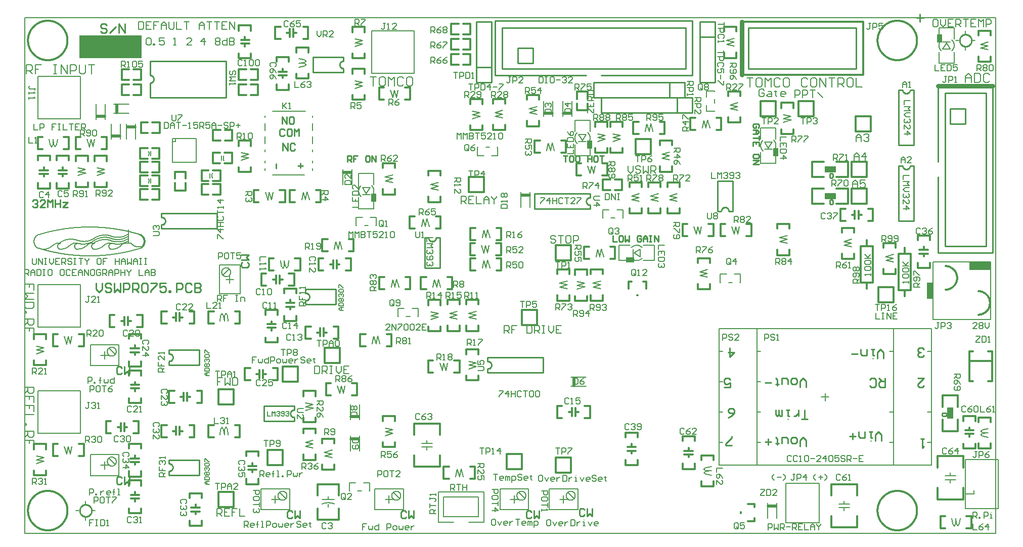
<source format=gto>
*%FSLAX24Y24*%
*%MOIN*%
G01*
%ADD11C,0.0000*%
%ADD12C,0.0050*%
%ADD13C,0.0060*%
%ADD14C,0.0070*%
%ADD15C,0.0073*%
%ADD16C,0.0079*%
%ADD17C,0.0080*%
%ADD18C,0.0098*%
%ADD19C,0.0100*%
%ADD20C,0.0120*%
%ADD21C,0.0160*%
%ADD22C,0.0200*%
%ADD23C,0.0200*%
%ADD24C,0.0240*%
%ADD25O,0.0240X0.0800*%
%ADD26O,0.0280X0.0840*%
%ADD27C,0.0300*%
%ADD28C,0.0300*%
%ADD29C,0.0320*%
%ADD30C,0.0340*%
%ADD31C,0.0360*%
%ADD32C,0.0380*%
%ADD33C,0.0394*%
%ADD34C,0.0400*%
%ADD35C,0.0400*%
%ADD36C,0.0430*%
%ADD37C,0.0434*%
%ADD38C,0.0440*%
%ADD39C,0.0500*%
%ADD40C,0.0500*%
%ADD41O,0.0500X0.1000*%
%ADD42C,0.0520*%
%ADD43C,0.0540*%
%ADD44O,0.0540X0.1040*%
%ADD45C,0.0560*%
%ADD46C,0.0580*%
%ADD47C,0.0600*%
%ADD48C,0.0620*%
%ADD49C,0.0630*%
%ADD50C,0.0640*%
%ADD51C,0.0650*%
%ADD52C,0.0660*%
%ADD53C,0.0670*%
%ADD54C,0.0760*%
%ADD55O,0.0800X0.0240*%
%ADD56C,0.0800*%
%ADD57C,0.0827*%
%ADD58O,0.0840X0.0280*%
%ADD59C,0.0840*%
%ADD60C,0.0850*%
%ADD61C,0.0870*%
%ADD62C,0.1000*%
%ADD63C,0.1040*%
%ADD64C,0.1516*%
%ADD65C,0.2500*%
%ADD66C,0.2500*%
%ADD67R,0.0100X0.0100*%
%ADD68R,0.0100X0.0320*%
%ADD69R,0.0140X0.0360*%
%ADD70R,0.0200X0.0200*%
%ADD71R,0.0300X0.0300*%
%ADD72R,0.0300X0.0300*%
%ADD73R,0.0320X0.0100*%
%ADD74R,0.0340X0.0340*%
%ADD75R,0.0350X0.0550*%
%ADD76R,0.0360X0.0140*%
%ADD77R,0.0360X0.0360*%
%ADD78R,0.0360X0.0500*%
%ADD79R,0.0394X0.0551*%
%ADD80R,0.0394X0.1102*%
%ADD81R,0.0400X0.0400*%
%ADD82R,0.0400X0.0500*%
%ADD83R,0.0400X0.0540*%
%ADD84R,0.0400X0.0750*%
%ADD85R,0.0434X0.0591*%
%ADD86R,0.0440X0.0540*%
%ADD87R,0.0500X0.0360*%
%ADD88R,0.0500X0.0400*%
%ADD89R,0.0500X0.0500*%
%ADD90R,0.0500X0.0500*%
%ADD91R,0.0500X0.0750*%
%ADD92R,0.0500X0.1000*%
%ADD93R,0.0532X0.0177*%
%ADD94R,0.0540X0.0400*%
%ADD95R,0.0540X0.0440*%
%ADD96R,0.0540X0.0540*%
%ADD97R,0.0540X0.0790*%
%ADD98R,0.0540X0.1040*%
%ADD99R,0.0550X0.0350*%
%ADD100R,0.0551X0.0394*%
%ADD101R,0.0560X0.0560*%
%ADD102R,0.0572X0.0217*%
%ADD103R,0.0591X0.0434*%
%ADD104R,0.0600X0.0600*%
%ADD105R,0.0620X0.0620*%
%ADD106R,0.0640X0.0640*%
%ADD107R,0.0650X0.0300*%
%ADD108R,0.0660X0.0660*%
%ADD109R,0.0700X0.0300*%
%ADD110R,0.0700X0.0340*%
%ADD111R,0.0700X0.0350*%
%ADD112R,0.0700X0.0700*%
%ADD113R,0.0700X0.0700*%
%ADD114R,0.0709X0.0394*%
%ADD115R,0.0740X0.0740*%
%ADD116R,0.0748X0.0465*%
%ADD117R,0.0748X0.0937*%
%ADD118R,0.0749X0.0434*%
%ADD119R,0.0750X0.0300*%
%ADD120R,0.0750X0.0400*%
%ADD121R,0.0750X0.0500*%
%ADD122R,0.0750X0.0550*%
%ADD123R,0.0750X0.0800*%
%ADD124R,0.0788X0.0505*%
%ADD125R,0.0788X0.0977*%
%ADD126R,0.0790X0.0540*%
%ADD127R,0.0790X0.0840*%
%ADD128R,0.0800X0.0350*%
%ADD129R,0.0800X0.0550*%
%ADD130R,0.0800X0.0750*%
%ADD131R,0.0800X0.0800*%
%ADD132R,0.0827X0.0394*%
%ADD133R,0.0827X0.0512*%
%ADD134R,0.0827X0.0591*%
%ADD135R,0.0840X0.0790*%
%ADD136R,0.0840X0.0840*%
%ADD137R,0.0850X0.0700*%
%ADD138R,0.0867X0.0434*%
%ADD139R,0.0867X0.0552*%
%ADD140R,0.0867X0.0631*%
%ADD141R,0.0890X0.0740*%
%ADD142R,0.0900X0.0900*%
%ADD143R,0.0960X0.0540*%
%ADD144R,0.1000X0.0600*%
%ADD145R,0.1000X0.1000*%
%ADD146R,0.1000X0.1000*%
%ADD147R,0.1040X0.0640*%
%ADD148R,0.1040X0.1040*%
%ADD149R,0.1100X0.1100*%
%ADD150R,0.1200X0.0500*%
%ADD151R,0.1200X0.1200*%
%ADD152R,0.1250X0.0600*%
%ADD153R,0.1290X0.0640*%
%ADD154R,0.1300X0.0650*%
%ADD155R,0.1300X0.0700*%
%ADD156R,0.1350X0.0600*%
%ADD157R,0.1350X0.0650*%
%ADD158R,0.1400X0.0650*%
%ADD159R,0.1400X0.0700*%
%ADD160R,0.1417X0.0551*%
%ADD161R,0.1500X0.0750*%
%ADD162R,0.1500X0.1500*%
%ADD163R,0.1540X0.0790*%
%ADD164R,0.1600X0.0150*%
%ADD165R,0.2500X0.2500*%
D12*
X87630Y33136D02*
Y36364D01*
X89795D02*
Y33136D01*
X88190Y34110D02*
Y34350D01*
X87630Y33136D02*
X89795D01*
Y36364D02*
X87630D01*
Y34110D02*
X88190D01*
X29077Y50824D02*
X29045Y50835D01*
X29013Y50846D01*
X28980Y50855D01*
X28948Y50864D01*
X28915Y50871D01*
X28881Y50878D01*
X28848Y50884D01*
X28814Y50889D01*
X28781Y50893D01*
X28747Y50896D01*
X28713Y50898D01*
X28679Y50899D01*
X28645Y50899D01*
X28611Y50899D01*
X28577Y50897D01*
X28544Y50895D01*
X28510Y50892D01*
X28476Y50887D01*
X28443Y50882D01*
X28409Y50876D01*
X28376Y50869D01*
X28343Y50861D01*
X28310Y50852D01*
X28278Y50843D01*
X28245Y50832D01*
X28214Y50821D01*
X28182Y50809D01*
X28151Y50795D01*
X28120Y50781D01*
X28089Y50767D01*
X28059Y50751D01*
X28029Y50735D01*
X28000Y50717D01*
X27972Y50699D01*
X27943Y50680D01*
X27916Y50661D01*
X29073Y50826D02*
X29105Y50815D01*
X29137Y50804D01*
X29170Y50795D01*
X29202Y50786D01*
X29235Y50779D01*
X29269Y50772D01*
X29302Y50766D01*
X29336Y50761D01*
X29369Y50757D01*
X29403Y50754D01*
X29437Y50752D01*
X29471Y50751D01*
X29505Y50751D01*
X29539Y50751D01*
X29573Y50753D01*
X29606Y50755D01*
X29640Y50758D01*
X29674Y50763D01*
X29707Y50768D01*
X29741Y50774D01*
X29774Y50781D01*
X29807Y50789D01*
X29840Y50798D01*
X29872Y50807D01*
X29905Y50818D01*
X29936Y50829D01*
X29968Y50841D01*
X29999Y50855D01*
X30030Y50869D01*
X30061Y50883D01*
X30091Y50899D01*
X30121Y50915D01*
X30150Y50933D01*
X30178Y50951D01*
X30207Y50970D01*
X30234Y50989D01*
X30839Y50491D02*
X30865Y50516D01*
X30892Y50538D01*
X30922Y50559D01*
X30952Y50577D01*
X30984Y50593D01*
X31017Y50607D01*
X31051Y50619D01*
X31085Y50628D01*
X31120Y50635D01*
X31155Y50639D01*
X31191Y50641D01*
X31227Y50640D01*
X31262Y50637D01*
X31298Y50632D01*
X31332Y50624D01*
X30836Y50500D02*
X30812Y50477D01*
X30788Y50455D01*
X30763Y50433D01*
X30737Y50413D01*
X30711Y50394D01*
X30683Y50375D01*
X30655Y50358D01*
X30627Y50342D01*
X30597Y50327D01*
X30567Y50314D01*
X30537Y50301D01*
X30506Y50290D01*
X30475Y50279D01*
X30443Y50270D01*
X30411Y50263D01*
X30379Y50256D01*
X30346Y50251D01*
X30314Y50247D01*
X30281Y50245D01*
X30248Y50243D01*
X30215Y50243D01*
X30215Y50240D02*
X30182Y50243D01*
X30150Y50251D01*
X30120Y50265D01*
X30093Y50284D01*
X30069Y50308D01*
X30050Y50335D01*
X30036Y50365D01*
X30028Y50397D01*
X30025Y50430D01*
X30028Y50463D01*
X30036Y50495D01*
X30050Y50525D01*
X30069Y50552D01*
X30093Y50576D01*
X30120Y50595D01*
X30150Y50609D01*
X30182Y50617D01*
X30215Y50620D01*
X30207Y50624D02*
X30172Y50632D01*
X30137Y50637D01*
X30102Y50640D01*
X30066Y50641D01*
X30030Y50639D01*
X29995Y50635D01*
X29960Y50628D01*
X29926Y50619D01*
X29892Y50607D01*
X29859Y50593D01*
X29827Y50577D01*
X29797Y50559D01*
X29767Y50538D01*
X29740Y50516D01*
X29714Y50491D01*
X27461Y50500D02*
X27437Y50477D01*
X27413Y50455D01*
X27388Y50433D01*
X27362Y50413D01*
X27336Y50394D01*
X27308Y50375D01*
X27280Y50358D01*
X27252Y50342D01*
X27222Y50327D01*
X27192Y50314D01*
X27162Y50301D01*
X27131Y50290D01*
X27100Y50279D01*
X27068Y50270D01*
X27036Y50263D01*
X27004Y50256D01*
X26971Y50251D01*
X26939Y50247D01*
X26906Y50245D01*
X26873Y50243D01*
X26840Y50243D01*
X27464Y50491D02*
X27490Y50516D01*
X27517Y50538D01*
X27547Y50559D01*
X27577Y50577D01*
X27609Y50593D01*
X27642Y50607D01*
X27676Y50619D01*
X27710Y50628D01*
X27745Y50635D01*
X27780Y50639D01*
X27816Y50641D01*
X27852Y50640D01*
X27887Y50637D01*
X27922Y50632D01*
X27957Y50624D01*
X27970Y50620D02*
X27937Y50617D01*
X27905Y50609D01*
X27875Y50595D01*
X27848Y50576D01*
X27824Y50552D01*
X27805Y50525D01*
X27791Y50495D01*
X27783Y50463D01*
X27780Y50430D01*
X27783Y50397D01*
X27791Y50365D01*
X27805Y50335D01*
X27824Y50308D01*
X27848Y50284D01*
X27875Y50265D01*
X27905Y50251D01*
X27937Y50243D01*
X27970Y50240D01*
X27965Y50243D02*
X27998Y50243D01*
X28031Y50245D01*
X28064Y50247D01*
X28096Y50251D01*
X28129Y50256D01*
X28161Y50263D01*
X28193Y50270D01*
X28225Y50279D01*
X28256Y50290D01*
X28287Y50301D01*
X28317Y50314D01*
X28347Y50327D01*
X28377Y50342D01*
X28405Y50358D01*
X28433Y50375D01*
X28461Y50394D01*
X28487Y50413D01*
X28513Y50433D01*
X28538Y50455D01*
X28562Y50477D01*
X28586Y50500D01*
X28589Y50491D02*
X28615Y50516D01*
X28642Y50538D01*
X28672Y50559D01*
X28702Y50577D01*
X28734Y50593D01*
X28767Y50607D01*
X28801Y50619D01*
X28835Y50628D01*
X28870Y50635D01*
X28905Y50639D01*
X28941Y50641D01*
X28977Y50640D01*
X29012Y50637D01*
X29048Y50632D01*
X29082Y50624D01*
X29095Y50248D02*
X29128Y50248D01*
X29161Y50250D01*
X29194Y50252D01*
X29226Y50256D01*
X29259Y50261D01*
X29291Y50268D01*
X29323Y50275D01*
X29355Y50284D01*
X29386Y50295D01*
X29417Y50306D01*
X29447Y50319D01*
X29477Y50332D01*
X29507Y50347D01*
X29535Y50363D01*
X29563Y50380D01*
X29591Y50399D01*
X29617Y50418D01*
X29643Y50438D01*
X29668Y50460D01*
X29692Y50482D01*
X29716Y50505D01*
X29090Y50620D02*
X29057Y50617D01*
X29025Y50609D01*
X28995Y50595D01*
X28968Y50576D01*
X28944Y50552D01*
X28925Y50525D01*
X28911Y50495D01*
X28903Y50463D01*
X28900Y50430D01*
X28903Y50397D01*
X28911Y50365D01*
X28925Y50335D01*
X28944Y50308D01*
X28968Y50284D01*
X28995Y50265D01*
X29025Y50251D01*
X29057Y50243D01*
X29090Y50240D01*
X31350D02*
X31317Y50243D01*
X31285Y50251D01*
X31255Y50265D01*
X31228Y50284D01*
X31204Y50308D01*
X31185Y50335D01*
X31171Y50365D01*
X31163Y50397D01*
X31160Y50430D01*
X31163Y50463D01*
X31171Y50495D01*
X31185Y50525D01*
X31204Y50552D01*
X31228Y50576D01*
X31255Y50595D01*
X31285Y50609D01*
X31317Y50617D01*
X31350Y50620D01*
X31355Y50243D02*
X31388Y50243D01*
X31421Y50245D01*
X31454Y50247D01*
X31486Y50251D01*
X31519Y50256D01*
X31551Y50263D01*
X31583Y50270D01*
X31615Y50279D01*
X31646Y50290D01*
X31677Y50301D01*
X31707Y50314D01*
X31737Y50327D01*
X31767Y50342D01*
X31795Y50358D01*
X31823Y50375D01*
X31851Y50394D01*
X31877Y50413D01*
X31903Y50433D01*
X31928Y50455D01*
X31952Y50477D01*
X31976Y50500D01*
X33302Y50377D02*
X33328Y50400D01*
X33352Y50424D01*
X33375Y50450D01*
X33395Y50477D01*
X33414Y50506D01*
X33430Y50537D01*
X33444Y50568D01*
X33456Y50600D01*
X33466Y50633D01*
X33473Y50667D01*
X33477Y50701D01*
X33480Y50735D01*
X33480Y50769D01*
X33477Y50804D01*
X33472Y50837D01*
X33464Y50871D01*
X33455Y50904D01*
X33442Y50936D01*
X33428Y50967D01*
X33411Y50997D01*
X33393Y51026D01*
X33372Y51053D01*
X33349Y51079D01*
X33325Y51103D01*
X33299Y51126D01*
X33271Y51146D01*
X33242Y51164D01*
X33212Y51181D01*
X33181Y51195D01*
X33148Y51207D01*
X32464Y50964D02*
X32437Y50945D01*
X32408Y50926D01*
X32380Y50908D01*
X32351Y50890D01*
X32321Y50874D01*
X32291Y50858D01*
X32260Y50844D01*
X32229Y50830D01*
X32198Y50816D01*
X32166Y50804D01*
X32135Y50793D01*
X32102Y50782D01*
X32070Y50773D01*
X32037Y50764D01*
X32004Y50756D01*
X31971Y50749D01*
X31937Y50743D01*
X31904Y50738D01*
X31870Y50733D01*
X31836Y50730D01*
X31803Y50728D01*
X31769Y50726D01*
X31735Y50726D01*
X31701Y50726D01*
X31667Y50727D01*
X31633Y50729D01*
X31599Y50732D01*
X31566Y50736D01*
X31532Y50741D01*
X31499Y50747D01*
X31465Y50754D01*
X31432Y50761D01*
X31400Y50770D01*
X31367Y50779D01*
X31335Y50790D01*
X31303Y50801D01*
Y50951D02*
X31335Y50940D01*
X31367Y50929D01*
X31400Y50920D01*
X31432Y50911D01*
X31465Y50904D01*
X31499Y50897D01*
X31532Y50891D01*
X31566Y50886D01*
X31599Y50882D01*
X31633Y50879D01*
X31667Y50877D01*
X31701Y50876D01*
X31735Y50876D01*
X31769Y50876D01*
X31803Y50878D01*
X31836Y50880D01*
X31870Y50883D01*
X31904Y50888D01*
X31937Y50893D01*
X31971Y50899D01*
X32004Y50906D01*
X32037Y50914D01*
X32070Y50923D01*
X32102Y50932D01*
X32135Y50943D01*
X32166Y50954D01*
X32198Y50966D01*
X32229Y50980D01*
X32260Y50994D01*
X32291Y51008D01*
X32321Y51024D01*
X32351Y51040D01*
X32380Y51058D01*
X32408Y51076D01*
X32437Y51095D01*
X32464Y51114D01*
Y51264D02*
X32437Y51245D01*
X32408Y51226D01*
X32380Y51208D01*
X32351Y51190D01*
X32321Y51174D01*
X32291Y51158D01*
X32260Y51144D01*
X32229Y51130D01*
X32198Y51116D01*
X32166Y51104D01*
X32135Y51093D01*
X32102Y51082D01*
X32070Y51073D01*
X32037Y51064D01*
X32004Y51056D01*
X31971Y51049D01*
X31937Y51043D01*
X31904Y51038D01*
X31870Y51033D01*
X31836Y51030D01*
X31803Y51028D01*
X31769Y51026D01*
X31735Y51026D01*
X31701Y51026D01*
X31667Y51027D01*
X31633Y51029D01*
X31599Y51032D01*
X31566Y51036D01*
X31532Y51041D01*
X31499Y51047D01*
X31465Y51054D01*
X31432Y51061D01*
X31400Y51070D01*
X31367Y51079D01*
X31335Y51090D01*
X31303Y51101D01*
Y50651D02*
X31335Y50640D01*
X31367Y50629D01*
X31400Y50620D01*
X31432Y50611D01*
X31465Y50604D01*
X31499Y50597D01*
X31532Y50591D01*
X31566Y50586D01*
X31599Y50582D01*
X31633Y50579D01*
X31667Y50577D01*
X31701Y50576D01*
X31735Y50576D01*
X31769Y50576D01*
X31803Y50578D01*
X31836Y50580D01*
X31870Y50583D01*
X31904Y50588D01*
X31937Y50593D01*
X31971Y50599D01*
X32004Y50606D01*
X32037Y50614D01*
X32070Y50623D01*
X32102Y50632D01*
X32135Y50643D01*
X32166Y50654D01*
X32198Y50666D01*
X32229Y50680D01*
X32260Y50694D01*
X32291Y50708D01*
X32321Y50724D01*
X32351Y50740D01*
X32380Y50758D01*
X32408Y50776D01*
X32437Y50795D01*
X32464Y50814D01*
X31307Y50799D02*
X31275Y50810D01*
X31243Y50821D01*
X31210Y50830D01*
X31178Y50839D01*
X31145Y50846D01*
X31111Y50853D01*
X31078Y50859D01*
X31044Y50864D01*
X31011Y50868D01*
X30977Y50871D01*
X30943Y50873D01*
X30909Y50874D01*
X30875Y50874D01*
X30841Y50874D01*
X30807Y50872D01*
X30774Y50870D01*
X30740Y50867D01*
X30706Y50862D01*
X30673Y50857D01*
X30639Y50851D01*
X30606Y50844D01*
X30573Y50836D01*
X30540Y50827D01*
X30508Y50818D01*
X30475Y50807D01*
X30444Y50796D01*
X30412Y50784D01*
X30381Y50770D01*
X30350Y50756D01*
X30319Y50742D01*
X30289Y50726D01*
X30259Y50710D01*
X30230Y50692D01*
X30202Y50674D01*
X30173Y50655D01*
X30146Y50636D01*
Y50786D02*
X30173Y50805D01*
X30202Y50824D01*
X30230Y50842D01*
X30259Y50860D01*
X30289Y50876D01*
X30319Y50892D01*
X30350Y50906D01*
X30381Y50920D01*
X30412Y50934D01*
X30444Y50946D01*
X30475Y50957D01*
X30508Y50968D01*
X30540Y50977D01*
X30573Y50986D01*
X30606Y50994D01*
X30639Y51001D01*
X30673Y51007D01*
X30706Y51012D01*
X30740Y51017D01*
X30774Y51020D01*
X30807Y51022D01*
X30841Y51024D01*
X30875Y51024D01*
X30909Y51024D01*
X30943Y51023D01*
X30977Y51021D01*
X31011Y51018D01*
X31044Y51014D01*
X31078Y51009D01*
X31111Y51003D01*
X31145Y50996D01*
X31178Y50989D01*
X31210Y50980D01*
X31243Y50971D01*
X31275Y50960D01*
X31307Y50949D01*
Y51099D02*
X31275Y51110D01*
X31243Y51121D01*
X31210Y51130D01*
X31178Y51139D01*
X31145Y51146D01*
X31111Y51153D01*
X31078Y51159D01*
X31044Y51164D01*
X31011Y51168D01*
X30977Y51171D01*
X30943Y51173D01*
X30909Y51174D01*
X30875Y51174D01*
X30841Y51174D01*
X30807Y51172D01*
X30774Y51170D01*
X30740Y51167D01*
X30706Y51162D01*
X30673Y51157D01*
X30639Y51151D01*
X30606Y51144D01*
X30573Y51136D01*
X30540Y51127D01*
X30508Y51118D01*
X30475Y51107D01*
X30444Y51096D01*
X30412Y51084D01*
X30381Y51070D01*
X30350Y51056D01*
X30319Y51042D01*
X30289Y51026D01*
X30259Y51010D01*
X30230Y50992D01*
X30202Y50974D01*
X30173Y50955D01*
X30146Y50936D01*
X30189Y50814D02*
X30162Y50795D01*
X30133Y50776D01*
X30105Y50758D01*
X30076Y50740D01*
X30046Y50724D01*
X30016Y50708D01*
X29985Y50694D01*
X29954Y50680D01*
X29923Y50666D01*
X29891Y50654D01*
X29860Y50643D01*
X29827Y50632D01*
X29795Y50623D01*
X29762Y50614D01*
X29729Y50606D01*
X29696Y50599D01*
X29662Y50593D01*
X29629Y50588D01*
X29595Y50583D01*
X29561Y50580D01*
X29528Y50578D01*
X29494Y50576D01*
X29460Y50576D01*
X29426Y50576D01*
X29392Y50577D01*
X29358Y50579D01*
X29324Y50582D01*
X29291Y50586D01*
X29257Y50591D01*
X29224Y50597D01*
X29190Y50604D01*
X29157Y50611D01*
X29125Y50620D01*
X29092Y50629D01*
X29060Y50640D01*
X29028Y50651D01*
X32633Y50622D02*
X32654Y50598D01*
X32676Y50574D01*
X32699Y50552D01*
X32723Y50531D01*
X32749Y50511D01*
X32775Y50492D01*
X32803Y50475D01*
X32831Y50459D01*
X32860Y50445D01*
X32889Y50432D01*
X32919Y50421D01*
X32950Y50411D01*
X32981Y50403D01*
X33013Y50396D01*
X33045Y50391D01*
X33077Y50387D01*
X33109Y50385D01*
X33141Y50385D01*
X33173Y50386D01*
X33206Y50389D01*
X33237Y50394D01*
X33269Y50400D01*
X33300Y50408D01*
X33331Y50417D01*
X33362Y50428D01*
X33391Y50441D01*
X33421Y50455D01*
X32310Y50641D02*
X32277Y50640D01*
X32243Y50637D01*
X32210Y50631D01*
X32178Y50624D01*
X32146Y50614D01*
X32114Y50602D01*
X32084Y50588D01*
X32054Y50573D01*
X32026Y50555D01*
X31999Y50535D01*
X31973Y50514D01*
X31949Y50491D01*
X32450Y50625D02*
Y51520D01*
X32305Y50625D02*
X32630D01*
D13*
X77630Y35133D02*
X77763Y35000D01*
X77630Y35133D02*
Y35267D01*
X77763Y35400D01*
X77963Y35200D02*
X78230D01*
X78097Y35067D02*
Y35333D01*
X78363Y35000D02*
X78496Y35133D01*
Y35267D01*
X78363Y35400D01*
X75013Y35000D02*
X74880Y35133D01*
Y35267D01*
X75013Y35400D01*
X75213Y35200D02*
X75480D01*
X75613Y35000D02*
X75746Y35133D01*
Y35267D01*
X75613Y35400D01*
X26230Y58100D02*
Y58500D01*
Y58100D02*
X26497D01*
X26630D02*
Y58500D01*
X26830D01*
X26896Y58433D01*
Y58300D01*
X26830Y58233D01*
X26630D01*
X27430Y58500D02*
X27696D01*
X27430D02*
Y58300D01*
X27563D01*
X27430D01*
Y58100D01*
X27829Y58500D02*
X27963D01*
X27896D01*
Y58100D01*
X27829D01*
X27963D01*
X28163D02*
Y58500D01*
Y58100D02*
X28429D01*
X28563Y58500D02*
X28829D01*
X28696D01*
Y58100D01*
X28962Y58500D02*
X29229D01*
X28962D02*
Y58100D01*
X29229D01*
X29096Y58300D02*
X28962D01*
X29362Y58100D02*
Y58500D01*
X29562D01*
X29629Y58433D01*
Y58300D01*
X29562Y58233D01*
X29362D01*
X29496D02*
X29629Y58100D01*
X88380Y62000D02*
Y62400D01*
X88580D01*
X88647Y62333D01*
Y62200D01*
X88580Y62133D01*
X88380D01*
X88513D02*
X88647Y62000D01*
X88780Y62333D02*
X88847Y62400D01*
X88980D01*
X89046Y62333D01*
Y62267D01*
X88980Y62200D01*
X89046Y62133D01*
Y62067D01*
X88980Y62000D01*
X88847D01*
X88780Y62067D01*
Y62133D01*
X88847Y62200D01*
X88780Y62267D01*
Y62333D01*
X88847Y62200D02*
X88980D01*
X89180Y62333D02*
X89246Y62400D01*
X89380D01*
X89446Y62333D01*
Y62067D01*
X89380Y62000D01*
X89246D01*
X89180Y62067D01*
Y62333D01*
X85630Y62400D02*
Y62000D01*
X85897D01*
X86030Y62400D02*
X86296D01*
X86030D02*
Y62000D01*
X86296D01*
X86163Y62200D02*
X86030D01*
X86430Y62000D02*
Y62400D01*
Y62000D02*
X86630D01*
X86696Y62067D01*
Y62333D01*
X86630Y62400D01*
X86430D01*
X86830D02*
X87096D01*
X86830D02*
Y62200D01*
X86963Y62267D01*
X87030D01*
X87096Y62200D01*
Y62067D01*
X87030Y62000D01*
X86896D01*
X86830Y62067D01*
X86397Y61650D02*
X86263D01*
X86330D01*
Y61317D01*
X86263Y61250D01*
X86197D01*
X86130Y61317D01*
X86530Y61250D02*
Y61650D01*
X86730D01*
X86796Y61583D01*
Y61450D01*
X86730Y61383D01*
X86530D01*
X86930Y61250D02*
X87063D01*
X86996D01*
Y61650D01*
X86997D01*
X86996D02*
X86930Y61583D01*
X78830Y54800D02*
Y54400D01*
Y54800D02*
X79030D01*
X79097Y54733D01*
Y54600D01*
X79030Y54533D01*
X78830D01*
X78963D02*
X79097Y54400D01*
X79230Y54800D02*
X79496D01*
Y54733D01*
X79230Y54467D01*
Y54400D01*
X79630Y54733D02*
X79696Y54800D01*
X79830D01*
X79896Y54733D01*
Y54467D01*
X79830Y54400D01*
X79696D01*
X79630Y54467D01*
Y54733D01*
X78930Y56100D02*
Y56500D01*
X79130D01*
X79197Y56433D01*
Y56300D01*
X79130Y56233D01*
X78930D01*
X79063D02*
X79197Y56100D01*
X79330Y56500D02*
X79596D01*
Y56433D01*
X79330Y56167D01*
Y56100D01*
X79730D02*
X79863D01*
X79796D01*
Y56500D01*
X79797D01*
X79796D02*
X79730Y56433D01*
X79130Y49400D02*
Y49000D01*
Y49400D02*
X79330D01*
X79397Y49333D01*
Y49200D01*
X79330Y49133D01*
X79130D01*
X79263D02*
X79397Y49000D01*
X79663Y49333D02*
X79796Y49400D01*
X79663Y49333D02*
X79530Y49200D01*
Y49067D01*
X79597Y49000D01*
X79730D01*
X79796Y49067D01*
Y49133D01*
X79730Y49200D01*
X79530D01*
X79930Y49000D02*
X80063D01*
X79996D01*
Y49400D01*
X79997D01*
X79996D02*
X79930Y49333D01*
X83530Y55100D02*
X83930D01*
X83530D02*
Y54833D01*
Y54700D02*
X83930D01*
X83797Y54567D01*
X83930Y54434D01*
X83530D01*
X83663Y54300D02*
X83930D01*
X83663D02*
X83530Y54167D01*
X83663Y54034D01*
X83930D01*
X83863Y53900D02*
X83930Y53834D01*
Y53700D01*
X83863Y53634D01*
X83797D01*
X83798D01*
X83797D02*
X83798D01*
X83797D02*
X83798D01*
X83797D02*
X83730Y53700D01*
Y53767D01*
Y53700D01*
X83663Y53634D01*
X83597D01*
X83530Y53700D01*
Y53834D01*
X83597Y53900D01*
X83530Y53501D02*
Y53234D01*
Y53501D02*
X83797Y53234D01*
X83863D01*
X83930Y53301D01*
Y53434D01*
X83863Y53501D01*
X83930Y52901D02*
X83530D01*
X83730Y53101D02*
X83930Y52901D01*
X83730Y52834D02*
Y53101D01*
X83380Y55950D02*
Y56217D01*
X83513Y56350D01*
X83647Y56217D01*
Y55950D01*
Y56150D01*
X83380D01*
X83780Y55950D02*
X84046D01*
X83780D02*
X84046Y56217D01*
Y56283D01*
X83980Y56350D01*
X83847D01*
X83780Y56283D01*
X83580Y60050D02*
X83980D01*
X83580D02*
Y59783D01*
Y59650D02*
X83980D01*
X83847Y59517D01*
X83980Y59384D01*
X83580D01*
X83713Y59250D02*
X83980D01*
X83713D02*
X83580Y59117D01*
X83713Y58984D01*
X83980D01*
X83913Y58850D02*
X83980Y58784D01*
Y58650D01*
X83913Y58584D01*
X83847D01*
X83848D01*
X83847D02*
X83848D01*
X83847D02*
X83848D01*
X83847D02*
X83780Y58650D01*
Y58717D01*
Y58650D01*
X83713Y58584D01*
X83647D01*
X83580Y58650D01*
Y58784D01*
X83647Y58850D01*
X83580Y58451D02*
Y58184D01*
Y58451D02*
X83847Y58184D01*
X83913D01*
X83980Y58251D01*
Y58384D01*
X83913Y58451D01*
X83980Y57851D02*
X83580D01*
X83780Y58051D02*
X83980Y57851D01*
X83780Y57784D02*
Y58051D01*
X83480Y60900D02*
Y61167D01*
X83613Y61300D01*
X83747Y61167D01*
Y60900D01*
Y61100D01*
X83480D01*
X83880Y60900D02*
X84013D01*
X83947D01*
Y61300D01*
X83948D01*
X83947D02*
X83880Y61233D01*
X78330Y52650D02*
X78397Y52583D01*
X78330Y52650D02*
X78197D01*
X78130Y52583D01*
Y52317D01*
X78197Y52250D01*
X78330D01*
X78397Y52317D01*
X78530Y52583D02*
X78597Y52650D01*
X78730D01*
X78796Y52583D01*
Y52517D01*
X78797D01*
X78796D02*
X78797D01*
X78796D02*
X78797D01*
X78796D02*
X78730Y52450D01*
X78663D01*
X78730D01*
X78796Y52383D01*
Y52317D01*
X78730Y52250D01*
X78597D01*
X78530Y52317D01*
X78930Y52650D02*
X79196D01*
Y52583D01*
X78930Y52317D01*
Y52250D01*
X84580Y51650D02*
X84647Y51583D01*
X84580Y51650D02*
X84447D01*
X84380Y51583D01*
Y51317D01*
X84447Y51250D01*
X84580D01*
X84647Y51317D01*
X84780Y51583D02*
X84847Y51650D01*
X84980D01*
X85046Y51583D01*
Y51517D01*
X85047D01*
X85046D02*
X85047D01*
X85046D02*
X85047D01*
X85046D02*
X84980Y51450D01*
X84913D01*
X84980D01*
X85046Y51383D01*
Y51317D01*
X84980Y51250D01*
X84847D01*
X84780Y51317D01*
X85313Y51583D02*
X85446Y51650D01*
X85313Y51583D02*
X85180Y51450D01*
Y51317D01*
X85246Y51250D01*
X85380D01*
X85446Y51317D01*
Y51383D01*
X85380Y51450D01*
X85180D01*
X82130Y51150D02*
Y50750D01*
Y51150D02*
X82330D01*
X82397Y51083D01*
Y50950D01*
X82330Y50883D01*
X82130D01*
X82263D02*
X82397Y50750D01*
X82530Y50817D02*
X82597Y50750D01*
X82730D01*
X82796Y50817D01*
Y51083D01*
X82730Y51150D01*
X82597D01*
X82530Y51083D01*
Y51017D01*
X82597Y50950D01*
X82796D01*
X82930Y50817D02*
X82996Y50750D01*
X83130D01*
X83196Y50817D01*
Y51083D01*
X83130Y51150D01*
X82996D01*
X82930Y51083D01*
Y51017D01*
X82996Y50950D01*
X83196D01*
X86330Y37150D02*
X86397Y37083D01*
X86330Y37150D02*
X86197D01*
X86130Y37083D01*
Y36817D01*
X86197Y36750D01*
X86330D01*
X86397Y36817D01*
X86663Y37083D02*
X86796Y37150D01*
X86663Y37083D02*
X86530Y36950D01*
Y36817D01*
X86597Y36750D01*
X86730D01*
X86796Y36817D01*
Y36883D01*
X86730Y36950D01*
X86530D01*
X87130Y36750D02*
Y37150D01*
X86930Y36950D01*
X87196D01*
X81380Y48500D02*
Y48633D01*
Y48567D01*
X80980D01*
X80981D01*
X80980D02*
X81047Y48500D01*
Y48833D02*
X80980Y48900D01*
Y49033D01*
X81047Y49100D01*
X81313D01*
X81380Y49033D01*
Y48900D01*
X81313Y48833D01*
X81047D01*
Y49233D02*
X80980Y49300D01*
Y49433D01*
X81047Y49500D01*
X81313D01*
X81380Y49433D01*
Y49300D01*
X81313Y49233D01*
X81047D01*
X80980Y49633D02*
X81380D01*
X81247D01*
X80980Y49900D01*
X81180Y49700D01*
X81380Y49900D01*
X80630Y48000D02*
X80230D01*
Y48200D01*
X80297Y48267D01*
X80430D01*
X80497Y48200D01*
Y48000D01*
Y48133D02*
X80630Y48267D01*
X80563Y48400D02*
X80630Y48467D01*
Y48600D01*
X80563Y48666D01*
X80297D01*
X80230Y48600D01*
Y48467D01*
X80297Y48400D01*
X80363D01*
X80430Y48467D01*
Y48666D01*
X80297Y48800D02*
X80230Y48866D01*
Y49000D01*
X80297Y49066D01*
X80363D01*
X80430Y49000D01*
X80497Y49066D01*
X80563D01*
X80630Y49000D01*
Y48866D01*
X80563Y48800D01*
X80497D01*
X80430Y48866D01*
X80363Y48800D01*
X80297D01*
X80430Y48866D02*
Y49000D01*
X79330Y35400D02*
X79397Y35333D01*
X79330Y35400D02*
X79197D01*
X79130Y35333D01*
Y35067D01*
X79197Y35000D01*
X79330D01*
X79397Y35067D01*
X79663Y35333D02*
X79796Y35400D01*
X79663Y35333D02*
X79530Y35200D01*
Y35067D01*
X79597Y35000D01*
X79730D01*
X79796Y35067D01*
Y35133D01*
X79730Y35200D01*
X79530D01*
X79930Y35000D02*
X80063D01*
X79996D01*
Y35400D01*
X79997D01*
X79996D02*
X79930Y35333D01*
X88330Y44500D02*
X88597D01*
Y44433D01*
X88330Y44167D01*
Y44100D01*
X88597D01*
X88730D02*
Y44500D01*
Y44100D02*
X88930D01*
X88996Y44167D01*
Y44433D01*
X88930Y44500D01*
X88730D01*
X89130Y44100D02*
X89263D01*
X89196D01*
Y44500D01*
X89197D01*
X89196D02*
X89130Y44433D01*
X88630Y39900D02*
Y39500D01*
X88897D01*
X89163Y39833D02*
X89296Y39900D01*
X89163Y39833D02*
X89030Y39700D01*
Y39567D01*
X89097Y39500D01*
X89230D01*
X89296Y39567D01*
Y39633D01*
X89230Y39700D01*
X89030D01*
X89430Y39500D02*
X89563D01*
X89496D01*
Y39900D01*
X89497D01*
X89496D02*
X89430Y39833D01*
X87647D02*
X87580Y39900D01*
X87447D01*
X87380Y39833D01*
Y39567D01*
X87447Y39500D01*
X87580D01*
X87647Y39567D01*
X87913Y39833D02*
X88046Y39900D01*
X87913Y39833D02*
X87780Y39700D01*
Y39567D01*
X87847Y39500D01*
X87980D01*
X88046Y39567D01*
Y39633D01*
X87980Y39700D01*
X87780D01*
X88180Y39833D02*
X88246Y39900D01*
X88380D01*
X88446Y39833D01*
Y39567D01*
X88380Y39500D01*
X88246D01*
X88180Y39567D01*
Y39833D01*
X87280Y42000D02*
X86880D01*
X87280D02*
Y41800D01*
X87213Y41733D01*
X87080D01*
X87013Y41800D01*
Y42000D01*
Y41867D02*
X86880Y41733D01*
X87213Y41467D02*
X87280Y41334D01*
X87213Y41467D02*
X87080Y41600D01*
X86947D01*
X86880Y41533D01*
Y41400D01*
X86947Y41334D01*
X87013D01*
X87080Y41400D01*
Y41600D01*
X86947Y41200D02*
X86880Y41134D01*
Y41000D01*
X86947Y40934D01*
X87213D01*
X87280Y41000D01*
Y41134D01*
X87213Y41200D01*
X87147D01*
X87080Y41134D01*
Y40934D01*
X81730Y45650D02*
Y46050D01*
Y45650D02*
X81997D01*
X82130Y46050D02*
X82263D01*
X82197D01*
Y45650D01*
X82130D01*
X82263D01*
X82463D02*
Y46050D01*
X82730Y45650D01*
Y46050D01*
X82863D02*
X83130D01*
X82863D02*
Y45650D01*
X83130D01*
X82996Y45850D02*
X82863D01*
X81947Y46600D02*
X81680D01*
X81813D02*
X81947D01*
X81813D02*
Y46200D01*
X82080D02*
Y46600D01*
X82280D01*
X82346Y46533D01*
Y46400D01*
X82280Y46333D01*
X82080D01*
X82480Y46200D02*
X82613D01*
X82546D01*
Y46600D01*
X82547D01*
X82546D02*
X82480Y46533D01*
X82946D02*
X83080Y46600D01*
X82946Y46533D02*
X82813Y46400D01*
Y46267D01*
X82880Y46200D01*
X83013D01*
X83080Y46267D01*
Y46333D01*
X83013Y46400D01*
X82813D01*
X88130Y45000D02*
X88397D01*
X88130D02*
X88397Y45267D01*
Y45333D01*
X88330Y45400D01*
X88197D01*
X88130Y45333D01*
X88530D02*
X88597Y45400D01*
X88730D01*
X88796Y45333D01*
Y45267D01*
X88730Y45200D01*
X88796Y45133D01*
Y45067D01*
X88730Y45000D01*
X88597D01*
X88530Y45067D01*
Y45133D01*
X88597Y45200D01*
X88530Y45267D01*
Y45333D01*
X88597Y45200D02*
X88730D01*
X88930Y45133D02*
Y45400D01*
Y45133D02*
X89063Y45000D01*
X89196Y45133D01*
Y45400D01*
X85897D02*
X85763D01*
X85830D01*
Y45067D01*
X85763Y45000D01*
X85697D01*
X85630Y45067D01*
X86030Y45000D02*
Y45400D01*
X86230D01*
X86296Y45333D01*
Y45200D01*
X86230Y45133D01*
X86030D01*
X86430Y45333D02*
X86496Y45400D01*
X86630D01*
X86696Y45333D01*
Y45267D01*
X86697D01*
X86696D02*
X86697D01*
X86696D02*
X86697D01*
X86696D02*
X86630Y45200D01*
X86563D01*
X86630D01*
X86696Y45133D01*
Y45067D01*
X86630Y45000D01*
X86496D01*
X86430Y45067D01*
X83880Y48000D02*
Y48133D01*
Y48067D01*
X83480D01*
X83481D01*
X83480D02*
X83547Y48000D01*
Y48333D02*
X83480Y48400D01*
Y48533D01*
X83547Y48600D01*
X83813D01*
X83880Y48533D01*
Y48400D01*
X83813Y48333D01*
X83547D01*
Y48733D02*
X83480Y48800D01*
Y48933D01*
X83547Y49000D01*
X83813D01*
X83880Y48933D01*
Y48800D01*
X83813Y48733D01*
X83547D01*
X83480Y49133D02*
X83880D01*
X83747D01*
X83480Y49400D01*
X83680Y49200D01*
X83880Y49400D01*
X84230Y47750D02*
X84630D01*
X84230D02*
Y47950D01*
X84297Y48017D01*
X84430D01*
X84497Y47950D01*
Y47750D01*
Y47883D02*
X84630Y48017D01*
X84563Y48150D02*
X84630Y48217D01*
Y48350D01*
X84563Y48416D01*
X84297D01*
X84230Y48350D01*
Y48217D01*
X84297Y48150D01*
X84363D01*
X84430Y48217D01*
Y48416D01*
X84230Y48550D02*
Y48816D01*
X84297D01*
X84563Y48550D01*
X84630D01*
X88130Y32900D02*
Y32500D01*
Y32900D02*
X88330D01*
X88397Y32833D01*
Y32700D01*
X88330Y32633D01*
X88130D01*
X88263D02*
X88397Y32500D01*
X88530D02*
Y32567D01*
X88597D01*
Y32500D01*
X88530D01*
X88863D02*
Y32900D01*
X89063D01*
X89130Y32833D01*
Y32700D01*
X89063Y32633D01*
X88863D01*
X89263Y32500D02*
X89396D01*
X89330D01*
Y32767D01*
X89263D01*
X89330Y32900D02*
X89331D01*
X88397Y36900D02*
X88263D01*
X88330D01*
Y36567D01*
X88263Y36500D01*
X88197D01*
X88130Y36567D01*
X88530Y36500D02*
Y36900D01*
X88730D01*
X88796Y36833D01*
Y36700D01*
X88730Y36633D01*
X88530D01*
X89063Y36833D02*
X89196Y36900D01*
X89063Y36833D02*
X88930Y36700D01*
Y36567D01*
X88996Y36500D01*
X89130D01*
X89196Y36567D01*
Y36633D01*
X89130Y36700D01*
X88930D01*
X88130Y32150D02*
Y31750D01*
X88397D01*
X88663Y32083D02*
X88796Y32150D01*
X88663Y32083D02*
X88530Y31950D01*
Y31817D01*
X88597Y31750D01*
X88730D01*
X88796Y31817D01*
Y31883D01*
X88730Y31950D01*
X88530D01*
X89130Y31750D02*
Y32150D01*
X88930Y31950D01*
X89196D01*
X71680Y63083D02*
Y63350D01*
Y63217D02*
Y63083D01*
Y63217D02*
X71280D01*
Y62950D02*
X71680D01*
Y62750D01*
X71613Y62684D01*
X71480D01*
X71413Y62750D01*
Y62950D01*
X71680Y62350D02*
X71613Y62284D01*
X71680Y62350D02*
Y62484D01*
X71613Y62550D01*
X71347D01*
X71280Y62484D01*
Y62350D01*
X71347Y62284D01*
X71680Y62150D02*
Y61884D01*
Y62150D02*
X71480D01*
X71547Y62017D01*
Y61950D01*
X71480Y61884D01*
X71347D01*
X71280Y61950D01*
Y62084D01*
X71347Y62150D01*
X71480Y61751D02*
Y61484D01*
X71680Y61351D02*
Y61084D01*
X71613D01*
X71347Y61351D01*
X71280D01*
X71730Y64933D02*
Y65200D01*
Y65067D02*
Y64933D01*
Y65067D02*
X71330D01*
Y64800D02*
X71730D01*
Y64600D01*
X71663Y64534D01*
X71530D01*
X71463Y64600D01*
Y64800D01*
X71730Y64200D02*
X71663Y64134D01*
X71730Y64200D02*
Y64334D01*
X71663Y64400D01*
X71397D01*
X71330Y64334D01*
Y64200D01*
X71397Y64134D01*
X71330Y64000D02*
Y63867D01*
Y63934D01*
X71730D01*
X71731D01*
X71730D02*
X71663Y64000D01*
X59530Y61600D02*
Y61200D01*
X59730D01*
X59797Y61267D01*
Y61533D01*
X59730Y61600D01*
X59530D01*
X59930D02*
X60063D01*
X59997D01*
Y61200D01*
X59930D01*
X60063D01*
X60330Y61600D02*
X60463D01*
X60330D02*
X60263Y61533D01*
Y61267D01*
X60330Y61200D01*
X60463D01*
X60530Y61267D01*
Y61533D01*
X60463Y61600D01*
X60663Y61400D02*
X60930D01*
X61063Y61533D02*
X61129Y61600D01*
X61263D01*
X61329Y61533D01*
Y61467D01*
X61330D01*
X61329D02*
X61330D01*
X61329D02*
X61330D01*
X61329D02*
X61263Y61400D01*
X61196D01*
X61263D01*
X61329Y61333D01*
Y61267D01*
X61263Y61200D01*
X61129D01*
X61063Y61267D01*
X61463Y61200D02*
X61729D01*
X61463D02*
X61729Y61467D01*
Y61533D01*
X61663Y61600D01*
X61529D01*
X61463Y61533D01*
X57647Y61600D02*
X57513D01*
X57580D01*
Y61267D01*
X57513Y61200D01*
X57447D01*
X57380Y61267D01*
X57780Y61200D02*
Y61600D01*
X57980D01*
X58046Y61533D01*
Y61400D01*
X57980Y61333D01*
X57780D01*
X58180Y61200D02*
X58446D01*
X58180D02*
X58446Y61467D01*
Y61533D01*
X58380Y61600D01*
X58246D01*
X58180Y61533D01*
X66630Y59150D02*
Y58750D01*
Y59150D02*
X66830D01*
X66897Y59083D01*
Y58950D01*
X66830Y58883D01*
X66630D01*
X66763D02*
X66897Y58750D01*
X67030Y58817D02*
X67097Y58750D01*
X67230D01*
X67296Y58817D01*
Y59083D01*
X67230Y59150D01*
X67097D01*
X67030Y59083D01*
Y59017D01*
X67097Y58950D01*
X67296D01*
X67430Y59150D02*
X67696D01*
X67430D02*
Y58950D01*
X67563Y59017D01*
X67630D01*
X67696Y58950D01*
Y58817D01*
X67630Y58750D01*
X67496D01*
X67430Y58817D01*
X74230Y58900D02*
X74497D01*
X74363D01*
Y58500D01*
X74630D02*
Y58900D01*
X74830D01*
X74896Y58833D01*
Y58700D01*
X74830Y58633D01*
X74630D01*
X75030Y58500D02*
X75296D01*
X75030D02*
X75296Y58767D01*
Y58833D01*
X75230Y58900D01*
X75096D01*
X75030Y58833D01*
X68830Y56900D02*
X68430D01*
X68830D02*
Y56700D01*
X68763Y56633D01*
X68630D01*
X68563Y56700D01*
Y56900D01*
Y56767D02*
X68430Y56633D01*
Y56300D02*
X68830D01*
X68630Y56500D01*
Y56234D01*
X68763Y55967D02*
X68830Y55834D01*
X68763Y55967D02*
X68630Y56100D01*
X68497D01*
X68430Y56034D01*
Y55900D01*
X68497Y55834D01*
X68563D01*
X68630Y55900D01*
Y56100D01*
X66147Y56400D02*
X65880D01*
X66013D02*
X66147D01*
X66013D02*
Y56000D01*
X66280D02*
Y56400D01*
X66480D01*
X66546Y56333D01*
Y56200D01*
X66480Y56133D01*
X66280D01*
X66813Y56333D02*
X66946Y56400D01*
X66813Y56333D02*
X66680Y56200D01*
Y56067D01*
X66746Y56000D01*
X66880D01*
X66946Y56067D01*
Y56133D01*
X66880Y56200D01*
X66680D01*
X64630Y58750D02*
Y59150D01*
X64830D01*
X64897Y59083D01*
Y58950D01*
X64830Y58883D01*
X64630D01*
X64763D02*
X64897Y58750D01*
X65030Y59083D02*
X65097Y59150D01*
X65230D01*
X65296Y59083D01*
Y59017D01*
X65230Y58950D01*
X65296Y58883D01*
Y58817D01*
X65230Y58750D01*
X65097D01*
X65030Y58817D01*
Y58883D01*
X65097Y58950D01*
X65030Y59017D01*
Y59083D01*
X65097Y58950D02*
X65230D01*
X65430Y59150D02*
X65696D01*
X65430D02*
Y58950D01*
X65563Y59017D01*
X65630D01*
X65696Y58950D01*
Y58817D01*
X65630Y58750D01*
X65496D01*
X65430Y58817D01*
X63130Y58750D02*
Y59150D01*
X63330D01*
X63397Y59083D01*
Y58950D01*
X63330Y58883D01*
X63130D01*
X63263D02*
X63397Y58750D01*
X63530Y59083D02*
X63597Y59150D01*
X63730D01*
X63796Y59083D01*
Y59017D01*
X63730Y58950D01*
X63796Y58883D01*
Y58817D01*
X63730Y58750D01*
X63597D01*
X63530Y58817D01*
Y58883D01*
X63597Y58950D01*
X63530Y59017D01*
Y59083D01*
X63597Y58950D02*
X63730D01*
X63930Y59083D02*
X63996Y59150D01*
X64130D01*
X64196Y59083D01*
Y59017D01*
X64130Y58950D01*
X64196Y58883D01*
Y58817D01*
X64130Y58750D01*
X63996D01*
X63930Y58817D01*
Y58883D01*
X63996Y58950D01*
X63930Y59017D01*
Y59083D01*
X63996Y58950D02*
X64130D01*
X81263Y65150D02*
X81397D01*
X81330D02*
X81263D01*
X81330D02*
Y64817D01*
X81263Y64750D01*
X81197D01*
X81130Y64817D01*
X81530Y64750D02*
Y65150D01*
X81730D01*
X81796Y65083D01*
Y64950D01*
X81730Y64883D01*
X81530D01*
X81930Y65150D02*
X82196D01*
X81930D02*
Y64950D01*
X82063Y65017D01*
X82130D01*
X82196Y64950D01*
Y64817D01*
X82130Y64750D01*
X81996D01*
X81930Y64817D01*
X70297Y61083D02*
Y60817D01*
Y61083D02*
X70230Y61150D01*
X70097D01*
X70030Y61083D01*
Y60817D01*
X70097Y60750D01*
X70230D01*
X70297D02*
X70163Y60883D01*
X70230Y60750D02*
X70297Y60817D01*
X70430Y61083D02*
X70497Y61150D01*
X70630D01*
X70696Y61083D01*
Y61017D01*
X70630Y60950D01*
X70696Y60883D01*
Y60817D01*
X70630Y60750D01*
X70497D01*
X70430Y60817D01*
Y60883D01*
X70497Y60950D01*
X70430Y61017D01*
Y61083D01*
X70497Y60950D02*
X70630D01*
X71880Y60750D02*
Y61150D01*
X72080D01*
X72147Y61083D01*
Y60950D01*
X72080Y60883D01*
X71880D01*
X72013D02*
X72147Y60750D01*
X72280D02*
X72546D01*
X72280D02*
X72546Y61017D01*
Y61083D01*
X72480Y61150D01*
X72347D01*
X72280Y61083D01*
X72680Y61150D02*
X72946D01*
Y61083D01*
X72680Y60817D01*
Y60750D01*
X76780Y58900D02*
X77047D01*
X76913D01*
Y58500D01*
X77180D02*
Y58900D01*
X77380D01*
X77446Y58833D01*
Y58700D01*
X77380Y58633D01*
X77180D01*
X77580Y58833D02*
X77646Y58900D01*
X77780D01*
X77846Y58833D01*
Y58767D01*
X77847D01*
X77846D02*
X77847D01*
X77846D02*
X77847D01*
X77846D02*
X77780Y58700D01*
X77713D01*
X77780D01*
X77846Y58633D01*
Y58567D01*
X77780Y58500D01*
X77646D01*
X77580Y58567D01*
X76180Y57700D02*
Y57300D01*
Y57700D02*
X76380D01*
X76447Y57633D01*
Y57500D01*
X76380Y57433D01*
X76180D01*
X76313D02*
X76447Y57300D01*
X76580Y57700D02*
X76846D01*
Y57633D01*
X76580Y57367D01*
Y57300D01*
X76980Y57700D02*
X77246D01*
Y57633D01*
X76980Y57367D01*
Y57300D01*
X75830Y57650D02*
X75430D01*
Y57383D01*
X75830Y57250D02*
Y56984D01*
Y57250D02*
X75430D01*
Y56984D01*
X75630Y57117D02*
Y57250D01*
X75430Y56850D02*
X75830D01*
X75430D02*
Y56650D01*
X75497Y56584D01*
X75763D01*
X75830Y56650D01*
Y56850D01*
Y56250D02*
X75430D01*
X75630Y56450D02*
X75830Y56250D01*
X75630Y56184D02*
Y56450D01*
X69380Y58050D02*
X68980D01*
Y58250D01*
X69047Y58317D01*
X69180D01*
X69247Y58250D01*
Y58050D01*
Y58183D02*
X69380Y58317D01*
Y58650D02*
X68980D01*
X69180Y58450D01*
Y58716D01*
X68980Y58850D02*
Y59116D01*
X69047D01*
X69313Y58850D01*
X69380D01*
X72130Y62500D02*
X72530D01*
Y62300D01*
X72463Y62233D01*
X72330D01*
X72263Y62300D01*
Y62500D01*
Y62367D02*
X72130Y62233D01*
X72197Y62100D02*
X72130Y62033D01*
Y61900D01*
X72197Y61834D01*
X72463D01*
X72530Y61900D01*
Y62033D01*
X72463Y62100D01*
X72397D01*
X72330Y62033D01*
Y61834D01*
X72463Y61567D02*
X72530Y61434D01*
X72463Y61567D02*
X72330Y61700D01*
X72197D01*
X72130Y61634D01*
Y61500D01*
X72197Y61434D01*
X72263D01*
X72330Y61500D01*
Y61700D01*
X70880Y55300D02*
Y54900D01*
X71147D01*
X71280D02*
Y55300D01*
X71413Y55167D01*
X71546Y55300D01*
Y54900D01*
X71680Y55233D02*
X71746Y55300D01*
X71880D01*
X71946Y55233D01*
Y55167D01*
X71947D01*
X71946D02*
X71947D01*
X71946D02*
X71947D01*
X71946D02*
X71880Y55100D01*
X71813D01*
X71880D01*
X71946Y55033D01*
Y54967D01*
X71880Y54900D01*
X71746D01*
X71680Y54967D01*
X72080D02*
X72146Y54900D01*
X72280D01*
X72346Y54967D01*
Y55233D01*
X72280Y55300D01*
X72146D01*
X72080Y55233D01*
Y55167D01*
X72146Y55100D01*
X72346D01*
X72479Y55233D02*
X72546Y55300D01*
X72679D01*
X72746Y55233D01*
Y55167D01*
X72747D01*
X72746D02*
X72747D01*
X72746D02*
X72747D01*
X72746D02*
X72679Y55100D01*
X72613D01*
X72679D01*
X72746Y55033D01*
Y54967D01*
X72679Y54900D01*
X72546D01*
X72479Y54967D01*
X70630Y52650D02*
Y52317D01*
X70697Y52250D01*
X70830D01*
X70897Y52317D01*
Y52650D01*
X71030Y52583D02*
X71097Y52650D01*
X71230D01*
X71296Y52583D01*
Y52517D01*
X71230Y52450D01*
X71296Y52383D01*
Y52317D01*
X71230Y52250D01*
X71097D01*
X71030Y52317D01*
Y52383D01*
X71097Y52450D01*
X71030Y52517D01*
Y52583D01*
X71097Y52450D02*
X71230D01*
X68380Y54750D02*
Y55150D01*
X68580D01*
X68647Y55083D01*
Y54950D01*
X68580Y54883D01*
X68380D01*
X68513D02*
X68647Y54750D01*
X68780Y55150D02*
X69046D01*
Y55083D01*
X68780Y54817D01*
Y54750D01*
X69180D02*
X69446D01*
X69180D02*
X69446Y55017D01*
Y55083D01*
X69380Y55150D01*
X69246D01*
X69180Y55083D01*
X72380Y52400D02*
Y52000D01*
Y52400D02*
X72580D01*
X72647Y52333D01*
Y52200D01*
X72580Y52133D01*
X72380D01*
X72513D02*
X72647Y52000D01*
X72780Y52333D02*
X72847Y52400D01*
X72980D01*
X73046Y52333D01*
Y52267D01*
X72980Y52200D01*
X73046Y52133D01*
Y52067D01*
X72980Y52000D01*
X72847D01*
X72780Y52067D01*
Y52133D01*
X72847Y52200D01*
X72780Y52267D01*
Y52333D01*
X72847Y52200D02*
X72980D01*
X73180Y52000D02*
X73446D01*
X73180D02*
X73446Y52267D01*
Y52333D01*
X73380Y52400D01*
X73246D01*
X73180Y52333D01*
X68780Y52000D02*
X68380D01*
X68780D02*
Y51800D01*
X68713Y51733D01*
X68580D01*
X68513Y51800D01*
Y52000D01*
Y51867D02*
X68380Y51733D01*
X68780Y51600D02*
Y51334D01*
X68713D01*
X68447Y51600D01*
X68380D01*
X68447Y51200D02*
X68380Y51134D01*
Y51000D01*
X68447Y50934D01*
X68713D01*
X68780Y51000D01*
Y51134D01*
X68713Y51200D01*
X68647D01*
X68580Y51134D01*
Y50934D01*
X62280Y50500D02*
X61880D01*
X62280D02*
Y50300D01*
X62213Y50233D01*
X62080D01*
X62013Y50300D01*
Y50500D01*
Y50367D02*
X61880Y50233D01*
X62280Y50100D02*
Y49834D01*
Y50100D02*
X62080D01*
X62147Y49967D01*
Y49900D01*
X62080Y49834D01*
X61947D01*
X61880Y49900D01*
Y50033D01*
X61947Y50100D01*
X62280Y49700D02*
Y49434D01*
Y49700D02*
X62080D01*
X62147Y49567D01*
Y49500D01*
X62080Y49434D01*
X61947D01*
X61880Y49500D01*
Y49634D01*
X61947Y49700D01*
X65380Y54750D02*
Y55150D01*
X65580D01*
X65647Y55083D01*
Y54950D01*
X65580Y54883D01*
X65380D01*
X65513D02*
X65647Y54750D01*
X65780Y55150D02*
X66046D01*
X65780D02*
Y54950D01*
X65913Y55017D01*
X65980D01*
X66046Y54950D01*
Y54817D01*
X65980Y54750D01*
X65847D01*
X65780Y54817D01*
X66180Y54750D02*
X66313D01*
X66246D01*
Y55150D01*
X66247D01*
X66246D02*
X66180Y55083D01*
X66630Y55150D02*
Y54750D01*
Y55150D02*
X66830D01*
X66897Y55083D01*
Y54950D01*
X66830Y54883D01*
X66630D01*
X66763D02*
X66897Y54750D01*
X67030Y55150D02*
X67296D01*
Y55083D01*
X67030Y54817D01*
Y54750D01*
X67430Y55083D02*
X67496Y55150D01*
X67630D01*
X67696Y55083D01*
Y55017D01*
X67630Y54950D01*
X67696Y54883D01*
Y54817D01*
X67630Y54750D01*
X67496D01*
X67430Y54817D01*
Y54883D01*
X67496Y54950D01*
X67430Y55017D01*
Y55083D01*
X67496Y54950D02*
X67630D01*
X63880Y53900D02*
Y53500D01*
X64080D01*
X64147Y53567D01*
Y53833D01*
X64080Y53900D01*
X63880D01*
X64280D02*
Y53500D01*
X64546D02*
X64280Y53900D01*
X64546D02*
Y53500D01*
X64680Y53900D02*
X64813D01*
X64746D01*
Y53500D01*
X64680D01*
X64813D01*
X62430Y54250D02*
Y54650D01*
X62630D01*
X62697Y54583D01*
Y54450D01*
X62630Y54383D01*
X62430D01*
X62563D02*
X62697Y54250D01*
X62830Y54650D02*
X63096D01*
Y54583D01*
X62830Y54317D01*
Y54250D01*
X63430D02*
Y54650D01*
X63230Y54450D01*
X63496D01*
X64397Y51583D02*
Y51317D01*
Y51583D02*
X64330Y51650D01*
X64197D01*
X64130Y51583D01*
Y51317D01*
X64197Y51250D01*
X64330D01*
X64397D02*
X64263Y51383D01*
X64330Y51250D02*
X64397Y51317D01*
X64530Y51583D02*
X64597Y51650D01*
X64730D01*
X64796Y51583D01*
Y51517D01*
X64797D01*
X64796D02*
X64797D01*
X64796D02*
X64797D01*
X64796D02*
X64730Y51450D01*
X64663D01*
X64730D01*
X64796Y51383D01*
Y51317D01*
X64730Y51250D01*
X64597D01*
X64530Y51317D01*
X67380Y50500D02*
X67780D01*
X67380D02*
Y50233D01*
X67780Y50100D02*
Y49834D01*
Y50100D02*
X67380D01*
Y49834D01*
X67580Y49967D02*
Y50100D01*
X67380Y49700D02*
X67780D01*
X67380D02*
Y49500D01*
X67447Y49434D01*
X67713D01*
X67780Y49500D01*
Y49700D01*
X67713Y49300D02*
X67780Y49234D01*
Y49100D01*
X67713Y49034D01*
X67647D01*
X67648D01*
X67647D02*
X67648D01*
X67647D02*
X67648D01*
X67647D02*
X67580Y49100D01*
Y49167D01*
Y49100D01*
X67513Y49034D01*
X67447D01*
X67380Y49100D01*
Y49234D01*
X67447Y49300D01*
X75130Y49250D02*
Y49650D01*
X75330D01*
X75397Y49583D01*
Y49450D01*
X75330Y49383D01*
X75130D01*
X75263D02*
X75397Y49250D01*
X75530Y49583D02*
X75597Y49650D01*
X75730D01*
X75796Y49583D01*
Y49517D01*
X75730Y49450D01*
X75796Y49383D01*
Y49317D01*
X75730Y49250D01*
X75597D01*
X75530Y49317D01*
Y49383D01*
X75597Y49450D01*
X75530Y49517D01*
Y49583D01*
X75597Y49450D02*
X75730D01*
X76130Y49250D02*
Y49650D01*
X75930Y49450D01*
X76196D01*
X70180Y60250D02*
X69780D01*
X70180D02*
Y60050D01*
X70113Y59983D01*
X69980D01*
X69913Y60050D01*
Y60250D01*
Y60117D02*
X69780Y59983D01*
Y59850D02*
X70180D01*
Y59650D01*
X70113Y59584D01*
X69980D01*
X69913Y59650D01*
Y59850D01*
X69780Y59450D02*
Y59184D01*
Y59450D02*
X70047Y59184D01*
X70113D01*
X70180Y59250D01*
Y59384D01*
X70113Y59450D01*
X69680Y61300D02*
X69280D01*
X69680D02*
Y61100D01*
X69613Y61033D01*
X69480D01*
X69413Y61100D01*
Y61300D01*
Y61167D02*
X69280Y61033D01*
Y60900D02*
X69680D01*
Y60700D01*
X69613Y60634D01*
X69480D01*
X69413Y60700D01*
Y60900D01*
X69280Y60500D02*
Y60367D01*
Y60434D01*
X69680D01*
X69681D01*
X69680D02*
X69613Y60500D01*
X74380Y44650D02*
Y44250D01*
Y44650D02*
X74580D01*
X74647Y44583D01*
Y44450D01*
X74580Y44383D01*
X74380D01*
X74980Y44650D02*
X75046Y44583D01*
X74980Y44650D02*
X74847D01*
X74780Y44583D01*
Y44517D01*
X74847Y44450D01*
X74980D01*
X75046Y44383D01*
Y44317D01*
X74980Y44250D01*
X74847D01*
X74780Y44317D01*
X75180Y44250D02*
X75313D01*
X75246D01*
Y44650D01*
X75247D01*
X75246D02*
X75180Y44583D01*
X76080Y36650D02*
X76147Y36583D01*
X76080Y36650D02*
X75947D01*
X75880Y36583D01*
Y36317D01*
X75947Y36250D01*
X76080D01*
X76147Y36317D01*
X76480Y36650D02*
X76546Y36583D01*
X76480Y36650D02*
X76347D01*
X76280Y36583D01*
Y36317D01*
X76347Y36250D01*
X76480D01*
X76546Y36317D01*
X76680Y36250D02*
X76813D01*
X76746D01*
Y36650D01*
X76747D01*
X76746D02*
X76680Y36583D01*
X77013D02*
X77080Y36650D01*
X77213D01*
X77280Y36583D01*
Y36317D01*
X77213Y36250D01*
X77080D01*
X77013Y36317D01*
Y36583D01*
X77413Y36450D02*
X77679D01*
X77813Y36250D02*
X78079D01*
X77813D02*
X78079Y36517D01*
Y36583D01*
X78013Y36650D01*
X77879D01*
X77813Y36583D01*
X78413Y36650D02*
Y36250D01*
X78213Y36450D02*
X78413Y36650D01*
X78479Y36450D02*
X78213D01*
X78612Y36583D02*
X78679Y36650D01*
X78812D01*
X78879Y36583D01*
Y36317D01*
X78812Y36250D01*
X78679D01*
X78612Y36317D01*
Y36583D01*
X79012Y36650D02*
X79279D01*
X79012D02*
Y36450D01*
X79146Y36517D01*
X79212D01*
X79279Y36450D01*
Y36317D01*
X79212Y36250D01*
X79079D01*
X79012Y36317D01*
X79612Y36650D02*
X79679Y36583D01*
X79612Y36650D02*
X79479D01*
X79412Y36583D01*
Y36517D01*
X79479Y36450D01*
X79612D01*
X79679Y36383D01*
Y36317D01*
X79612Y36250D01*
X79479D01*
X79412Y36317D01*
X79812Y36250D02*
Y36650D01*
X80012D01*
X80079Y36583D01*
Y36450D01*
X80012Y36383D01*
X79812D01*
X79945D02*
X80079Y36250D01*
X80212Y36450D02*
X80479D01*
X80612Y36650D02*
X80878D01*
X80612D02*
Y36250D01*
X80878D01*
X80745Y36450D02*
X80612D01*
X71630Y44250D02*
Y44650D01*
X71830D01*
X71897Y44583D01*
Y44450D01*
X71830Y44383D01*
X71630D01*
X72230Y44650D02*
X72296Y44583D01*
X72230Y44650D02*
X72097D01*
X72030Y44583D01*
Y44517D01*
X72097Y44450D01*
X72230D01*
X72296Y44383D01*
Y44317D01*
X72230Y44250D01*
X72097D01*
X72030Y44317D01*
X72430Y44250D02*
X72696D01*
X72430D02*
X72696Y44517D01*
Y44583D01*
X72630Y44650D01*
X72496D01*
X72430Y44583D01*
X62880Y46200D02*
Y46600D01*
X63080D01*
X63147Y46533D01*
Y46400D01*
X63080Y46333D01*
X62880D01*
X63013D02*
X63147Y46200D01*
X63280Y46267D02*
X63347Y46200D01*
X63480D01*
X63546Y46267D01*
Y46533D01*
X63480Y46600D01*
X63347D01*
X63280Y46533D01*
Y46467D01*
X63347Y46400D01*
X63546D01*
X63680Y46533D02*
X63746Y46600D01*
X63880D01*
X63946Y46533D01*
Y46467D01*
X63947D01*
X63946D02*
X63947D01*
X63946D02*
X63947D01*
X63946D02*
X63880Y46400D01*
X63813D01*
X63880D01*
X63946Y46333D01*
Y46267D01*
X63880Y46200D01*
X63746D01*
X63680Y46267D01*
X72147Y49317D02*
Y49583D01*
X72080Y49650D01*
X71947D01*
X71880Y49583D01*
Y49317D01*
X71947Y49250D01*
X72080D01*
X72147D02*
X72013Y49383D01*
X72080Y49250D02*
X72147Y49317D01*
X72480Y49250D02*
Y49650D01*
X72280Y49450D01*
X72546D01*
X69880Y50000D02*
Y50400D01*
X70080D01*
X70147Y50333D01*
Y50200D01*
X70080Y50133D01*
X69880D01*
X70013D02*
X70147Y50000D01*
X70280Y50400D02*
X70546D01*
Y50333D01*
X70280Y50067D01*
Y50000D01*
X70813Y50333D02*
X70946Y50400D01*
X70813Y50333D02*
X70680Y50200D01*
Y50067D01*
X70746Y50000D01*
X70880D01*
X70946Y50067D01*
Y50133D01*
X70880Y50200D01*
X70680D01*
X71230Y35800D02*
X71630D01*
X71230D02*
Y35533D01*
X71563Y35267D02*
X71630Y35134D01*
X71563Y35267D02*
X71430Y35400D01*
X71297D01*
X71230Y35333D01*
Y35200D01*
X71297Y35134D01*
X71363D01*
X71430Y35200D01*
Y35400D01*
X71230Y35000D02*
Y34734D01*
Y35000D02*
X71497Y34734D01*
X71563D01*
X71630Y34800D01*
Y34934D01*
X71563Y35000D01*
X69097Y38383D02*
X69030Y38450D01*
X68897D01*
X68830Y38383D01*
Y38117D01*
X68897Y38050D01*
X69030D01*
X69097Y38117D01*
X69363Y38383D02*
X69496Y38450D01*
X69363Y38383D02*
X69230Y38250D01*
Y38117D01*
X69297Y38050D01*
X69430D01*
X69496Y38117D01*
Y38183D01*
X69430Y38250D01*
X69230D01*
X69630Y38050D02*
X69896D01*
X69630D02*
X69896Y38317D01*
Y38383D01*
X69830Y38450D01*
X69696D01*
X69630Y38383D01*
X65897Y48567D02*
Y48833D01*
X65830Y48900D01*
X65697D01*
X65630Y48833D01*
Y48567D01*
X65697Y48500D01*
X65830D01*
X65897D02*
X65763Y48633D01*
X65830Y48500D02*
X65897Y48567D01*
X66030Y48500D02*
X66163D01*
X66097D01*
Y48900D01*
X66098D01*
X66097D02*
X66030Y48833D01*
X66363Y48500D02*
X66630D01*
X66363D02*
X66630Y48767D01*
Y48833D01*
X66563Y48900D01*
X66430D01*
X66363Y48833D01*
X65380Y38750D02*
X65447Y38683D01*
X65380Y38750D02*
X65247D01*
X65180Y38683D01*
Y38417D01*
X65247Y38350D01*
X65380D01*
X65447Y38417D01*
X65580Y38683D02*
X65647Y38750D01*
X65780D01*
X65846Y38683D01*
Y38617D01*
X65847D01*
X65846D02*
X65847D01*
X65846D02*
X65847D01*
X65846D02*
X65780Y38550D01*
X65713D01*
X65780D01*
X65846Y38483D01*
Y38417D01*
X65780Y38350D01*
X65647D01*
X65580Y38417D01*
X65980D02*
X66046Y38350D01*
X66180D01*
X66246Y38417D01*
Y38683D01*
X66180Y38750D01*
X66046D01*
X65980Y38683D01*
Y38617D01*
X66046Y38550D01*
X66246D01*
X74630Y32150D02*
Y31750D01*
Y32150D02*
X74830D01*
X74897Y32083D01*
Y31950D01*
X74830Y31883D01*
X74630D01*
X75030Y31750D02*
Y32150D01*
X75163Y31883D02*
X75030Y31750D01*
X75163Y31883D02*
X75296Y31750D01*
Y32150D01*
X75430D02*
Y31750D01*
Y32150D02*
X75630D01*
X75696Y32083D01*
Y31950D01*
X75630Y31883D01*
X75430D01*
X75563D02*
X75696Y31750D01*
X75830Y31950D02*
X76096D01*
X76229Y31750D02*
Y32150D01*
X76429D01*
X76496Y32083D01*
Y31950D01*
X76429Y31883D01*
X76229D01*
X76363D02*
X76496Y31750D01*
X76629Y32150D02*
X76896D01*
X76629D02*
Y31750D01*
X76896D01*
X76763Y31950D02*
X76629D01*
X77029Y31750D02*
Y32150D01*
Y31750D02*
X77296D01*
X77429D02*
Y32017D01*
X77562Y32150D01*
X77696Y32017D01*
Y31750D01*
Y31950D01*
X77429D01*
X77829Y32083D02*
Y32150D01*
Y32083D02*
X77962Y31950D01*
X78096Y32083D01*
Y32150D01*
X77962Y31950D02*
Y31750D01*
X76397Y35400D02*
X76263D01*
X76330D01*
Y35067D01*
X76263Y35000D01*
X76197D01*
X76130Y35067D01*
X76530Y35000D02*
Y35400D01*
X76730D01*
X76796Y35333D01*
Y35200D01*
X76730Y35133D01*
X76530D01*
X77130Y35000D02*
Y35400D01*
X76930Y35200D01*
X77196D01*
X74397Y34400D02*
X74130D01*
X74397D02*
Y34333D01*
X74130Y34067D01*
Y34000D01*
X74397D01*
X74530D02*
Y34400D01*
Y34000D02*
X74730D01*
X74796Y34067D01*
Y34333D01*
X74730Y34400D01*
X74530D01*
X74930Y34000D02*
X75196D01*
X74930D02*
X75196Y34267D01*
Y34333D01*
X75130Y34400D01*
X74996D01*
X74930Y34333D01*
X72647Y32133D02*
Y31867D01*
Y32133D02*
X72580Y32200D01*
X72447D01*
X72380Y32133D01*
Y31867D01*
X72447Y31800D01*
X72580D01*
X72647D02*
X72513Y31933D01*
X72580Y31800D02*
X72647Y31867D01*
X72780Y32200D02*
X73046D01*
X72780D02*
Y32000D01*
X72913Y32067D01*
X72980D01*
X73046Y32000D01*
Y31867D01*
X72980Y31800D01*
X72847D01*
X72780Y31867D01*
X55147Y61150D02*
X54880D01*
X55013D02*
X55147D01*
X55013D02*
Y60750D01*
X55280D02*
Y61150D01*
X55480D01*
X55546Y61083D01*
Y60950D01*
X55480Y60883D01*
X55280D01*
X55680Y60750D02*
Y61150D01*
Y60750D02*
X55880D01*
X55946Y60817D01*
Y61083D01*
X55880Y61150D01*
X55680D01*
X56280D02*
Y60750D01*
X56080Y60950D02*
X56280Y61150D01*
X56346Y60950D02*
X56080D01*
X56479D02*
X56746D01*
X56879Y61150D02*
X57146D01*
Y61083D01*
X56879Y60817D01*
Y60750D01*
X54147Y61900D02*
X53880D01*
X54013D02*
X54147D01*
X54013D02*
Y61500D01*
X54280D02*
Y61900D01*
X54480D01*
X54546Y61833D01*
Y61700D01*
X54480Y61633D01*
X54280D01*
X54680Y61500D02*
Y61900D01*
Y61500D02*
X54880D01*
X54946Y61567D01*
Y61833D01*
X54880Y61900D01*
X54680D01*
X55080Y61500D02*
X55213D01*
X55146D01*
Y61900D01*
X55147D01*
X55146D02*
X55080Y61833D01*
X55147Y55400D02*
X54880D01*
X55013D02*
X55147D01*
X55013D02*
Y55000D01*
X55280D02*
Y55400D01*
X55480D01*
X55546Y55333D01*
Y55200D01*
X55480Y55133D01*
X55280D01*
X55880Y55000D02*
Y55400D01*
X55680Y55200D01*
X55946D01*
X52530Y51000D02*
X52130D01*
Y50733D01*
Y50600D02*
X52530D01*
X52397Y50467D01*
X52530Y50334D01*
X52130D01*
X52463Y50200D02*
X52530Y50134D01*
Y50000D01*
X52463Y49934D01*
X52397D01*
X52398D01*
X52397D02*
X52398D01*
X52397D02*
X52398D01*
X52397D02*
X52330Y50000D01*
Y50067D01*
Y50000D01*
X52263Y49934D01*
X52197D01*
X52130Y50000D01*
Y50134D01*
X52197Y50200D01*
Y49800D02*
X52130Y49734D01*
Y49600D01*
X52197Y49534D01*
X52463D01*
X52530Y49600D01*
Y49734D01*
X52463Y49800D01*
X52397D01*
X52330Y49734D01*
Y49534D01*
X52463Y49401D02*
X52530Y49334D01*
Y49201D01*
X52463Y49134D01*
X52397D01*
X52398D01*
X52397D02*
X52398D01*
X52397D02*
X52398D01*
X52397D02*
X52330Y49201D01*
Y49267D01*
Y49201D01*
X52263Y49134D01*
X52197D01*
X52130Y49201D01*
Y49334D01*
X52197Y49401D01*
X51380Y51067D02*
Y51400D01*
Y51067D02*
X51447Y51000D01*
X51580D01*
X51647Y51067D01*
Y51400D01*
X51780Y51000D02*
X51913D01*
X51847D01*
Y51400D01*
X51848D01*
X51847D02*
X51780Y51333D01*
X57020Y52940D02*
X57420D01*
Y53140D01*
X57353Y53207D01*
X57087D01*
X57020Y53140D01*
Y52940D01*
X57420Y53340D02*
Y53473D01*
Y53407D01*
X57020D01*
X57021D01*
X57020D02*
X57087Y53340D01*
Y53673D02*
X57020Y53740D01*
Y53873D01*
X57087Y53940D01*
X57154D01*
X57220Y53873D01*
X57287Y53940D01*
X57353D01*
X57420Y53873D01*
Y53740D01*
X57353Y53673D01*
X57287D01*
X57220Y53740D01*
X57154Y53673D01*
X57087D01*
X57220Y53740D02*
Y53873D01*
X59630Y53650D02*
X59897D01*
Y53583D01*
X59630Y53317D01*
Y53250D01*
X60230D02*
Y53650D01*
X60030Y53450D01*
X60296D01*
X60430Y53250D02*
Y53650D01*
Y53450D02*
Y53250D01*
Y53450D02*
X60696D01*
Y53650D01*
Y53250D01*
X61096Y53583D02*
X61030Y53650D01*
X60896D01*
X60830Y53583D01*
Y53317D01*
X60896Y53250D01*
X61030D01*
X61096Y53317D01*
X61229Y53650D02*
X61496D01*
X61363D01*
Y53250D01*
X61629D02*
X61896D01*
X61629D02*
X61896Y53517D01*
Y53583D01*
X61829Y53650D01*
X61696D01*
X61629Y53583D01*
X62029Y53650D02*
X62296D01*
Y53583D01*
X62029Y53317D01*
Y53250D01*
X63197Y53750D02*
X63530D01*
X63197D02*
X63130Y53683D01*
Y53550D01*
X63197Y53483D01*
X63530D01*
Y53150D02*
X63130D01*
X63330Y53350D02*
X63530Y53150D01*
X63330Y53084D02*
Y53350D01*
X59030Y57500D02*
X58630D01*
X59030D02*
Y57300D01*
X58963Y57233D01*
X58830D01*
X58763Y57300D01*
Y57500D01*
Y57367D02*
X58630Y57233D01*
X59030Y57100D02*
Y56834D01*
Y57100D02*
X58830D01*
X58897Y56967D01*
Y56900D01*
X58830Y56834D01*
X58697D01*
X58630Y56900D01*
Y57033D01*
X58697Y57100D01*
X58963Y56700D02*
X59030Y56634D01*
Y56500D01*
X58963Y56434D01*
X58897D01*
X58898D01*
X58897D02*
X58898D01*
X58897D02*
X58898D01*
X58897D02*
X58830Y56500D01*
Y56567D01*
Y56500D01*
X58763Y56434D01*
X58697D01*
X58630Y56500D01*
Y56634D01*
X58697Y56700D01*
X49630Y59750D02*
Y60150D01*
X49830D01*
X49897Y60083D01*
Y59950D01*
X49830Y59883D01*
X49630D01*
X49763D02*
X49897Y59750D01*
X50163Y60083D02*
X50296Y60150D01*
X50163Y60083D02*
X50030Y59950D01*
Y59817D01*
X50097Y59750D01*
X50230D01*
X50296Y59817D01*
Y59883D01*
X50230Y59950D01*
X50030D01*
X47130Y59900D02*
Y59500D01*
Y59900D02*
X47330D01*
X47397Y59833D01*
Y59700D01*
X47330Y59633D01*
X47130D01*
X47263D02*
X47397Y59500D01*
X47530Y59900D02*
X47796D01*
X47530D02*
Y59700D01*
X47663Y59767D01*
X47730D01*
X47796Y59700D01*
Y59567D01*
X47730Y59500D01*
X47597D01*
X47530Y59567D01*
X49263Y65150D02*
X49397D01*
X49330D02*
X49263D01*
X49330D02*
Y64817D01*
X49263Y64750D01*
X49197D01*
X49130Y64817D01*
X49530Y64750D02*
X49663D01*
X49597D01*
Y65150D01*
X49598D01*
X49597D02*
X49530Y65083D01*
X49863Y64750D02*
X50130D01*
X49863D02*
X50130Y65017D01*
Y65083D01*
X50063Y65150D01*
X49930D01*
X49863Y65083D01*
X47380Y65000D02*
Y65400D01*
X47580D01*
X47647Y65333D01*
Y65200D01*
X47580Y65133D01*
X47380D01*
X47513D02*
X47647Y65000D01*
X47780Y65400D02*
X48046D01*
Y65333D01*
X47780Y65067D01*
Y65000D01*
X52380Y62900D02*
Y62500D01*
Y62900D02*
X52580D01*
X52647Y62833D01*
Y62700D01*
X52580Y62633D01*
X52380D01*
X52513D02*
X52647Y62500D01*
X52913Y62833D02*
X53046Y62900D01*
X52913Y62833D02*
X52780Y62700D01*
Y62567D01*
X52847Y62500D01*
X52980D01*
X53046Y62567D01*
Y62633D01*
X52980Y62700D01*
X52780D01*
X53313Y62833D02*
X53446Y62900D01*
X53313Y62833D02*
X53180Y62700D01*
Y62567D01*
X53246Y62500D01*
X53380D01*
X53446Y62567D01*
Y62633D01*
X53380Y62700D01*
X53180D01*
X52380Y63500D02*
Y63900D01*
X52580D01*
X52647Y63833D01*
Y63700D01*
X52580Y63633D01*
X52380D01*
X52513D02*
X52647Y63500D01*
X52913Y63833D02*
X53046Y63900D01*
X52913Y63833D02*
X52780Y63700D01*
Y63567D01*
X52847Y63500D01*
X52980D01*
X53046Y63567D01*
Y63633D01*
X52980Y63700D01*
X52780D01*
X53180Y63900D02*
X53446D01*
Y63833D01*
X53180Y63567D01*
Y63500D01*
X52380Y64500D02*
Y64900D01*
X52580D01*
X52647Y64833D01*
Y64700D01*
X52580Y64633D01*
X52380D01*
X52513D02*
X52647Y64500D01*
X52913Y64833D02*
X53046Y64900D01*
X52913Y64833D02*
X52780Y64700D01*
Y64567D01*
X52847Y64500D01*
X52980D01*
X53046Y64567D01*
Y64633D01*
X52980Y64700D01*
X52780D01*
X53180Y64833D02*
X53246Y64900D01*
X53380D01*
X53446Y64833D01*
Y64767D01*
X53380Y64700D01*
X53446Y64633D01*
Y64567D01*
X53380Y64500D01*
X53246D01*
X53180Y64567D01*
Y64633D01*
X53246Y64700D01*
X53180Y64767D01*
Y64833D01*
X53246Y64700D02*
X53380D01*
X51630Y52900D02*
Y52500D01*
Y52900D02*
X51830D01*
X51897Y52833D01*
Y52700D01*
X51830Y52633D01*
X51630D01*
X51763D02*
X51897Y52500D01*
X52163Y52833D02*
X52296Y52900D01*
X52163Y52833D02*
X52030Y52700D01*
Y52567D01*
X52097Y52500D01*
X52230D01*
X52296Y52567D01*
Y52633D01*
X52230Y52700D01*
X52030D01*
X52430Y52900D02*
X52696D01*
X52430D02*
Y52700D01*
X52563Y52767D01*
X52630D01*
X52696Y52700D01*
Y52567D01*
X52630Y52500D01*
X52496D01*
X52430Y52567D01*
X57380Y51400D02*
Y51000D01*
Y51400D02*
X57580D01*
X57647Y51333D01*
Y51200D01*
X57580Y51133D01*
X57380D01*
X57513D02*
X57647Y51000D01*
X57780D02*
X57913D01*
X57847D01*
Y51400D01*
X57848D01*
X57847D02*
X57780Y51333D01*
X58246D02*
X58380Y51400D01*
X58246Y51333D02*
X58113Y51200D01*
Y51067D01*
X58180Y51000D01*
X58313D01*
X58380Y51067D01*
Y51133D01*
X58313Y51200D01*
X58113D01*
X57380Y50400D02*
Y50000D01*
Y50400D02*
X57580D01*
X57647Y50333D01*
Y50200D01*
X57580Y50133D01*
X57380D01*
X57513D02*
X57647Y50000D01*
X57780Y50400D02*
X58046D01*
X57780D02*
Y50200D01*
X57913Y50267D01*
X57980D01*
X58046Y50200D01*
Y50067D01*
X57980Y50000D01*
X57847D01*
X57780Y50067D01*
X58180Y50000D02*
X58446D01*
X58180D02*
X58446Y50267D01*
Y50333D01*
X58380Y50400D01*
X58246D01*
X58180Y50333D01*
X46980Y51000D02*
Y51400D01*
X47113Y51267D01*
X47247Y51400D01*
Y51000D01*
X47380D02*
Y51400D01*
X47513Y51267D01*
X47646Y51400D01*
Y51000D01*
X47780D02*
Y51400D01*
Y51000D02*
X47980D01*
X48046Y51067D01*
Y51133D01*
X47980Y51200D01*
X47780D01*
X47781D01*
X47780D02*
X47781D01*
X47780D02*
X47781D01*
X47780D02*
X47980D01*
X48046Y51267D01*
Y51333D01*
X47980Y51400D01*
X47780D01*
X48180D02*
X48446D01*
X48313D01*
Y51000D01*
X48579Y51400D02*
X48846D01*
X48579D02*
Y51200D01*
X48713Y51267D01*
X48779D01*
X48846Y51200D01*
Y51067D01*
X48779Y51000D01*
X48646D01*
X48579Y51067D01*
X48979Y51000D02*
X49246D01*
X48979D02*
X49246Y51267D01*
Y51333D01*
X49179Y51400D01*
X49046D01*
X48979Y51333D01*
X49379Y51000D02*
X49513D01*
X49446D01*
Y51400D01*
X49447D01*
X49446D02*
X49379Y51333D01*
X49712D02*
X49779Y51400D01*
X49912D01*
X49979Y51333D01*
Y51067D01*
X49912Y51000D01*
X49779D01*
X49712Y51067D01*
Y51333D01*
X49247Y51817D02*
Y52083D01*
X49180Y52150D01*
X49047D01*
X48980Y52083D01*
Y51817D01*
X49047Y51750D01*
X49180D01*
X49247D02*
X49113Y51883D01*
X49180Y51750D02*
X49247Y51817D01*
X49380Y51750D02*
X49513D01*
X49447D01*
Y52150D01*
X49448D01*
X49447D02*
X49380Y52083D01*
X49130Y56050D02*
Y56450D01*
X49330D01*
X49397Y56383D01*
Y56250D01*
X49330Y56183D01*
X49130D01*
X49263D02*
X49397Y56050D01*
X49663Y56383D02*
X49796Y56450D01*
X49663Y56383D02*
X49530Y56250D01*
Y56117D01*
X49597Y56050D01*
X49730D01*
X49796Y56117D01*
Y56183D01*
X49730Y56250D01*
X49530D01*
X49930Y56050D02*
X50196D01*
X49930D02*
X50196Y56317D01*
Y56383D01*
X50130Y56450D01*
X49996D01*
X49930Y56383D01*
X54630Y60250D02*
Y60650D01*
X54830D01*
X54897Y60583D01*
Y60450D01*
X54830Y60383D01*
X54630D01*
X54763D02*
X54897Y60250D01*
X55030D02*
X55296D01*
X55030D02*
X55296Y60517D01*
Y60583D01*
X55230Y60650D01*
X55097D01*
X55030Y60583D01*
X55430Y60317D02*
X55496Y60250D01*
X55630D01*
X55696Y60317D01*
Y60583D01*
X55630Y60650D01*
X55496D01*
X55430Y60583D01*
Y60517D01*
X55496Y60450D01*
X55696D01*
X56380Y60250D02*
Y60650D01*
X56580D01*
X56647Y60583D01*
Y60450D01*
X56580Y60383D01*
X56380D01*
X56513D02*
X56647Y60250D01*
X56780D02*
X57046D01*
X56780D02*
X57046Y60517D01*
Y60583D01*
X56980Y60650D01*
X56847D01*
X56780Y60583D01*
X57180D02*
X57246Y60650D01*
X57380D01*
X57446Y60583D01*
Y60517D01*
X57380Y60450D01*
X57446Y60383D01*
Y60317D01*
X57380Y60250D01*
X57246D01*
X57180Y60317D01*
Y60383D01*
X57246Y60450D01*
X57180Y60517D01*
Y60583D01*
X57246Y60450D02*
X57380D01*
X47630Y53000D02*
X47230D01*
X47630D02*
Y53267D01*
X47230Y53400D02*
Y53666D01*
Y53400D02*
X47630D01*
Y53666D01*
X47430Y53533D02*
Y53400D01*
X47630Y53800D02*
X47230D01*
X47630D02*
Y54000D01*
X47563Y54066D01*
X47297D01*
X47230Y54000D01*
Y53800D01*
X47630Y54200D02*
Y54466D01*
Y54200D02*
X47363Y54466D01*
X47297D01*
X47230Y54400D01*
Y54266D01*
X47297Y54200D01*
X53950Y54935D02*
X54350D01*
Y54735D01*
X54283Y54668D01*
X54150D01*
X54083Y54735D01*
Y54935D01*
Y54802D02*
X53950Y54668D01*
Y54535D02*
Y54402D01*
Y54468D01*
X54350D01*
X54351D01*
X54350D02*
X54283Y54535D01*
X53950Y54202D02*
Y53935D01*
Y54202D02*
X54216Y53935D01*
X54283D01*
X54350Y54002D01*
Y54135D01*
X54283Y54202D01*
X54130Y57500D02*
Y57900D01*
X54263Y57767D01*
X54397Y57900D01*
Y57500D01*
X54530D02*
Y57900D01*
X54663Y57767D01*
X54796Y57900D01*
Y57500D01*
X54930D02*
Y57900D01*
Y57500D02*
X55130D01*
X55196Y57567D01*
Y57633D01*
X55130Y57700D01*
X54930D01*
X54931D01*
X54930D02*
X54931D01*
X54930D02*
X54931D01*
X54930D02*
X55130D01*
X55196Y57767D01*
Y57833D01*
X55130Y57900D01*
X54930D01*
X55330D02*
X55596D01*
X55463D01*
Y57500D01*
X55729Y57900D02*
X55996D01*
X55729D02*
Y57700D01*
X55863Y57767D01*
X55929D01*
X55996Y57700D01*
Y57567D01*
X55929Y57500D01*
X55796D01*
X55729Y57567D01*
X56129Y57500D02*
X56396D01*
X56129D02*
X56396Y57767D01*
Y57833D01*
X56329Y57900D01*
X56196D01*
X56129Y57833D01*
X56529Y57500D02*
X56663D01*
X56596D01*
Y57900D01*
X56597D01*
X56596D02*
X56529Y57833D01*
X56862D02*
X56929Y57900D01*
X57062D01*
X57129Y57833D01*
Y57567D01*
X57062Y57500D01*
X56929D01*
X56862Y57567D01*
Y57833D01*
X54897Y57083D02*
Y56817D01*
Y57083D02*
X54830Y57150D01*
X54697D01*
X54630Y57083D01*
Y56817D01*
X54697Y56750D01*
X54830D01*
X54897D02*
X54763Y56883D01*
X54830Y56750D02*
X54897Y56817D01*
X55163Y57083D02*
X55296Y57150D01*
X55163Y57083D02*
X55030Y56950D01*
Y56817D01*
X55097Y56750D01*
X55230D01*
X55296Y56817D01*
Y56883D01*
X55230Y56950D01*
X55030D01*
X61380Y56550D02*
X61780D01*
Y56817D01*
X61380Y56950D02*
Y57216D01*
Y56950D02*
X61780D01*
Y57216D01*
X61580Y57083D02*
Y56950D01*
X61780Y57350D02*
X61380D01*
X61780D02*
Y57550D01*
X61713Y57616D01*
X61447D01*
X61380Y57550D01*
Y57350D01*
X61447Y57883D02*
X61380Y58016D01*
X61447Y57883D02*
X61580Y57750D01*
X61713D01*
X61780Y57816D01*
Y57950D01*
X61713Y58016D01*
X61647D01*
X61580Y57950D01*
Y57750D01*
X62730Y59250D02*
Y59517D01*
X62797D01*
X63063Y59250D01*
X63130D01*
Y59517D01*
X62730Y59650D02*
Y59916D01*
Y59650D02*
X63130D01*
Y59916D01*
X62930Y59783D02*
Y59650D01*
X63130Y60050D02*
X62730D01*
Y60250D01*
X62797Y60316D01*
X62930D01*
X62997Y60250D01*
Y60050D01*
Y60183D02*
X63130Y60316D01*
X62730Y60516D02*
Y60650D01*
Y60516D02*
X62797Y60450D01*
X63063D01*
X63130Y60516D01*
Y60650D01*
X63063Y60716D01*
X62797D01*
X62730Y60650D01*
X61880Y60750D02*
Y61150D01*
X62080D01*
X62147Y61083D01*
Y60950D01*
X62080Y60883D01*
X61880D01*
X62013D02*
X62147Y60750D01*
X62280Y61150D02*
X62546D01*
Y61083D01*
X62280Y60817D01*
Y60750D01*
X62680Y61150D02*
X62946D01*
X62680D02*
Y60950D01*
X62813Y61017D01*
X62880D01*
X62946Y60950D01*
Y60817D01*
X62880Y60750D01*
X62746D01*
X62680Y60817D01*
X58630Y60900D02*
Y60500D01*
Y60900D02*
X58830D01*
X58897Y60833D01*
Y60700D01*
X58830Y60633D01*
X58630D01*
X58763D02*
X58897Y60500D01*
X59030Y60900D02*
X59296D01*
X59030D02*
Y60700D01*
X59163Y60767D01*
X59230D01*
X59296Y60700D01*
Y60567D01*
X59230Y60500D01*
X59097D01*
X59030Y60567D01*
X59630Y60500D02*
Y60900D01*
X59430Y60700D01*
X59696D01*
X59930Y59200D02*
X60330D01*
Y59400D01*
X60263Y59467D01*
X59997D01*
X59930Y59400D01*
Y59200D01*
X59997Y59600D02*
X59930Y59667D01*
Y59800D01*
X59997Y59866D01*
X60063D01*
X60064D01*
X60063D02*
X60064D01*
X60063D02*
X60064D01*
X60063D02*
X60130Y59800D01*
Y59733D01*
Y59800D01*
X60197Y59866D01*
X60263D01*
X60330Y59800D01*
Y59667D01*
X60263Y59600D01*
X61230Y59250D02*
X61630D01*
Y59450D01*
X61563Y59517D01*
X61297D01*
X61230Y59450D01*
Y59250D01*
Y59850D02*
X61630D01*
X61430Y59650D02*
X61230Y59850D01*
X61430Y59916D02*
Y59650D01*
X60897Y49400D02*
X60630D01*
X60763D02*
X60897D01*
X60763D02*
Y49000D01*
X61030D02*
Y49400D01*
X61230D01*
X61296Y49333D01*
Y49200D01*
X61230Y49133D01*
X61030D01*
X61430Y49000D02*
X61563D01*
X61496D01*
Y49400D01*
X61497D01*
X61496D02*
X61430Y49333D01*
X64130Y56000D02*
X64530D01*
Y55800D01*
X64463Y55733D01*
X64330D01*
X64263Y55800D01*
Y56000D01*
Y55867D02*
X64130Y55733D01*
X64463Y55600D02*
X64530Y55533D01*
Y55400D01*
X64463Y55334D01*
X64397D01*
X64330Y55400D01*
X64263Y55334D01*
X64197D01*
X64130Y55400D01*
Y55533D01*
X64197Y55600D01*
X64263D01*
X64330Y55533D01*
X64397Y55600D01*
X64463D01*
X64330Y55533D02*
Y55400D01*
X64197Y55200D02*
X64130Y55134D01*
Y55000D01*
X64197Y54934D01*
X64463D01*
X64530Y55000D01*
Y55134D01*
X64463Y55200D01*
X64397D01*
X64330Y55134D01*
Y54934D01*
X61780Y46200D02*
Y45800D01*
Y46200D02*
X61980D01*
X62047Y46133D01*
Y46000D01*
X61980Y45933D01*
X61780D01*
X61913D02*
X62047Y45800D01*
X62180Y45867D02*
X62247Y45800D01*
X62380D01*
X62446Y45867D01*
Y46133D01*
X62380Y46200D01*
X62247D01*
X62180Y46133D01*
Y46067D01*
X62247Y46000D01*
X62446D01*
X62780Y45800D02*
Y46200D01*
X62580Y46000D01*
X62846D01*
X57380Y49000D02*
Y49400D01*
X57580D01*
X57647Y49333D01*
Y49200D01*
X57580Y49133D01*
X57380D01*
X57513D02*
X57647Y49000D01*
X57780Y49400D02*
X58046D01*
X57780D02*
Y49200D01*
X57913Y49267D01*
X57980D01*
X58046Y49200D01*
Y49067D01*
X57980Y49000D01*
X57847D01*
X57780Y49067D01*
X58180Y49333D02*
X58246Y49400D01*
X58380D01*
X58446Y49333D01*
Y49067D01*
X58380Y49000D01*
X58246D01*
X58180Y49067D01*
Y49333D01*
X49697Y44900D02*
X49430D01*
X49697Y45167D01*
Y45233D01*
X49630Y45300D01*
X49497D01*
X49430Y45233D01*
X49830Y45300D02*
Y44900D01*
X50096D02*
X49830Y45300D01*
X50096D02*
Y44900D01*
X50230Y45300D02*
X50496D01*
Y45233D01*
X50230Y44967D01*
Y44900D01*
X50630Y45233D02*
X50696Y45300D01*
X50830D01*
X50896Y45233D01*
Y44967D01*
X50830Y44900D01*
X50696D01*
X50630Y44967D01*
Y45233D01*
X51029D02*
X51096Y45300D01*
X51229D01*
X51296Y45233D01*
Y44967D01*
X51229Y44900D01*
X51096D01*
X51029Y44967D01*
Y45233D01*
X51429Y44900D02*
X51696D01*
X51429D02*
X51696Y45167D01*
Y45233D01*
X51629Y45300D01*
X51496D01*
X51429Y45233D01*
X51829Y45300D02*
X52096D01*
X51829D02*
Y44900D01*
X52096D01*
X51963Y45100D02*
X51829D01*
X49947Y46567D02*
Y46833D01*
X49880Y46900D01*
X49747D01*
X49680Y46833D01*
Y46567D01*
X49747Y46500D01*
X49880D01*
X49947D02*
X49813Y46633D01*
X49880Y46500D02*
X49947Y46567D01*
X50080D02*
X50147Y46500D01*
X50280D01*
X50346Y46567D01*
Y46833D01*
X50280Y46900D01*
X50147D01*
X50080Y46833D01*
Y46767D01*
X50147Y46700D01*
X50346D01*
X59547Y35350D02*
X59680D01*
X59547D02*
X59480Y35283D01*
Y35017D01*
X59547Y34950D01*
X59680D01*
X59747Y35017D01*
Y35283D01*
X59680Y35350D01*
X59880Y35217D02*
X60013Y34950D01*
X60146Y35217D01*
X60346Y34950D02*
X60480D01*
X60346D02*
X60280Y35017D01*
Y35150D01*
X60346Y35217D01*
X60480D01*
X60546Y35150D01*
Y35083D01*
X60280D01*
X60680Y35217D02*
Y34950D01*
Y35083D01*
X60746Y35150D01*
X60813Y35217D01*
X60880D01*
X61079Y35350D02*
Y34950D01*
X61279D01*
X61346Y35017D01*
Y35283D01*
X61279Y35350D01*
X61079D01*
X61479Y35217D02*
Y34950D01*
Y35083D01*
X61546Y35150D01*
X61613Y35217D01*
X61679D01*
X61879Y34950D02*
X62013D01*
X61946D01*
Y35217D01*
X61879D01*
X61946Y35350D02*
X61947D01*
X62212Y35217D02*
X62346Y34950D01*
X62479Y35217D01*
X62679Y34950D02*
X62812D01*
X62679D02*
X62612Y35017D01*
Y35150D01*
X62679Y35217D01*
X62812D01*
X62879Y35150D01*
Y35083D01*
X62612D01*
X63212Y35350D02*
X63279Y35283D01*
X63212Y35350D02*
X63079D01*
X63012Y35283D01*
Y35217D01*
X63079Y35150D01*
X63212D01*
X63279Y35083D01*
Y35017D01*
X63212Y34950D01*
X63079D01*
X63012Y35017D01*
X63479Y34950D02*
X63612D01*
X63479D02*
X63412Y35017D01*
Y35150D01*
X63479Y35217D01*
X63612D01*
X63679Y35150D01*
Y35083D01*
X63412D01*
X63879Y35217D02*
Y35283D01*
Y35217D02*
X63812D01*
X63945D01*
X63879D01*
Y35017D01*
X63945Y34950D01*
X60897Y37150D02*
X60630D01*
X60763D02*
X60897D01*
X60763D02*
Y36750D01*
X61030D02*
Y37150D01*
X61230D01*
X61296Y37083D01*
Y36950D01*
X61230Y36883D01*
X61030D01*
X61430Y37150D02*
X61696D01*
Y37083D01*
X61430Y36817D01*
Y36750D01*
X52130Y47000D02*
Y47400D01*
X52330D01*
X52397Y47333D01*
Y47200D01*
X52330Y47133D01*
X52130D01*
X52263D02*
X52397Y47000D01*
X52530D02*
X52663D01*
X52597D01*
Y47400D01*
X52598D01*
X52597D02*
X52530Y47333D01*
X53063Y47400D02*
Y47000D01*
X52863Y47200D02*
X53063Y47400D01*
X53130Y47200D02*
X52863D01*
X53380Y47000D02*
Y47400D01*
X53580D01*
X53647Y47333D01*
Y47200D01*
X53580Y47133D01*
X53380D01*
X53513D02*
X53647Y47000D01*
X53780D02*
X53913D01*
X53847D01*
Y47400D01*
X53848D01*
X53847D02*
X53780Y47333D01*
X54113Y47400D02*
X54380D01*
X54113D02*
Y47200D01*
X54246Y47267D01*
X54313D01*
X54380Y47200D01*
Y47067D01*
X54313Y47000D01*
X54180D01*
X54113Y47067D01*
X54630Y47000D02*
Y47400D01*
X54830D01*
X54897Y47333D01*
Y47200D01*
X54830Y47133D01*
X54630D01*
X54763D02*
X54897Y47000D01*
X55030D02*
X55163D01*
X55097D01*
Y47400D01*
X55098D01*
X55097D02*
X55030Y47333D01*
X55363Y47000D02*
X55496D01*
X55430D01*
Y47400D01*
X55431D01*
X55430D02*
X55363Y47333D01*
X47530Y39250D02*
X47130D01*
X47530D02*
Y39450D01*
X47463Y39517D01*
X47197D01*
X47130Y39450D01*
Y39250D01*
X47197Y39650D02*
X47130Y39717D01*
Y39850D01*
X47197Y39916D01*
X47263D01*
X47330Y39850D01*
X47397Y39916D01*
X47463D01*
X47530Y39850D01*
Y39717D01*
X47463Y39650D01*
X47397D01*
X47330Y39717D01*
X47263Y39650D01*
X47197D01*
X47330Y39717D02*
Y39850D01*
X56530Y35400D02*
X56797D01*
X56663D01*
Y35000D01*
X56997D02*
X57130D01*
X56997D02*
X56930Y35067D01*
Y35200D01*
X56997Y35267D01*
X57130D01*
X57196Y35200D01*
Y35133D01*
X56930D01*
X57330Y35000D02*
Y35267D01*
X57396D01*
X57463Y35200D01*
Y35000D01*
Y35200D01*
X57530Y35267D01*
X57596Y35200D01*
Y35000D01*
X57730Y34867D02*
Y35267D01*
X57930D01*
X57996Y35200D01*
Y35067D01*
X57930Y35000D01*
X57730D01*
X58329Y35400D02*
X58396Y35333D01*
X58329Y35400D02*
X58196D01*
X58129Y35333D01*
Y35267D01*
X58196Y35200D01*
X58329D01*
X58396Y35133D01*
Y35067D01*
X58329Y35000D01*
X58196D01*
X58129Y35067D01*
X58596Y35000D02*
X58729D01*
X58596D02*
X58529Y35067D01*
Y35200D01*
X58596Y35267D01*
X58729D01*
X58796Y35200D01*
Y35133D01*
X58529D01*
X58996Y35267D02*
Y35333D01*
Y35267D02*
X58929D01*
X59063D01*
X58996D01*
Y35067D01*
X59063Y35000D01*
X55897Y37150D02*
X55630D01*
X55763D02*
X55897D01*
X55763D02*
Y36750D01*
X56030D02*
Y37150D01*
X56230D01*
X56296Y37083D01*
Y36950D01*
X56230Y36883D01*
X56030D01*
X56430Y36750D02*
X56563D01*
X56496D01*
Y37150D01*
X56497D01*
X56496D02*
X56430Y37083D01*
X56963Y37150D02*
Y36750D01*
X56763Y36950D02*
X56963Y37150D01*
X57030Y36950D02*
X56763D01*
X55880Y36100D02*
X55480D01*
X55880D02*
Y35900D01*
X55813Y35833D01*
X55680D01*
X55613Y35900D01*
Y36100D01*
Y35967D02*
X55480Y35833D01*
Y35700D02*
Y35434D01*
Y35700D02*
X55747Y35434D01*
X55813D01*
X55880Y35500D01*
Y35633D01*
X55813Y35700D01*
X55880Y35300D02*
Y35034D01*
Y35300D02*
X55680D01*
X55747Y35167D01*
Y35100D01*
X55680Y35034D01*
X55547D01*
X55480Y35100D01*
Y35234D01*
X55547Y35300D01*
X46747Y34083D02*
Y33817D01*
Y34083D02*
X46680Y34150D01*
X46547D01*
X46480Y34083D01*
Y33817D01*
X46547Y33750D01*
X46680D01*
X46747D02*
X46613Y33883D01*
X46680Y33750D02*
X46747Y33817D01*
X46880Y33750D02*
X47146D01*
X46880D02*
X47146Y34017D01*
Y34083D01*
X47080Y34150D01*
X46947D01*
X46880Y34083D01*
X47230Y37750D02*
X47630D01*
X47230D02*
Y37550D01*
X47297Y37483D01*
X47563D01*
X47630Y37550D01*
Y37750D01*
X47297Y37350D02*
X47230Y37283D01*
Y37150D01*
X47297Y37084D01*
X47563D01*
X47630Y37150D01*
Y37283D01*
X47563Y37350D01*
X47497D01*
X47430Y37283D01*
Y37084D01*
X49130Y36900D02*
Y36500D01*
Y36900D02*
X49330D01*
X49397Y36833D01*
Y36700D01*
X49330Y36633D01*
X49130D01*
X49263D02*
X49397Y36500D01*
X49530Y36900D02*
X49796D01*
X49530D02*
Y36700D01*
X49663Y36767D01*
X49730D01*
X49796Y36700D01*
Y36567D01*
X49730Y36500D01*
X49597D01*
X49530Y36567D01*
X50063Y36833D02*
X50196Y36900D01*
X50063Y36833D02*
X49930Y36700D01*
Y36567D01*
X49996Y36500D01*
X50130D01*
X50196Y36567D01*
Y36633D01*
X50130Y36700D01*
X49930D01*
X56880Y40900D02*
X57147D01*
Y40833D01*
X56880Y40567D01*
Y40500D01*
X57480D02*
Y40900D01*
X57280Y40700D01*
X57546D01*
X57680Y40500D02*
Y40900D01*
Y40700D02*
Y40500D01*
Y40700D02*
X57946D01*
Y40900D01*
Y40500D01*
X58346Y40833D02*
X58280Y40900D01*
X58146D01*
X58080Y40833D01*
Y40567D01*
X58146Y40500D01*
X58280D01*
X58346Y40567D01*
X58479Y40900D02*
X58746D01*
X58613D01*
Y40500D01*
X58879Y40833D02*
X58946Y40900D01*
X59079D01*
X59146Y40833D01*
Y40567D01*
X59079Y40500D01*
X58946D01*
X58879Y40567D01*
Y40833D01*
X59279D02*
X59346Y40900D01*
X59479D01*
X59546Y40833D01*
Y40567D01*
X59479Y40500D01*
X59346D01*
X59279Y40567D01*
Y40833D01*
X55813Y42250D02*
X55480D01*
X55813D02*
X55880Y42317D01*
Y42450D01*
X55813Y42517D01*
X55480D01*
Y42650D02*
Y42916D01*
Y42650D02*
X55680D01*
X55613Y42783D01*
Y42850D01*
X55680Y42916D01*
X55813D01*
X55880Y42850D01*
Y42717D01*
X55813Y42650D01*
X61830Y41750D02*
Y41350D01*
X62030D01*
X62097Y41417D01*
Y41683D01*
X62030Y41750D01*
X61830D01*
X62363Y41683D02*
X62496Y41750D01*
X62363Y41683D02*
X62230Y41550D01*
Y41417D01*
X62297Y41350D01*
X62430D01*
X62496Y41417D01*
Y41483D01*
X62430Y41550D01*
X62230D01*
X61430Y40450D02*
X61497Y40383D01*
X61430Y40450D02*
X61297D01*
X61230Y40383D01*
Y40117D01*
X61297Y40050D01*
X61430D01*
X61497Y40117D01*
X61630Y40050D02*
X61763D01*
X61697D01*
Y40450D01*
X61698D01*
X61697D02*
X61630Y40383D01*
X61963Y40450D02*
X62230D01*
X61963D02*
Y40250D01*
X62096Y40317D01*
X62163D01*
X62230Y40250D01*
Y40117D01*
X62163Y40050D01*
X62030D01*
X61963Y40117D01*
X52780Y42950D02*
Y43350D01*
X52980D01*
X53047Y43283D01*
Y43150D01*
X52980Y43083D01*
X52780D01*
X52913D02*
X53047Y42950D01*
X53180D02*
X53313D01*
X53247D01*
Y43350D01*
X53248D01*
X53247D02*
X53180Y43283D01*
X53513D02*
X53580Y43350D01*
X53713D01*
X53780Y43283D01*
Y43217D01*
X53713Y43150D01*
X53780Y43083D01*
Y43017D01*
X53713Y42950D01*
X53580D01*
X53513Y43017D01*
Y43083D01*
X53580Y43150D01*
X53513Y43217D01*
Y43283D01*
X53580Y43150D02*
X53713D01*
X58280Y46800D02*
X58547D01*
X58413D01*
Y46400D01*
X58680D02*
Y46800D01*
X58880D01*
X58946Y46733D01*
Y46600D01*
X58880Y46533D01*
X58680D01*
X59080Y46800D02*
X59346D01*
X59080D02*
Y46600D01*
X59213Y46667D01*
X59280D01*
X59346Y46600D01*
Y46467D01*
X59280Y46400D01*
X59146D01*
X59080Y46467D01*
X48780Y47500D02*
X48380D01*
Y47700D01*
X48447Y47767D01*
X48580D01*
X48647Y47700D01*
Y47500D01*
Y47633D02*
X48780Y47767D01*
X48447Y47900D02*
X48380Y47967D01*
Y48100D01*
X48447Y48166D01*
X48513D01*
X48580Y48100D01*
X48647Y48166D01*
X48713D01*
X48780Y48100D01*
Y47967D01*
X48713Y47900D01*
X48647D01*
X48580Y47967D01*
X48513Y47900D01*
X48447D01*
X48580Y47967D02*
Y48100D01*
X48447Y48300D02*
X48380Y48366D01*
Y48500D01*
X48447Y48566D01*
X48513D01*
X48514D01*
X48513D02*
X48514D01*
X48513D02*
X48514D01*
X48513D02*
X48580Y48500D01*
Y48433D01*
Y48500D01*
X48647Y48566D01*
X48713D01*
X48780Y48500D01*
Y48366D01*
X48713Y48300D01*
X50130Y44400D02*
Y44000D01*
Y44400D02*
X50330D01*
X50397Y44333D01*
Y44200D01*
X50330Y44133D01*
X50130D01*
X50263D02*
X50397Y44000D01*
X50530Y44333D02*
X50597Y44400D01*
X50730D01*
X50796Y44333D01*
Y44267D01*
X50730Y44200D01*
X50796Y44133D01*
Y44067D01*
X50730Y44000D01*
X50597D01*
X50530Y44067D01*
Y44133D01*
X50597Y44200D01*
X50530Y44267D01*
Y44333D01*
X50597Y44200D02*
X50730D01*
X50930Y44000D02*
X51063D01*
X50996D01*
Y44400D01*
X50997D01*
X50996D02*
X50930Y44333D01*
X60630Y46250D02*
Y46650D01*
X60830D01*
X60897Y46583D01*
Y46450D01*
X60830Y46383D01*
X60630D01*
X60763D02*
X60897Y46250D01*
X61030Y46650D02*
X61296D01*
Y46583D01*
X61030Y46317D01*
Y46250D01*
X61430Y46583D02*
X61496Y46650D01*
X61630D01*
X61696Y46583D01*
Y46517D01*
X61697D01*
X61696D02*
X61697D01*
X61696D02*
X61697D01*
X61696D02*
X61630Y46450D01*
X61563D01*
X61630D01*
X61696Y46383D01*
Y46317D01*
X61630Y46250D01*
X61496D01*
X61430Y46317D01*
X53880Y47750D02*
Y48150D01*
X54080D01*
X54147Y48083D01*
Y47950D01*
X54080Y47883D01*
X53880D01*
X54013D02*
X54147Y47750D01*
X54280Y48083D02*
X54347Y48150D01*
X54480D01*
X54546Y48083D01*
Y48017D01*
X54480Y47950D01*
X54546Y47883D01*
Y47817D01*
X54480Y47750D01*
X54347D01*
X54280Y47817D01*
Y47883D01*
X54347Y47950D01*
X54280Y48017D01*
Y48083D01*
X54347Y47950D02*
X54480D01*
X54780Y44300D02*
Y43900D01*
Y44300D02*
X54980D01*
X55047Y44233D01*
Y44100D01*
X54980Y44033D01*
X54780D01*
X54913D02*
X55047Y43900D01*
X55180D02*
X55313D01*
X55247D01*
Y44300D01*
X55248D01*
X55247D02*
X55180Y44233D01*
X55513Y44300D02*
X55780D01*
Y44233D01*
X55513Y43967D01*
Y43900D01*
X51580Y39400D02*
X51647Y39333D01*
X51580Y39400D02*
X51447D01*
X51380Y39333D01*
Y39067D01*
X51447Y39000D01*
X51580D01*
X51647Y39067D01*
X51913Y39333D02*
X52046Y39400D01*
X51913Y39333D02*
X51780Y39200D01*
Y39067D01*
X51847Y39000D01*
X51980D01*
X52046Y39067D01*
Y39133D01*
X51980Y39200D01*
X51780D01*
X52180Y39333D02*
X52246Y39400D01*
X52380D01*
X52446Y39333D01*
Y39267D01*
X52447D01*
X52446D02*
X52447D01*
X52446D02*
X52447D01*
X52446D02*
X52380Y39200D01*
X52313D01*
X52380D01*
X52446Y39133D01*
Y39067D01*
X52380Y39000D01*
X52246D01*
X52180Y39067D01*
X60097Y32400D02*
X60230D01*
X60097D02*
X60030Y32333D01*
Y32067D01*
X60097Y32000D01*
X60230D01*
X60297Y32067D01*
Y32333D01*
X60230Y32400D01*
X60430Y32267D02*
X60563Y32000D01*
X60696Y32267D01*
X60896Y32000D02*
X61030D01*
X60896D02*
X60830Y32067D01*
Y32200D01*
X60896Y32267D01*
X61030D01*
X61096Y32200D01*
Y32133D01*
X60830D01*
X61230Y32267D02*
Y32000D01*
Y32133D01*
X61296Y32200D01*
X61363Y32267D01*
X61430D01*
X61629Y32400D02*
Y32000D01*
X61829D01*
X61896Y32067D01*
Y32333D01*
X61829Y32400D01*
X61629D01*
X62029Y32267D02*
Y32000D01*
Y32133D01*
X62096Y32200D01*
X62163Y32267D01*
X62229D01*
X62429Y32000D02*
X62563D01*
X62496D01*
Y32267D01*
X62429D01*
X62496Y32400D02*
X62497D01*
X62762Y32267D02*
X62896Y32000D01*
X63029Y32267D01*
X63229Y32000D02*
X63362D01*
X63229D02*
X63162Y32067D01*
Y32200D01*
X63229Y32267D01*
X63362D01*
X63429Y32200D01*
Y32133D01*
X63162D01*
X60080Y34300D02*
X59680D01*
X60080D02*
Y34100D01*
X60013Y34033D01*
X59880D01*
X59813Y34100D01*
Y34300D01*
X60080Y33833D02*
Y33700D01*
Y33833D02*
X60013Y33900D01*
X59747D01*
X59680Y33833D01*
Y33700D01*
X59747Y33634D01*
X60013D01*
X60080Y33700D01*
Y33500D02*
Y33234D01*
Y33367D01*
X59680D01*
Y33100D02*
Y32967D01*
Y33034D01*
X60080D01*
X60081D01*
X60080D02*
X60013Y33100D01*
X48147Y32150D02*
X47880D01*
Y31950D01*
X48013D01*
X47880D01*
Y31750D01*
X48280Y31817D02*
Y32017D01*
Y31817D02*
X48347Y31750D01*
X48413Y31817D01*
X48480Y31750D01*
X48546Y31817D01*
Y32017D01*
X48946Y32150D02*
Y31750D01*
X48746D01*
X48680Y31817D01*
Y31950D01*
X48746Y32017D01*
X48946D01*
X49479Y32150D02*
Y31750D01*
Y32150D02*
X49679D01*
X49746Y32083D01*
Y31950D01*
X49679Y31883D01*
X49479D01*
X49946Y31750D02*
X50079D01*
X50146Y31817D01*
Y31950D01*
X50079Y32017D01*
X49946D01*
X49879Y31950D01*
Y31817D01*
X49946Y31750D01*
X50279Y31817D02*
Y32017D01*
Y31817D02*
X50346Y31750D01*
X50413Y31817D01*
X50479Y31750D01*
X50546Y31817D01*
Y32017D01*
X50746Y31750D02*
X50879D01*
X50746D02*
X50679Y31817D01*
Y31950D01*
X50746Y32017D01*
X50879D01*
X50946Y31950D01*
Y31883D01*
X50679D01*
X51079Y32017D02*
Y31750D01*
Y31883D01*
X51146Y31950D01*
X51212Y32017D01*
X51279D01*
X48880Y35250D02*
Y35650D01*
X49080D01*
X49147Y35583D01*
Y35450D01*
X49080Y35383D01*
X48880D01*
X49347Y35650D02*
X49480D01*
X49347D02*
X49280Y35583D01*
Y35317D01*
X49347Y35250D01*
X49480D01*
X49546Y35317D01*
Y35583D01*
X49480Y35650D01*
X49680D02*
X49946D01*
X49813D01*
Y35250D01*
X50080D02*
X50346D01*
X50080D02*
X50346Y35517D01*
Y35583D01*
X50280Y35650D01*
X50146D01*
X50080Y35583D01*
X53680Y34750D02*
Y34350D01*
Y34750D02*
X53880D01*
X53947Y34683D01*
Y34550D01*
X53880Y34483D01*
X53680D01*
X53813D02*
X53947Y34350D01*
X54080Y34750D02*
X54346D01*
X54213D01*
Y34350D01*
X54480D02*
Y34750D01*
Y34550D02*
Y34350D01*
Y34550D02*
X54746D01*
Y34750D01*
Y34350D01*
X52730Y32800D02*
X52330D01*
Y33000D01*
X52397Y33067D01*
X52530D01*
X52597Y33000D01*
Y32800D01*
Y32933D02*
X52730Y33067D01*
X52330Y33200D02*
Y33466D01*
Y33333D01*
X52730D01*
X52330Y33733D02*
Y33866D01*
Y33800D02*
Y33733D01*
Y33800D02*
X52663D01*
X52730Y33733D01*
Y33666D01*
X52663Y33600D01*
X52730Y34000D02*
Y34133D01*
Y34066D01*
X52330D01*
X52331D01*
X52330D02*
X52397Y34000D01*
X56447Y32450D02*
X56580D01*
X56447D02*
X56380Y32383D01*
Y32117D01*
X56447Y32050D01*
X56580D01*
X56647Y32117D01*
Y32383D01*
X56580Y32450D01*
X56780Y32317D02*
X56913Y32050D01*
X57046Y32317D01*
X57246Y32050D02*
X57380D01*
X57246D02*
X57180Y32117D01*
Y32250D01*
X57246Y32317D01*
X57380D01*
X57446Y32250D01*
Y32183D01*
X57180D01*
X57580Y32317D02*
Y32050D01*
Y32183D01*
X57646Y32250D01*
X57713Y32317D01*
X57780D01*
X57979Y32450D02*
X58246D01*
X58113D01*
Y32050D01*
X58446D02*
X58579D01*
X58446D02*
X58379Y32117D01*
Y32250D01*
X58446Y32317D01*
X58579D01*
X58646Y32250D01*
Y32183D01*
X58379D01*
X58779Y32050D02*
Y32317D01*
X58846D01*
X58913Y32250D01*
Y32050D01*
Y32250D01*
X58979Y32317D01*
X59046Y32250D01*
Y32050D01*
X59179Y31917D02*
Y32317D01*
X59379D01*
X59446Y32250D01*
Y32117D01*
X59379Y32050D01*
X59179D01*
X56830Y34400D02*
X56430D01*
X56830D02*
Y34200D01*
X56763Y34133D01*
X56630D01*
X56563Y34200D01*
Y34400D01*
X56830Y33933D02*
Y33800D01*
Y33933D02*
X56763Y34000D01*
X56497D01*
X56430Y33933D01*
Y33800D01*
X56497Y33734D01*
X56763D01*
X56830Y33800D01*
Y33600D02*
Y33334D01*
Y33467D01*
X56430D01*
Y33000D02*
X56830D01*
X56630Y33200D01*
Y32934D01*
X42113Y62283D02*
X42180Y62350D01*
Y62483D01*
X42113Y62550D01*
X41847D01*
X41780Y62483D01*
Y62350D01*
X41847Y62283D01*
X42113Y62017D02*
X42180Y61884D01*
X42113Y62017D02*
X41980Y62150D01*
X41847D01*
X41780Y62083D01*
Y61950D01*
X41847Y61884D01*
X41913D01*
X41980Y61950D01*
Y62150D01*
X42113Y61617D02*
X42180Y61484D01*
X42113Y61617D02*
X41980Y61750D01*
X41847D01*
X41780Y61684D01*
Y61550D01*
X41847Y61484D01*
X41913D01*
X41980Y61550D01*
Y61750D01*
X42997Y65233D02*
X42930Y65300D01*
X42797D01*
X42730Y65233D01*
Y64967D01*
X42797Y64900D01*
X42930D01*
X42997Y64967D01*
X43263Y65233D02*
X43396Y65300D01*
X43263Y65233D02*
X43130Y65100D01*
Y64967D01*
X43197Y64900D01*
X43330D01*
X43396Y64967D01*
Y65033D01*
X43330Y65100D01*
X43130D01*
X43530Y65300D02*
X43796D01*
X43530D02*
Y65100D01*
X43663Y65167D01*
X43730D01*
X43796Y65100D01*
Y64967D01*
X43730Y64900D01*
X43596D01*
X43530Y64967D01*
X44880Y64650D02*
Y64383D01*
X45013Y64250D01*
X45147Y64383D01*
Y64650D01*
X45280D02*
Y64250D01*
Y64650D02*
X45480D01*
X45546Y64583D01*
Y64450D01*
X45480Y64383D01*
X45280D01*
X45413D02*
X45546Y64250D01*
X45680D02*
X45946D01*
X45680D02*
X45946Y64517D01*
Y64583D01*
X45880Y64650D01*
X45746D01*
X45680Y64583D01*
X31970Y62620D02*
Y62220D01*
Y62620D02*
X32170D01*
X32237Y62553D01*
Y62420D01*
X32170Y62353D01*
X31970D01*
X32103D02*
X32237Y62220D01*
X32370D02*
X32503D01*
X32437D01*
Y62620D01*
X32438D01*
X32437D02*
X32370Y62553D01*
X32703D02*
X32770Y62620D01*
X32903D01*
X32970Y62553D01*
Y62286D01*
X32903Y62220D01*
X32770D01*
X32703Y62286D01*
Y62553D01*
X33103Y62620D02*
X33370D01*
X33103D02*
Y62420D01*
X33236Y62486D01*
X33303D01*
X33370Y62420D01*
Y62286D01*
X33303Y62220D01*
X33170D01*
X33103Y62286D01*
X39463Y61733D02*
X39530Y61800D01*
Y61933D01*
X39463Y62000D01*
X39397D01*
X39330Y61933D01*
Y61800D01*
X39263Y61733D01*
X39197D01*
X39130Y61800D01*
Y61933D01*
X39197Y62000D01*
X39130Y61600D02*
X39530D01*
X39263Y61467D02*
X39130Y61600D01*
X39263Y61467D02*
X39130Y61334D01*
X39530D01*
X39130Y61200D02*
Y61067D01*
Y61134D01*
X39530D01*
X39531D01*
X39530D02*
X39463Y61200D01*
X38330Y51217D02*
Y50950D01*
Y51217D02*
X38397D01*
X38663Y50950D01*
X38730D01*
Y51550D02*
X38330D01*
X38530Y51350D01*
Y51616D01*
X38730Y51750D02*
X38330D01*
X38530D02*
X38730D01*
X38530D02*
Y52016D01*
X38330D01*
X38730D01*
X38397Y52416D02*
X38330Y52350D01*
Y52216D01*
X38397Y52150D01*
X38663D01*
X38730Y52216D01*
Y52350D01*
X38663Y52416D01*
X38330Y52549D02*
Y52816D01*
Y52683D01*
X38730D01*
Y52949D02*
Y53083D01*
Y53016D01*
X38330D01*
X38331D01*
X38330D02*
X38397Y52949D01*
X38330Y53483D02*
X38730D01*
X38530Y53283D02*
X38330Y53483D01*
X38530Y53549D02*
Y53283D01*
X34413Y51150D02*
X34080D01*
X34413D02*
X34480Y51217D01*
Y51350D01*
X34413Y51417D01*
X34080D01*
X34147Y51550D02*
X34080Y51617D01*
Y51750D01*
X34147Y51816D01*
X34213D01*
X34214D01*
X34213D02*
X34214D01*
X34213D02*
X34214D01*
X34213D02*
X34280Y51750D01*
Y51683D01*
Y51750D01*
X34347Y51816D01*
X34413D01*
X34480Y51750D01*
Y51617D01*
X34413Y51550D01*
X39947Y62683D02*
X39880Y62750D01*
X39747D01*
X39680Y62683D01*
Y62417D01*
X39747Y62350D01*
X39880D01*
X39947Y62417D01*
X40080Y62350D02*
X40213D01*
X40147D01*
Y62750D01*
X40148D01*
X40147D02*
X40080Y62683D01*
X40413D02*
X40480Y62750D01*
X40613D01*
X40680Y62683D01*
Y62417D01*
X40613Y62350D01*
X40480D01*
X40413Y62417D01*
Y62683D01*
X40813D02*
X40880Y62750D01*
X41013D01*
X41080Y62683D01*
Y62417D01*
X41013Y62350D01*
X40880D01*
X40813Y62417D01*
Y62683D01*
X42630Y59900D02*
Y59500D01*
Y59633D01*
X42897Y59900D01*
X42697Y59700D01*
X42897Y59500D01*
X43030D02*
X43163D01*
X43097D01*
Y59900D01*
X43098D01*
X43097D02*
X43030Y59833D01*
X39630Y57900D02*
Y57500D01*
Y57900D02*
X39830D01*
X39897Y57833D01*
Y57700D01*
X39830Y57633D01*
X39630D01*
X39763D02*
X39897Y57500D01*
X40030D02*
X40163D01*
X40097D01*
Y57900D01*
X40098D01*
X40097D02*
X40030Y57833D01*
X40363D02*
X40430Y57900D01*
X40563D01*
X40630Y57833D01*
Y57567D01*
X40563Y57500D01*
X40430D01*
X40363Y57567D01*
Y57833D01*
X40180Y54050D02*
X40580D01*
Y53850D01*
X40513Y53783D01*
X40380D01*
X40313Y53850D01*
Y54050D01*
Y53917D02*
X40180Y53783D01*
X40513Y53650D02*
X40580Y53583D01*
Y53450D01*
X40513Y53384D01*
X40447D01*
X40448D01*
X40447D02*
X40448D01*
X40447D02*
X40448D01*
X40447D02*
X40380Y53450D01*
Y53517D01*
Y53450D01*
X40313Y53384D01*
X40247D01*
X40180Y53450D01*
Y53583D01*
X40247Y53650D01*
X45230Y54100D02*
X45630D01*
Y53900D01*
X45563Y53833D01*
X45430D01*
X45363Y53900D01*
Y54100D01*
Y53967D02*
X45230Y53833D01*
Y53500D02*
X45630D01*
X45430Y53700D01*
Y53434D01*
X46730Y54500D02*
X47130D01*
Y54700D01*
X47063Y54767D01*
X46797D01*
X46730Y54700D01*
Y54500D01*
X47130Y54900D02*
Y55166D01*
Y54900D02*
X46863Y55166D01*
X46797D01*
X46730Y55100D01*
Y54967D01*
X46797Y54900D01*
X34830Y58200D02*
Y58600D01*
Y58200D02*
X35030D01*
X35097Y58267D01*
Y58533D01*
X35030Y58600D01*
X34830D01*
X35230Y58467D02*
Y58200D01*
Y58467D02*
X35363Y58600D01*
X35496Y58467D01*
Y58200D01*
Y58400D01*
X35230D01*
X35630Y58600D02*
X35896D01*
X35763D01*
Y58200D01*
X36030Y58400D02*
X36296D01*
X36429Y58200D02*
X36563D01*
X36496D01*
Y58600D01*
X36497D01*
X36496D02*
X36429Y58533D01*
X36763Y58600D02*
X37029D01*
X36763D02*
Y58400D01*
X36896Y58467D01*
X36963D01*
X37029Y58400D01*
Y58267D01*
X36963Y58200D01*
X36829D01*
X36763Y58267D01*
X37163Y58200D02*
Y58600D01*
X37363D01*
X37429Y58533D01*
Y58400D01*
X37363Y58333D01*
X37163D01*
X37296D02*
X37429Y58200D01*
X37562Y58600D02*
X37829D01*
X37562D02*
Y58400D01*
X37696Y58467D01*
X37762D01*
X37829Y58400D01*
Y58267D01*
X37762Y58200D01*
X37629D01*
X37562Y58267D01*
X37962Y58200D02*
Y58467D01*
X38096Y58600D01*
X38229Y58467D01*
Y58200D01*
Y58400D01*
X37962D01*
X38362D02*
X38629D01*
X38962Y58600D02*
X39029Y58533D01*
X38962Y58600D02*
X38829D01*
X38762Y58533D01*
Y58467D01*
X38829Y58400D01*
X38962D01*
X39029Y58333D01*
Y58267D01*
X38962Y58200D01*
X38829D01*
X38762Y58267D01*
X39162Y58200D02*
Y58600D01*
X39362D01*
X39429Y58533D01*
Y58400D01*
X39362Y58333D01*
X39162D01*
X39562Y58400D02*
X39828D01*
X39695Y58267D02*
Y58533D01*
X35303Y58756D02*
Y59090D01*
Y58756D02*
X35369Y58690D01*
X35503D01*
X35569Y58756D01*
Y59090D01*
X35702D02*
X35969D01*
Y59023D01*
X35702Y58756D01*
Y58690D01*
X44130Y50650D02*
Y50250D01*
Y50650D02*
X44330D01*
X44397Y50583D01*
Y50450D01*
X44330Y50383D01*
X44130D01*
X44263D02*
X44397Y50250D01*
X44530D02*
X44663D01*
X44597D01*
Y50650D01*
X44598D01*
X44597D02*
X44530Y50583D01*
X44863Y50317D02*
X44930Y50250D01*
X45063D01*
X45130Y50317D01*
Y50583D01*
X45063Y50650D01*
X44930D01*
X44863Y50583D01*
Y50517D01*
X44930Y50450D01*
X45130D01*
X43430Y60900D02*
Y61300D01*
Y60900D02*
X43697D01*
X43963Y61233D02*
X44096Y61300D01*
X43963Y61233D02*
X43830Y61100D01*
Y60967D01*
X43897Y60900D01*
X44030D01*
X44096Y60967D01*
Y61033D01*
X44030Y61100D01*
X43830D01*
X44230Y61233D02*
X44296Y61300D01*
X44430D01*
X44496Y61233D01*
Y61167D01*
X44497D01*
X44496D02*
X44497D01*
X44496D02*
X44497D01*
X44496D02*
X44430Y61100D01*
X44363D01*
X44430D01*
X44496Y61033D01*
Y60967D01*
X44430Y60900D01*
X44296D01*
X44230Y60967D01*
X41530Y46750D02*
X41597Y46683D01*
X41530Y46750D02*
X41397D01*
X41330Y46683D01*
Y46417D01*
X41397Y46350D01*
X41530D01*
X41597Y46417D01*
X41730Y46350D02*
X41863D01*
X41797D01*
Y46750D01*
X41798D01*
X41797D02*
X41730Y46683D01*
X42063Y46350D02*
X42196D01*
X42130D01*
Y46750D01*
X42131D01*
X42130D02*
X42063Y46683D01*
X44880Y44250D02*
X45147D01*
X45013D01*
Y43850D01*
X45280D02*
Y44250D01*
X45480D01*
X45546Y44183D01*
Y44050D01*
X45480Y43983D01*
X45280D01*
X45680Y43850D02*
Y44117D01*
X45813Y44250D01*
X45946Y44117D01*
Y43850D01*
Y44050D01*
X45680D01*
X46080Y44183D02*
X46146Y44250D01*
X46280D01*
X46346Y44183D01*
Y43917D01*
X46280Y43850D01*
X46146D01*
X46080Y43917D01*
Y44183D01*
X43147Y44583D02*
X43080Y44650D01*
X42947D01*
X42880Y44583D01*
Y44317D01*
X42947Y44250D01*
X43080D01*
X43147Y44317D01*
X43280Y44250D02*
X43413D01*
X43347D01*
Y44650D01*
X43348D01*
X43347D02*
X43280Y44583D01*
X43613D02*
X43680Y44650D01*
X43813D01*
X43880Y44583D01*
Y44517D01*
X43881D01*
X43880D02*
X43881D01*
X43880D02*
X43881D01*
X43880D02*
X43813Y44450D01*
X43746D01*
X43813D01*
X43880Y44383D01*
Y44317D01*
X43813Y44250D01*
X43680D01*
X43613Y44317D01*
X44713Y49483D02*
X44780Y49550D01*
Y49683D01*
X44713Y49750D01*
X44447D01*
X44380Y49683D01*
Y49550D01*
X44447Y49483D01*
X44380Y49350D02*
Y49217D01*
Y49283D01*
X44780D01*
X44781D01*
X44780D02*
X44713Y49350D01*
X44380Y49017D02*
Y48750D01*
Y49017D02*
X44647Y48750D01*
X44713D01*
X44780Y48817D01*
Y48950D01*
X44713Y49017D01*
X46430Y46200D02*
X46630D01*
X46430D02*
X46330Y46300D01*
X46430Y46400D01*
X46630D01*
X46480D01*
Y46200D01*
X46330Y46500D02*
X46630D01*
Y46650D01*
X46580Y46700D01*
X46380D01*
X46330Y46650D01*
Y46500D01*
X46380Y46800D02*
X46330Y46850D01*
Y46950D01*
X46380Y47000D01*
X46430D01*
X46480Y46950D01*
X46530Y47000D01*
X46580D01*
X46630Y46950D01*
Y46850D01*
X46580Y46800D01*
X46530D01*
X46480Y46850D01*
X46430Y46800D01*
X46380D01*
X46480Y46850D02*
Y46950D01*
X46380Y47100D02*
X46330Y47150D01*
Y47250D01*
X46380Y47300D01*
X46430D01*
X46431D01*
X46430D02*
X46431D01*
X46430D02*
X46431D01*
X46430D02*
X46480Y47250D01*
Y47200D01*
Y47250D01*
X46530Y47300D01*
X46580D01*
X46630Y47250D01*
Y47150D01*
X46580Y47100D01*
X46380Y47400D02*
X46330Y47450D01*
Y47550D01*
X46380Y47600D01*
X46580D01*
X46630Y47550D01*
Y47450D01*
X46580Y47400D01*
X46380D01*
X46330Y47700D02*
Y47899D01*
X46380D01*
X46580Y47700D01*
X46630D01*
X44130Y46500D02*
X43730D01*
Y46700D01*
X43797Y46767D01*
X43930D01*
X43997Y46700D01*
Y46500D01*
Y46633D02*
X44130Y46767D01*
X43730Y46900D02*
Y47166D01*
Y46900D02*
X43930D01*
Y47033D01*
Y46900D01*
X44130D01*
Y47300D02*
Y47433D01*
Y47366D01*
X43730D01*
X43731D01*
X43730D02*
X43797Y47300D01*
X44130Y47633D02*
Y47766D01*
Y47700D01*
X43730D01*
X43731D01*
X43730D02*
X43797Y47633D01*
X42830Y45400D02*
X42897Y45333D01*
X42830Y45400D02*
X42697D01*
X42630Y45333D01*
Y45067D01*
X42697Y45000D01*
X42830D01*
X42897Y45067D01*
X43030Y45000D02*
X43163D01*
X43097D01*
Y45400D01*
X43098D01*
X43097D02*
X43030Y45333D01*
X43563Y45400D02*
Y45000D01*
X43363Y45200D02*
X43563Y45400D01*
X43630Y45200D02*
X43363D01*
X41147Y47583D02*
X41080Y47650D01*
X40947D01*
X40880Y47583D01*
Y47317D01*
X40947Y47250D01*
X41080D01*
X41147Y47317D01*
X41280Y47250D02*
X41413D01*
X41347D01*
Y47650D01*
X41348D01*
X41347D02*
X41280Y47583D01*
X41613D02*
X41680Y47650D01*
X41813D01*
X41880Y47583D01*
Y47317D01*
X41813Y47250D01*
X41680D01*
X41613Y47317D01*
Y47583D01*
X41530Y49750D02*
X41130D01*
Y49483D01*
Y49350D02*
Y49217D01*
Y49283D01*
X41530D01*
X41531D01*
X41530D02*
X41463Y49350D01*
X41130Y49017D02*
Y48884D01*
Y48950D01*
X41530D01*
X41531D01*
X41530D02*
X41463Y49017D01*
X32397Y44833D02*
X32330Y44900D01*
X32197D01*
X32130Y44833D01*
Y44567D01*
X32197Y44500D01*
X32330D01*
X32397Y44567D01*
X32530Y44500D02*
X32796D01*
X32530D02*
X32796Y44767D01*
Y44833D01*
X32730Y44900D01*
X32597D01*
X32530Y44833D01*
X32930D02*
X32996Y44900D01*
X33130D01*
X33196Y44833D01*
Y44567D01*
X33130Y44500D01*
X32996D01*
X32930Y44567D01*
Y44833D01*
X37630Y46350D02*
Y46750D01*
Y46350D02*
X37897D01*
X38030D02*
X38296D01*
X38030D02*
X38296Y46617D01*
Y46683D01*
X38230Y46750D01*
X38097D01*
X38030Y46683D01*
X38430Y46350D02*
X38563D01*
X38496D01*
Y46750D01*
X38497D01*
X38496D02*
X38430Y46683D01*
X35897Y46583D02*
X35830Y46650D01*
X35697D01*
X35630Y46583D01*
Y46317D01*
X35697Y46250D01*
X35830D01*
X35897Y46317D01*
X36030Y46250D02*
X36296D01*
X36030D02*
X36296Y46517D01*
Y46583D01*
X36230Y46650D01*
X36097D01*
X36030Y46583D01*
X36430Y46250D02*
X36696D01*
X36430D02*
X36696Y46517D01*
Y46583D01*
X36630Y46650D01*
X36496D01*
X36430Y46583D01*
X37580Y41900D02*
X37780D01*
X37580D02*
X37480Y42000D01*
X37580Y42100D01*
X37780D01*
X37630D01*
Y41900D01*
X37480Y42200D02*
X37780D01*
Y42350D01*
X37730Y42400D01*
X37530D01*
X37480Y42350D01*
Y42200D01*
X37530Y42500D02*
X37480Y42550D01*
Y42650D01*
X37530Y42700D01*
X37580D01*
X37630Y42650D01*
X37680Y42700D01*
X37730D01*
X37780Y42650D01*
Y42550D01*
X37730Y42500D01*
X37680D01*
X37630Y42550D01*
X37580Y42500D01*
X37530D01*
X37630Y42550D02*
Y42650D01*
X37530Y42800D02*
X37480Y42850D01*
Y42950D01*
X37530Y43000D01*
X37580D01*
X37581D01*
X37580D02*
X37581D01*
X37580D02*
X37581D01*
X37580D02*
X37630Y42950D01*
Y42900D01*
Y42950D01*
X37680Y43000D01*
X37730D01*
X37780Y42950D01*
Y42850D01*
X37730Y42800D01*
X37530Y43100D02*
X37480Y43150D01*
Y43250D01*
X37530Y43300D01*
X37730D01*
X37780Y43250D01*
Y43150D01*
X37730Y43100D01*
X37530D01*
X37480Y43400D02*
Y43599D01*
X37530D01*
X37730Y43400D01*
X37780D01*
X34830Y42150D02*
X34430D01*
Y42350D01*
X34497Y42417D01*
X34630D01*
X34697Y42350D01*
Y42150D01*
Y42283D02*
X34830Y42417D01*
X34430Y42550D02*
Y42816D01*
Y42550D02*
X34630D01*
Y42683D01*
Y42550D01*
X34830D01*
Y42950D02*
Y43216D01*
Y42950D02*
X34563Y43216D01*
X34497D01*
X34430Y43150D01*
Y43016D01*
X34497Y42950D01*
X34830Y43350D02*
Y43483D01*
Y43416D01*
X34430D01*
X34431D01*
X34430D02*
X34497Y43350D01*
X34480Y38600D02*
X34413Y38533D01*
X34480Y38600D02*
Y38733D01*
X34413Y38800D01*
X34147D01*
X34080Y38733D01*
Y38600D01*
X34147Y38533D01*
X34413Y38400D02*
X34480Y38333D01*
Y38200D01*
X34413Y38134D01*
X34347D01*
X34348D01*
X34347D02*
X34348D01*
X34347D02*
X34348D01*
X34347D02*
X34280Y38200D01*
Y38267D01*
Y38200D01*
X34213Y38134D01*
X34147D01*
X34080Y38200D01*
Y38333D01*
X34147Y38400D01*
X34080Y38000D02*
Y37734D01*
Y38000D02*
X34347Y37734D01*
X34413D01*
X34480Y37800D01*
Y37934D01*
X34413Y38000D01*
X34963Y40733D02*
X35030Y40800D01*
Y40933D01*
X34963Y41000D01*
X34697D01*
X34630Y40933D01*
Y40800D01*
X34697Y40733D01*
X34630Y40600D02*
Y40334D01*
Y40600D02*
X34897Y40334D01*
X34963D01*
X35030Y40400D01*
Y40533D01*
X34963Y40600D01*
Y40200D02*
X35030Y40134D01*
Y40000D01*
X34963Y39934D01*
X34897D01*
X34898D01*
X34897D02*
X34898D01*
X34897D02*
X34898D01*
X34897D02*
X34830Y40000D01*
Y40067D01*
Y40000D01*
X34763Y39934D01*
X34697D01*
X34630Y40000D01*
Y40134D01*
X34697Y40200D01*
X38180Y42200D02*
X38447D01*
X38313D01*
Y41800D01*
X38580D02*
Y42200D01*
X38780D01*
X38846Y42133D01*
Y42000D01*
X38780Y41933D01*
X38580D01*
X38980Y41800D02*
Y42067D01*
X39113Y42200D01*
X39246Y42067D01*
Y41800D01*
Y42000D01*
X38980D01*
X39380Y41800D02*
X39513D01*
X39446D01*
Y42200D01*
X39447D01*
X39446D02*
X39380Y42133D01*
X38130Y39150D02*
Y38750D01*
X38397D01*
X38530Y39083D02*
X38597Y39150D01*
X38730D01*
X38796Y39083D01*
Y39017D01*
X38797D01*
X38796D02*
X38797D01*
X38796D02*
X38797D01*
X38796D02*
X38730Y38950D01*
X38663D01*
X38730D01*
X38796Y38883D01*
Y38817D01*
X38730Y38750D01*
X38597D01*
X38530Y38817D01*
X38930Y38750D02*
X39063D01*
X38996D01*
Y39150D01*
X38997D01*
X38996D02*
X38930Y39083D01*
X37780Y34750D02*
X37580D01*
X37480Y34850D01*
X37580Y34950D01*
X37780D01*
X37630D01*
Y34750D01*
X37480Y35050D02*
X37780D01*
Y35200D01*
X37730Y35250D01*
X37530D01*
X37480Y35200D01*
Y35050D01*
X37530Y35350D02*
X37480Y35400D01*
Y35500D01*
X37530Y35550D01*
X37580D01*
X37630Y35500D01*
X37680Y35550D01*
X37730D01*
X37780Y35500D01*
Y35400D01*
X37730Y35350D01*
X37680D01*
X37630Y35400D01*
X37580Y35350D01*
X37530D01*
X37630Y35400D02*
Y35500D01*
X37530Y35650D02*
X37480Y35700D01*
Y35800D01*
X37530Y35850D01*
X37580D01*
X37581D01*
X37580D02*
X37581D01*
X37580D02*
X37581D01*
X37580D02*
X37630Y35800D01*
Y35750D01*
Y35800D01*
X37680Y35850D01*
X37730D01*
X37780Y35800D01*
Y35700D01*
X37730Y35650D01*
X37530Y35950D02*
X37480Y36000D01*
Y36100D01*
X37530Y36150D01*
X37730D01*
X37780Y36100D01*
Y36000D01*
X37730Y35950D01*
X37530D01*
X37480Y36250D02*
Y36449D01*
X37530D01*
X37730Y36250D01*
X37780D01*
X34880Y35250D02*
X34480D01*
Y35450D01*
X34547Y35517D01*
X34680D01*
X34747Y35450D01*
Y35250D01*
Y35383D02*
X34880Y35517D01*
X34480Y35650D02*
Y35916D01*
Y35650D02*
X34680D01*
Y35783D01*
Y35650D01*
X34880D01*
X34547Y36050D02*
X34480Y36116D01*
Y36250D01*
X34547Y36316D01*
X34613D01*
X34614D01*
X34613D02*
X34614D01*
X34613D02*
X34614D01*
X34613D02*
X34680Y36250D01*
Y36183D01*
Y36250D01*
X34747Y36316D01*
X34813D01*
X34880Y36250D01*
Y36116D01*
X34813Y36050D01*
X34880Y36450D02*
Y36583D01*
Y36516D01*
X34480D01*
X34481D01*
X34480D02*
X34547Y36450D01*
X32480Y36650D02*
X32413Y36583D01*
X32480Y36650D02*
Y36783D01*
X32413Y36850D01*
X32147D01*
X32080Y36783D01*
Y36650D01*
X32147Y36583D01*
X32413Y36450D02*
X32480Y36383D01*
Y36250D01*
X32413Y36184D01*
X32347D01*
X32348D01*
X32347D02*
X32348D01*
X32347D02*
X32348D01*
X32347D02*
X32280Y36250D01*
Y36317D01*
Y36250D01*
X32213Y36184D01*
X32147D01*
X32080Y36250D01*
Y36383D01*
X32147Y36450D01*
X32080Y35850D02*
X32480D01*
X32280Y36050D01*
Y35784D01*
X32647Y39833D02*
X32580Y39900D01*
X32447D01*
X32380Y39833D01*
Y39567D01*
X32447Y39500D01*
X32580D01*
X32647Y39567D01*
X32780Y39500D02*
X33046D01*
X32780D02*
X33046Y39767D01*
Y39833D01*
X32980Y39900D01*
X32847D01*
X32780Y39833D01*
X33180Y39500D02*
X33313D01*
X33246D01*
Y39900D01*
X33247D01*
X33246D02*
X33180Y39833D01*
X33713Y43983D02*
X33780Y44050D01*
Y44183D01*
X33713Y44250D01*
X33447D01*
X33380Y44183D01*
Y44050D01*
X33447Y43983D01*
X33380Y43850D02*
Y43584D01*
Y43850D02*
X33647Y43584D01*
X33713D01*
X33780Y43650D01*
Y43783D01*
X33713Y43850D01*
X33780Y43250D02*
X33380D01*
X33580Y43450D02*
X33780Y43250D01*
X33580Y43184D02*
Y43450D01*
X38330Y46800D02*
Y47200D01*
X38530D01*
X38597Y47133D01*
Y47000D01*
X38530Y46933D01*
X38330D01*
X38463D02*
X38597Y46800D01*
X38730Y47200D02*
X38996D01*
X38730D02*
Y47000D01*
X38863D01*
X38730D01*
Y46800D01*
X39530Y47200D02*
X39663D01*
X39596D01*
Y46800D01*
X39530D01*
X39663D01*
X39863D02*
Y47067D01*
X40063D01*
X40129Y47000D01*
Y46800D01*
X38380Y49600D02*
Y50000D01*
X38580D01*
X38647Y49933D01*
Y49800D01*
X38580Y49733D01*
X38380D01*
X38847Y50000D02*
X38980D01*
X38847D02*
X38780Y49933D01*
Y49667D01*
X38847Y49600D01*
X38980D01*
X39046Y49667D01*
Y49933D01*
X38980Y50000D01*
X39180D02*
X39446D01*
X39313D01*
Y49600D01*
X39580Y50000D02*
X39846D01*
X39580D02*
Y49800D01*
X39713Y49867D01*
X39780D01*
X39846Y49800D01*
Y49667D01*
X39780Y49600D01*
X39646D01*
X39580Y49667D01*
X41630Y39550D02*
Y39250D01*
X41830D01*
X41930D02*
Y39550D01*
X42030Y39450D01*
X42130Y39550D01*
Y39250D01*
X42230Y39500D02*
X42280Y39550D01*
X42380D01*
X42430Y39500D01*
Y39450D01*
X42431D01*
X42430D02*
X42431D01*
X42430D02*
X42431D01*
X42430D02*
X42380Y39400D01*
X42330D01*
X42380D01*
X42430Y39350D01*
Y39300D01*
X42380Y39250D01*
X42280D01*
X42230Y39300D01*
X42530D02*
X42580Y39250D01*
X42680D01*
X42730Y39300D01*
Y39500D01*
X42680Y39550D01*
X42580D01*
X42530Y39500D01*
Y39450D01*
X42580Y39400D01*
X42730D01*
X42830Y39500D02*
X42880Y39550D01*
X42980D01*
X43030Y39500D01*
Y39450D01*
X43031D01*
X43030D02*
X43031D01*
X43030D02*
X43031D01*
X43030D02*
X42980Y39400D01*
X42930D01*
X42980D01*
X43030Y39350D01*
Y39300D01*
X42980Y39250D01*
X42880D01*
X42830Y39300D01*
X43647Y39750D02*
X43980D01*
X43647D02*
X43580Y39683D01*
Y39550D01*
X43647Y39483D01*
X43980D01*
X43580Y39350D02*
Y39084D01*
Y39350D02*
X43847Y39084D01*
X43913D01*
X43980Y39150D01*
Y39283D01*
X43913Y39350D01*
X44880Y40250D02*
X45280D01*
Y40050D01*
X45213Y39983D01*
X45080D01*
X45013Y40050D01*
Y40250D01*
Y40117D02*
X44880Y39983D01*
Y39850D02*
Y39584D01*
Y39850D02*
X45147Y39584D01*
X45213D01*
X45280Y39650D01*
Y39783D01*
X45213Y39850D01*
Y39317D02*
X45280Y39184D01*
X45213Y39317D02*
X45080Y39450D01*
X44947D01*
X44880Y39384D01*
Y39250D01*
X44947Y39184D01*
X45013D01*
X45080Y39250D01*
Y39450D01*
X43880Y36150D02*
Y35750D01*
Y36150D02*
X44080D01*
X44147Y36083D01*
Y35950D01*
X44080Y35883D01*
X43880D01*
X44013D02*
X44147Y35750D01*
X44280Y36083D02*
X44347Y36150D01*
X44480D01*
X44546Y36083D01*
Y36017D01*
X44547D01*
X44546D02*
X44547D01*
X44546D02*
X44547D01*
X44546D02*
X44480Y35950D01*
X44413D01*
X44480D01*
X44546Y35883D01*
Y35817D01*
X44480Y35750D01*
X44347D01*
X44280Y35817D01*
X44813Y36083D02*
X44946Y36150D01*
X44813Y36083D02*
X44680Y35950D01*
Y35817D01*
X44746Y35750D01*
X44880D01*
X44946Y35817D01*
Y35883D01*
X44880Y35950D01*
X44680D01*
X46130Y41500D02*
Y41900D01*
X46330D01*
X46397Y41833D01*
Y41700D01*
X46330Y41633D01*
X46130D01*
X46263D02*
X46397Y41500D01*
X46530Y41833D02*
X46597Y41900D01*
X46730D01*
X46796Y41833D01*
Y41767D01*
X46730Y41700D01*
X46796Y41633D01*
Y41567D01*
X46730Y41500D01*
X46597D01*
X46530Y41567D01*
Y41633D01*
X46597Y41700D01*
X46530Y41767D01*
Y41833D01*
X46597Y41700D02*
X46730D01*
X47063Y41833D02*
X47196Y41900D01*
X47063Y41833D02*
X46930Y41700D01*
Y41567D01*
X46996Y41500D01*
X47130D01*
X47196Y41567D01*
Y41633D01*
X47130Y41700D01*
X46930D01*
X41147Y41583D02*
X41080Y41650D01*
X40947D01*
X40880Y41583D01*
Y41317D01*
X40947Y41250D01*
X41080D01*
X41147Y41317D01*
X41280Y41250D02*
X41546D01*
X41280D02*
X41546Y41517D01*
Y41583D01*
X41480Y41650D01*
X41347D01*
X41280Y41583D01*
X41680Y41650D02*
X41946D01*
X41680D02*
Y41450D01*
X41813Y41517D01*
X41880D01*
X41946Y41450D01*
Y41317D01*
X41880Y41250D01*
X41746D01*
X41680Y41317D01*
X40897Y43150D02*
X40630D01*
Y42950D01*
X40763D01*
X40630D01*
Y42750D01*
X41030Y42817D02*
Y43017D01*
Y42817D02*
X41097Y42750D01*
X41163Y42817D01*
X41230Y42750D01*
X41296Y42817D01*
Y43017D01*
X41696Y43150D02*
Y42750D01*
X41496D01*
X41430Y42817D01*
Y42950D01*
X41496Y43017D01*
X41696D01*
X41830Y43150D02*
Y42750D01*
Y43150D02*
X42030D01*
X42096Y43083D01*
Y42950D01*
X42030Y42883D01*
X41830D01*
X42296Y42750D02*
X42429D01*
X42496Y42817D01*
Y42950D01*
X42429Y43017D01*
X42296D01*
X42229Y42950D01*
Y42817D01*
X42296Y42750D01*
X42629Y42817D02*
Y43017D01*
Y42817D02*
X42696Y42750D01*
X42763Y42817D01*
X42829Y42750D01*
X42896Y42817D01*
Y43017D01*
X43096Y42750D02*
X43229D01*
X43096D02*
X43029Y42817D01*
Y42950D01*
X43096Y43017D01*
X43229D01*
X43296Y42950D01*
Y42883D01*
X43029D01*
X43429Y43017D02*
Y42750D01*
Y42883D01*
X43496Y42950D01*
X43562Y43017D01*
X43629D01*
X44029Y43150D02*
X44096Y43083D01*
X44029Y43150D02*
X43896D01*
X43829Y43083D01*
Y43017D01*
X43896Y42950D01*
X44029D01*
X44096Y42883D01*
Y42817D01*
X44029Y42750D01*
X43896D01*
X43829Y42817D01*
X44295Y42750D02*
X44429D01*
X44295D02*
X44229Y42817D01*
Y42950D01*
X44295Y43017D01*
X44429D01*
X44495Y42950D01*
Y42883D01*
X44229D01*
X44695Y43017D02*
Y43083D01*
Y43017D02*
X44629D01*
X44762D01*
X44695D01*
Y42817D01*
X44762Y42750D01*
X42797Y43650D02*
X42530D01*
X42663D02*
X42797D01*
X42663D02*
Y43250D01*
X42930D02*
Y43650D01*
X43130D01*
X43196Y43583D01*
Y43450D01*
X43130Y43383D01*
X42930D01*
X43330Y43583D02*
X43396Y43650D01*
X43530D01*
X43596Y43583D01*
Y43517D01*
X43530Y43450D01*
X43596Y43383D01*
Y43317D01*
X43530Y43250D01*
X43396D01*
X43330Y43317D01*
Y43383D01*
X43396Y43450D01*
X43330Y43517D01*
Y43583D01*
X43396Y43450D02*
X43530D01*
X40130Y36100D02*
X40063Y36033D01*
X40130Y36100D02*
Y36233D01*
X40063Y36300D01*
X39797D01*
X39730Y36233D01*
Y36100D01*
X39797Y36033D01*
X40063Y35900D02*
X40130Y35833D01*
Y35700D01*
X40063Y35634D01*
X39997D01*
X39998D01*
X39997D02*
X39998D01*
X39997D02*
X39998D01*
X39997D02*
X39930Y35700D01*
Y35767D01*
Y35700D01*
X39863Y35634D01*
X39797D01*
X39730Y35700D01*
Y35833D01*
X39797Y35900D01*
X40130Y35500D02*
Y35234D01*
Y35500D02*
X39930D01*
X39997Y35367D01*
Y35300D01*
X39930Y35234D01*
X39797D01*
X39730Y35300D01*
Y35434D01*
X39797Y35500D01*
X41130Y35650D02*
Y35250D01*
Y35650D02*
X41330D01*
X41397Y35583D01*
Y35450D01*
X41330Y35383D01*
X41130D01*
X41263D02*
X41397Y35250D01*
X41597D02*
X41730D01*
X41597D02*
X41530Y35317D01*
Y35450D01*
X41597Y35517D01*
X41730D01*
X41796Y35450D01*
Y35383D01*
X41530D01*
X41996Y35250D02*
Y35583D01*
Y35450D01*
X41930D01*
X42063D01*
X41996D01*
Y35583D01*
X42063Y35650D01*
X42263Y35250D02*
X42396D01*
X42330D01*
Y35650D01*
X42263D01*
X42596Y35317D02*
Y35250D01*
Y35317D02*
X42663D01*
Y35250D01*
X42596D01*
X42929D02*
Y35650D01*
X43129D01*
X43196Y35583D01*
Y35450D01*
X43129Y35383D01*
X42929D01*
X43329Y35317D02*
Y35517D01*
Y35317D02*
X43396Y35250D01*
X43463Y35317D01*
X43529Y35250D01*
X43596Y35317D01*
Y35517D01*
X43729D02*
Y35250D01*
Y35383D01*
X43796Y35450D01*
X43862Y35517D01*
X43929D01*
X41647Y37650D02*
X41380D01*
X41513D02*
X41647D01*
X41513D02*
Y37250D01*
X41780D02*
Y37650D01*
X41980D01*
X42046Y37583D01*
Y37450D01*
X41980Y37383D01*
X41780D01*
X42180Y37317D02*
X42246Y37250D01*
X42380D01*
X42446Y37317D01*
Y37583D01*
X42380Y37650D01*
X42246D01*
X42180Y37583D01*
Y37517D01*
X42246Y37450D01*
X42446D01*
X45380Y38000D02*
Y38400D01*
X45580D01*
X45647Y38333D01*
Y38200D01*
X45580Y38133D01*
X45380D01*
X45513D02*
X45647Y38000D01*
X45780Y38067D02*
X45847Y38000D01*
X45980D01*
X46046Y38067D01*
Y38333D01*
X45980Y38400D01*
X45847D01*
X45780Y38333D01*
Y38267D01*
X45847Y38200D01*
X46046D01*
X45430Y32200D02*
X45497Y32133D01*
X45430Y32200D02*
X45297D01*
X45230Y32133D01*
Y31867D01*
X45297Y31800D01*
X45430D01*
X45497Y31867D01*
X45630Y32133D02*
X45697Y32200D01*
X45830D01*
X45896Y32133D01*
Y32067D01*
X45897D01*
X45896D02*
X45897D01*
X45896D02*
X45897D01*
X45896D02*
X45830Y32000D01*
X45763D01*
X45830D01*
X45896Y31933D01*
Y31867D01*
X45830Y31800D01*
X45697D01*
X45630Y31867D01*
X38447Y34800D02*
X38180D01*
X38313D02*
X38447D01*
X38313D02*
Y34400D01*
X38580D02*
Y34800D01*
X38780D01*
X38846Y34733D01*
Y34600D01*
X38780Y34533D01*
X38580D01*
X38980Y34400D02*
Y34667D01*
X39113Y34800D01*
X39246Y34667D01*
Y34400D01*
Y34600D01*
X38980D01*
X39380Y34400D02*
X39646D01*
X39380D02*
X39646Y34667D01*
Y34733D01*
X39580Y34800D01*
X39446D01*
X39380Y34733D01*
X36280Y33550D02*
X36213Y33483D01*
X36280Y33550D02*
Y33683D01*
X36213Y33750D01*
X35947D01*
X35880Y33683D01*
Y33550D01*
X35947Y33483D01*
X36213Y33350D02*
X36280Y33283D01*
Y33150D01*
X36213Y33084D01*
X36147D01*
X36148D01*
X36147D02*
X36148D01*
X36147D02*
X36148D01*
X36147D02*
X36080Y33150D01*
Y33217D01*
Y33150D01*
X36013Y33084D01*
X35947D01*
X35880Y33150D01*
Y33283D01*
X35947Y33350D01*
X36213Y32950D02*
X36280Y32884D01*
Y32750D01*
X36213Y32684D01*
X36147D01*
X36148D01*
X36147D02*
X36148D01*
X36147D02*
X36148D01*
X36147D02*
X36080Y32750D01*
Y32817D01*
Y32750D01*
X36013Y32684D01*
X35947D01*
X35880Y32750D01*
Y32884D01*
X35947Y32950D01*
X32647Y32533D02*
X32580Y32600D01*
X32447D01*
X32380Y32533D01*
Y32267D01*
X32447Y32200D01*
X32580D01*
X32647Y32267D01*
X32780Y32533D02*
X32847Y32600D01*
X32980D01*
X33046Y32533D01*
Y32467D01*
X33047D01*
X33046D02*
X33047D01*
X33046D02*
X33047D01*
X33046D02*
X32980Y32400D01*
X32913D01*
X32980D01*
X33046Y32333D01*
Y32267D01*
X32980Y32200D01*
X32847D01*
X32780Y32267D01*
X33180Y32200D02*
X33313D01*
X33246D01*
Y32600D01*
X33247D01*
X33246D02*
X33180Y32533D01*
X40080Y32300D02*
Y31900D01*
Y32300D02*
X40280D01*
X40347Y32233D01*
Y32100D01*
X40280Y32033D01*
X40080D01*
X40213D02*
X40347Y31900D01*
X40547D02*
X40680D01*
X40547D02*
X40480Y31967D01*
Y32100D01*
X40547Y32167D01*
X40680D01*
X40746Y32100D01*
Y32033D01*
X40480D01*
X40946Y31900D02*
Y32233D01*
Y32100D01*
X40880D01*
X41013D01*
X40946D01*
Y32233D01*
X41013Y32300D01*
X41213Y31900D02*
X41346D01*
X41280D01*
Y32300D01*
X41213D01*
X41546D02*
Y31900D01*
Y32300D02*
X41746D01*
X41813Y32233D01*
Y32100D01*
X41746Y32033D01*
X41546D01*
X42013Y31900D02*
X42146D01*
X42213Y31967D01*
Y32100D01*
X42146Y32167D01*
X42013D01*
X41946Y32100D01*
Y31967D01*
X42013Y31900D01*
X42346Y31967D02*
Y32167D01*
Y31967D02*
X42413Y31900D01*
X42479Y31967D01*
X42546Y31900D01*
X42613Y31967D01*
Y32167D01*
X42812Y31900D02*
X42946D01*
X42812D02*
X42746Y31967D01*
Y32100D01*
X42812Y32167D01*
X42946D01*
X43012Y32100D01*
Y32033D01*
X42746D01*
X43146Y32167D02*
Y31900D01*
Y32033D01*
X43212Y32100D01*
X43279Y32167D01*
X43346D01*
X43745Y32300D02*
X43812Y32233D01*
X43745Y32300D02*
X43612D01*
X43546Y32233D01*
Y32167D01*
X43612Y32100D01*
X43745D01*
X43812Y32033D01*
Y31967D01*
X43745Y31900D01*
X43612D01*
X43546Y31967D01*
X44012Y31900D02*
X44145D01*
X44012D02*
X43945Y31967D01*
Y32100D01*
X44012Y32167D01*
X44145D01*
X44212Y32100D01*
Y32033D01*
X43945D01*
X44412Y32167D02*
Y32233D01*
Y32167D02*
X44345D01*
X44479D01*
X44412D01*
Y31967D01*
X44479Y31900D01*
X41080Y34350D02*
X40680D01*
X41080D02*
Y34150D01*
X41013Y34083D01*
X40880D01*
X40813Y34150D01*
Y34350D01*
X41080Y33883D02*
Y33750D01*
Y33883D02*
X41013Y33950D01*
X40747D01*
X40680Y33883D01*
Y33750D01*
X40747Y33684D01*
X41013D01*
X41080Y33750D01*
Y33550D02*
Y33284D01*
Y33417D01*
X40680D01*
X41013Y33150D02*
X41080Y33084D01*
Y32950D01*
X41013Y32884D01*
X40947D01*
X40948D01*
X40947D02*
X40948D01*
X40947D02*
X40948D01*
X40947D02*
X40880Y32950D01*
Y33017D01*
Y32950D01*
X40813Y32884D01*
X40747D01*
X40680Y32950D01*
Y33084D01*
X40747Y33150D01*
X26280Y60733D02*
Y60867D01*
Y60800D01*
X25947D01*
X25880Y60867D01*
Y60933D01*
X25947Y61000D01*
X25880Y60600D02*
Y60467D01*
Y60533D01*
X26280D01*
X26281D01*
X26280D02*
X26213Y60600D01*
X25880Y60267D02*
Y60134D01*
Y60200D01*
X26280D01*
X26281D01*
X26280D02*
X26213Y60267D01*
X26780Y54050D02*
X26847Y53983D01*
X26780Y54050D02*
X26647D01*
X26580Y53983D01*
Y53717D01*
X26647Y53650D01*
X26780D01*
X26847Y53717D01*
X27180Y53650D02*
Y54050D01*
X26980Y53850D01*
X27246D01*
X25880Y57250D02*
Y57650D01*
Y57250D02*
X26147D01*
X26280D02*
X26413D01*
X26347D01*
Y57650D01*
X26348D01*
X26347D02*
X26280Y57583D01*
X28030Y54100D02*
X28097Y54033D01*
X28030Y54100D02*
X27897D01*
X27830Y54033D01*
Y53767D01*
X27897Y53700D01*
X28030D01*
X28097Y53767D01*
X28230Y54100D02*
X28496D01*
X28230D02*
Y53900D01*
X28363Y53967D01*
X28430D01*
X28496Y53900D01*
Y53767D01*
X28430Y53700D01*
X28297D01*
X28230Y53767D01*
X29280Y57700D02*
Y58100D01*
X29480D01*
X29547Y58033D01*
Y57900D01*
X29480Y57833D01*
X29280D01*
X29413D02*
X29547Y57700D01*
X29680Y57767D02*
X29747Y57700D01*
X29880D01*
X29946Y57767D01*
Y58033D01*
X29880Y58100D01*
X29747D01*
X29680Y58033D01*
Y57967D01*
X29747Y57900D01*
X29946D01*
X30080Y58033D02*
X30146Y58100D01*
X30280D01*
X30346Y58033D01*
Y57767D01*
X30280Y57700D01*
X30146D01*
X30080Y57767D01*
Y58033D01*
X28830Y54100D02*
Y53700D01*
Y54100D02*
X29030D01*
X29097Y54033D01*
Y53900D01*
X29030Y53833D01*
X28830D01*
X28963D02*
X29097Y53700D01*
X29230Y53767D02*
X29297Y53700D01*
X29430D01*
X29496Y53767D01*
Y54033D01*
X29430Y54100D01*
X29297D01*
X29230Y54033D01*
Y53967D01*
X29297Y53900D01*
X29496D01*
X29630Y53700D02*
X29763D01*
X29696D01*
Y54100D01*
X29697D01*
X29696D02*
X29630Y54033D01*
X30330Y54150D02*
Y53750D01*
Y54150D02*
X30530D01*
X30597Y54083D01*
Y53950D01*
X30530Y53883D01*
X30330D01*
X30463D02*
X30597Y53750D01*
X30730Y53817D02*
X30797Y53750D01*
X30930D01*
X30996Y53817D01*
Y54083D01*
X30930Y54150D01*
X30797D01*
X30730Y54083D01*
Y54017D01*
X30797Y53950D01*
X30996D01*
X31130Y53750D02*
X31396D01*
X31130D02*
X31396Y54017D01*
Y54083D01*
X31330Y54150D01*
X31196D01*
X31130Y54083D01*
X29780Y41800D02*
Y41400D01*
Y41800D02*
X29980D01*
X30047Y41733D01*
Y41600D01*
X29980Y41533D01*
X29780D01*
X30180Y41467D02*
Y41400D01*
Y41467D02*
X30247D01*
Y41400D01*
X30180D01*
X30580D02*
Y41733D01*
Y41600D01*
X30513D01*
X30646D01*
X30580D01*
Y41733D01*
X30646Y41800D01*
X30846Y41667D02*
Y41467D01*
X30913Y41400D01*
X30980Y41467D01*
X31046Y41400D01*
X31113Y41467D01*
Y41667D01*
X31513Y41800D02*
Y41400D01*
X31313D01*
X31246Y41467D01*
Y41600D01*
X31313Y41667D01*
X31513D01*
X29930Y41250D02*
Y40850D01*
Y41250D02*
X30130D01*
X30197Y41183D01*
Y41050D01*
X30130Y40983D01*
X29930D01*
X30397Y41250D02*
X30530D01*
X30397D02*
X30330Y41183D01*
Y40917D01*
X30397Y40850D01*
X30530D01*
X30596Y40917D01*
Y41183D01*
X30530Y41250D01*
X30730D02*
X30996D01*
X30863D01*
Y40850D01*
X31263Y41183D02*
X31396Y41250D01*
X31263Y41183D02*
X31130Y41050D01*
Y40917D01*
X31196Y40850D01*
X31330D01*
X31396Y40917D01*
Y40983D01*
X31330Y41050D01*
X31130D01*
X29880Y34450D02*
Y34050D01*
Y34450D02*
X30080D01*
X30147Y34383D01*
Y34250D01*
X30080Y34183D01*
X29880D01*
X30280Y34117D02*
Y34050D01*
Y34117D02*
X30347D01*
Y34050D01*
X30280D01*
X30613D02*
Y34317D01*
Y34183D02*
Y34050D01*
Y34183D02*
X30680Y34250D01*
X30746Y34317D01*
X30813D01*
X31080Y34050D02*
X31213D01*
X31080D02*
X31013Y34117D01*
Y34250D01*
X31080Y34317D01*
X31213D01*
X31280Y34250D01*
Y34183D01*
X31013D01*
X31479Y34050D02*
Y34383D01*
Y34250D01*
X31413D01*
X31546D01*
X31479D01*
Y34383D01*
X31546Y34450D01*
X31746Y34050D02*
X31879D01*
X31813D01*
Y34450D01*
X31746D01*
X30180Y33900D02*
Y33500D01*
Y33900D02*
X30380D01*
X30447Y33833D01*
Y33700D01*
X30380Y33633D01*
X30180D01*
X30647Y33900D02*
X30780D01*
X30647D02*
X30580Y33833D01*
Y33567D01*
X30647Y33500D01*
X30780D01*
X30846Y33567D01*
Y33833D01*
X30780Y33900D01*
X30980D02*
X31246D01*
X31113D01*
Y33500D01*
X31380Y33900D02*
X31646D01*
Y33833D01*
X31380Y33567D01*
Y33500D01*
X29897Y47150D02*
X29763D01*
X29830D01*
Y46817D01*
X29763Y46750D01*
X29697D01*
X29630Y46817D01*
X30030Y46750D02*
X30296D01*
X30030D02*
X30296Y47017D01*
Y47083D01*
X30230Y47150D01*
X30097D01*
X30030Y47083D01*
X30430Y46750D02*
X30563D01*
X30496D01*
Y47150D01*
X30497D01*
X30496D02*
X30430Y47083D01*
X29730Y44900D02*
Y44500D01*
Y44900D02*
X29930D01*
X29997Y44833D01*
Y44700D01*
X29930Y44633D01*
X29730D01*
X29863D02*
X29997Y44500D01*
X30130D02*
X30396D01*
X30130D02*
X30396Y44767D01*
Y44833D01*
X30330Y44900D01*
X30197D01*
X30130Y44833D01*
X30530D02*
X30596Y44900D01*
X30730D01*
X30796Y44833D01*
Y44567D01*
X30730Y44500D01*
X30596D01*
X30530Y44567D01*
Y44833D01*
X29897Y40150D02*
X29763D01*
X29830D01*
Y39817D01*
X29763Y39750D01*
X29697D01*
X29630Y39817D01*
X30030Y40083D02*
X30097Y40150D01*
X30230D01*
X30296Y40083D01*
Y40017D01*
X30297D01*
X30296D02*
X30297D01*
X30296D02*
X30297D01*
X30296D02*
X30230Y39950D01*
X30163D01*
X30230D01*
X30296Y39883D01*
Y39817D01*
X30230Y39750D01*
X30097D01*
X30030Y39817D01*
X30430Y39750D02*
X30563D01*
X30496D01*
Y40150D01*
X30497D01*
X30496D02*
X30430Y40083D01*
X29630Y37900D02*
Y37500D01*
Y37900D02*
X29830D01*
X29897Y37833D01*
Y37700D01*
X29830Y37633D01*
X29630D01*
X29763D02*
X29897Y37500D01*
X30030Y37833D02*
X30097Y37900D01*
X30230D01*
X30296Y37833D01*
Y37767D01*
X30297D01*
X30296D02*
X30297D01*
X30296D02*
X30297D01*
X30296D02*
X30230Y37700D01*
X30163D01*
X30230D01*
X30296Y37633D01*
Y37567D01*
X30230Y37500D01*
X30097D01*
X30030Y37567D01*
X30430Y37833D02*
X30496Y37900D01*
X30630D01*
X30696Y37833D01*
Y37567D01*
X30630Y37500D01*
X30496D01*
X30430Y37567D01*
Y37833D01*
X31730Y37950D02*
X31797Y37883D01*
X31730Y37950D02*
X31597D01*
X31530Y37883D01*
Y37617D01*
X31597Y37550D01*
X31730D01*
X31797Y37617D01*
X31930Y37883D02*
X31997Y37950D01*
X32130D01*
X32196Y37883D01*
Y37817D01*
X32197D01*
X32196D02*
X32197D01*
X32196D02*
X32197D01*
X32196D02*
X32130Y37750D01*
X32063D01*
X32130D01*
X32196Y37683D01*
Y37617D01*
X32130Y37550D01*
X31997D01*
X31930Y37617D01*
X32330Y37883D02*
X32396Y37950D01*
X32530D01*
X32596Y37883D01*
Y37617D01*
X32530Y37550D01*
X32396D01*
X32330Y37617D01*
Y37883D01*
X26130Y42000D02*
Y42400D01*
X26330D01*
X26397Y42333D01*
Y42200D01*
X26330Y42133D01*
X26130D01*
X26263D02*
X26397Y42000D01*
X26530D02*
X26796D01*
X26530D02*
X26796Y42267D01*
Y42333D01*
X26730Y42400D01*
X26597D01*
X26530Y42333D01*
X26930Y42000D02*
X27063D01*
X26996D01*
Y42400D01*
X26997D01*
X26996D02*
X26930Y42333D01*
X26130Y35150D02*
Y34750D01*
Y35150D02*
X26330D01*
X26397Y35083D01*
Y34950D01*
X26330Y34883D01*
X26130D01*
X26263D02*
X26397Y34750D01*
X26530Y35083D02*
X26597Y35150D01*
X26730D01*
X26796Y35083D01*
Y35017D01*
X26797D01*
X26796D02*
X26797D01*
X26796D02*
X26797D01*
X26796D02*
X26730Y34950D01*
X26663D01*
X26730D01*
X26796Y34883D01*
Y34817D01*
X26730Y34750D01*
X26597D01*
X26530Y34817D01*
X26930Y34750D02*
X27063D01*
X26996D01*
Y35150D01*
X26997D01*
X26996D02*
X26930Y35083D01*
X29880Y32400D02*
X30147D01*
X29880D02*
Y32200D01*
X30013D01*
X29880D01*
Y32000D01*
X30280Y32400D02*
X30413D01*
X30347D01*
Y32000D01*
X30280D01*
X30413D01*
X30613D02*
Y32400D01*
Y32000D02*
X30813D01*
X30880Y32067D01*
Y32333D01*
X30813Y32400D01*
X30613D01*
X31013Y32000D02*
X31146D01*
X31080D01*
Y32400D01*
X31081D01*
X31080D02*
X31013Y32333D01*
D14*
X80430Y57350D02*
Y57683D01*
X80597Y57850D01*
X80763Y57683D01*
Y57350D01*
Y57600D01*
X80430D01*
X80930Y57767D02*
X81013Y57850D01*
X81180D01*
X81263Y57767D01*
Y57683D01*
X81264D01*
X81263D02*
X81264D01*
X81263D02*
X81264D01*
X81263D02*
X81180Y57600D01*
X81096D01*
X81180D01*
X81263Y57517D01*
Y57433D01*
X81180Y57350D01*
X81013D01*
X80930Y57433D01*
X80280Y56433D02*
Y56100D01*
Y56433D02*
X80447Y56600D01*
X80613Y56433D01*
Y56100D01*
Y56350D01*
X80280D01*
X81030Y56100D02*
Y56600D01*
X80780Y56350D01*
X81113D01*
X80180Y54633D02*
Y54300D01*
Y54633D02*
X80347Y54800D01*
X80513Y54633D01*
Y54300D01*
Y54550D01*
X80180D01*
X80680Y54800D02*
X81013D01*
X80680D02*
Y54550D01*
X80846Y54633D01*
X80930D01*
X81013Y54550D01*
Y54383D01*
X80930Y54300D01*
X80763D01*
X80680Y54383D01*
X74363Y60717D02*
X74280Y60800D01*
X74113D01*
X74030Y60717D01*
Y60383D01*
X74113Y60300D01*
X74280D01*
X74363Y60383D01*
Y60550D01*
X74197D01*
X74613Y60633D02*
X74780D01*
X74863Y60550D01*
Y60300D01*
X74613D01*
X74530Y60383D01*
X74613Y60467D01*
X74863D01*
X75113Y60633D02*
Y60717D01*
Y60633D02*
X75030D01*
X75196D01*
X75113D01*
Y60383D01*
X75196Y60300D01*
X75530D02*
X75696D01*
X75530D02*
X75446Y60383D01*
Y60550D01*
X75530Y60633D01*
X75696D01*
X75779Y60550D01*
Y60467D01*
X75446D01*
X65380Y55750D02*
Y55417D01*
X65547Y55250D01*
X65713Y55417D01*
Y55750D01*
X66130D02*
X66213Y55667D01*
X66130Y55750D02*
X65963D01*
X65880Y55667D01*
Y55583D01*
X65963Y55500D01*
X66130D01*
X66213Y55417D01*
Y55333D01*
X66130Y55250D01*
X65963D01*
X65880Y55333D01*
X66380Y55250D02*
Y55750D01*
X66546Y55417D02*
X66380Y55250D01*
X66546Y55417D02*
X66713Y55250D01*
Y55750D01*
X66880D02*
Y55250D01*
Y55750D02*
X67129D01*
X67213Y55667D01*
Y55500D01*
X67129Y55417D01*
X66880D01*
X67046D02*
X67213Y55250D01*
X76380Y60250D02*
Y60750D01*
X76630D01*
X76713Y60667D01*
Y60500D01*
X76630Y60417D01*
X76380D01*
X76880Y60250D02*
Y60750D01*
X77130D01*
X77213Y60667D01*
Y60500D01*
X77130Y60417D01*
X76880D01*
X77380Y60750D02*
X77713D01*
X77546D01*
Y60250D01*
X77880Y60583D02*
X78213Y60250D01*
X54380Y53750D02*
Y53250D01*
Y53750D02*
X54630D01*
X54713Y53667D01*
Y53500D01*
X54630Y53417D01*
X54380D01*
X54547D02*
X54713Y53250D01*
X54880Y53750D02*
X55213D01*
X54880D02*
Y53250D01*
X55213D01*
X55046Y53500D02*
X54880D01*
X55380Y53750D02*
Y53250D01*
X55713D01*
X55880D02*
Y53583D01*
X56046Y53750D01*
X56213Y53583D01*
Y53250D01*
Y53500D01*
X55880D01*
X56379Y53667D02*
Y53750D01*
Y53667D02*
X56546Y53500D01*
X56713Y53667D01*
Y53750D01*
X56546Y53500D02*
Y53250D01*
X60530Y51150D02*
X60613Y51067D01*
X60530Y51150D02*
X60363D01*
X60280Y51067D01*
Y50983D01*
X60363Y50900D01*
X60530D01*
X60613Y50817D01*
Y50733D01*
X60530Y50650D01*
X60363D01*
X60280Y50733D01*
X60780Y51150D02*
X61113D01*
X60946D01*
Y50650D01*
X61363Y51150D02*
X61530D01*
X61363D02*
X61280Y51067D01*
Y50733D01*
X61363Y50650D01*
X61530D01*
X61613Y50733D01*
Y51067D01*
X61530Y51150D01*
X61780D02*
Y50650D01*
Y51150D02*
X62029D01*
X62113Y51067D01*
Y50900D01*
X62029Y50817D01*
X61780D01*
X57230Y45200D02*
Y44700D01*
Y45200D02*
X57480D01*
X57563Y45117D01*
Y44950D01*
X57480Y44867D01*
X57230D01*
X57397D02*
X57563Y44700D01*
X57730Y45200D02*
X58063D01*
X57730D02*
Y44950D01*
X57896D01*
X57730D01*
Y44700D01*
X58730D02*
Y45200D01*
Y44700D02*
X58979D01*
X59063Y44783D01*
Y45117D01*
X58979Y45200D01*
X58730D01*
X59229D02*
Y44700D01*
Y45200D02*
X59479D01*
X59563Y45117D01*
Y44950D01*
X59479Y44867D01*
X59229D01*
X59396D02*
X59563Y44700D01*
X59729Y45200D02*
X59896D01*
X59812D01*
Y44700D01*
X59729D01*
X59896D01*
X60146Y44867D02*
Y45200D01*
Y44867D02*
X60312Y44700D01*
X60479Y44867D01*
Y45200D01*
X60646D02*
X60979D01*
X60646D02*
Y44700D01*
X60979D01*
X60812Y44950D02*
X60646D01*
X44730Y42550D02*
Y42050D01*
X44980D01*
X45063Y42133D01*
Y42467D01*
X44980Y42550D01*
X44730D01*
X45230D02*
Y42050D01*
Y42550D02*
X45480D01*
X45563Y42467D01*
Y42300D01*
X45480Y42217D01*
X45230D01*
X45396D02*
X45563Y42050D01*
X45730Y42550D02*
X45896D01*
X45813D01*
Y42050D01*
X45730D01*
X45896D01*
X46146Y42217D02*
Y42550D01*
Y42217D02*
X46313Y42050D01*
X46479Y42217D01*
Y42550D01*
X46646D02*
X46979D01*
X46646D02*
Y42050D01*
X46979D01*
X46813Y42300D02*
X46646D01*
X38653Y41760D02*
X38320D01*
Y41510D01*
X38487D01*
X38320D01*
Y41260D01*
X38820D02*
Y41760D01*
X38986Y41427D02*
X38820Y41260D01*
X38986Y41427D02*
X39153Y41260D01*
Y41760D01*
X39320D02*
Y41260D01*
X39570D01*
X39653Y41343D01*
Y41677D01*
X39570Y41760D01*
X39320D01*
X38280Y33150D02*
Y32650D01*
Y33150D02*
X38530D01*
X38613Y33067D01*
Y32900D01*
X38530Y32817D01*
X38280D01*
X38447D02*
X38613Y32650D01*
X38780Y33150D02*
X39113D01*
X38780D02*
Y32650D01*
X39113D01*
X38946Y32900D02*
X38780D01*
X39280Y33150D02*
X39613D01*
X39280D02*
Y32900D01*
X39446D01*
X39280D01*
Y32650D01*
X39780D02*
Y33150D01*
Y32650D02*
X40113D01*
D16*
X71089Y59331D02*
Y59370D01*
X70537Y59331D02*
Y59744D01*
X71089Y60630D02*
Y60669D01*
X70537D02*
Y60256D01*
X71089Y60128D02*
Y59872D01*
Y59331D02*
X70537D01*
Y60669D02*
X71089D01*
X63711Y52843D02*
Y52291D01*
X65049D02*
Y52843D01*
X63750Y52291D02*
X63711D01*
Y52843D02*
X64124D01*
X65010Y52291D02*
X65049D01*
Y52843D02*
X64636D01*
X64508Y52291D02*
X64252D01*
X71461Y48593D02*
Y48041D01*
X72799D02*
Y48593D01*
X71500Y48041D02*
X71461D01*
Y48593D02*
X71874D01*
X72760Y48041D02*
X72799D01*
Y48593D02*
X72386D01*
X72258Y48041D02*
X72002D01*
X48799Y51791D02*
Y52343D01*
X47461D02*
Y51791D01*
X48002D02*
X48258D01*
X48386Y52343D02*
X48799D01*
Y51791D02*
X48760D01*
X47874Y52343D02*
X47461D01*
Y51791D02*
X47500D01*
X56799Y56407D02*
Y56959D01*
X55461D02*
Y56407D01*
X56760Y56959D02*
X56799D01*
Y56407D02*
X56386D01*
X55500Y56959D02*
X55461D01*
Y56407D02*
X55874D01*
X56002Y56959D02*
X56258D01*
X50211Y46343D02*
Y45791D01*
X51549D02*
Y46343D01*
X50250Y45791D02*
X50211D01*
Y46343D02*
X50624D01*
X51510Y45791D02*
X51549D01*
Y46343D02*
X51136D01*
X51008Y45791D02*
X50752D01*
X47011Y34843D02*
Y34291D01*
X48349D02*
Y34843D01*
X47050Y34291D02*
X47011D01*
Y34843D02*
X47424D01*
X48310Y34291D02*
X48349D01*
Y34843D02*
X47936D01*
X47808Y34291D02*
X47552D01*
D17*
X25630Y31500D02*
Y65500D01*
X89630D02*
Y31500D01*
Y65500D02*
X25630D01*
Y31500D02*
X89630D01*
X33708Y64170D02*
X33630Y64092D01*
X33708Y64170D02*
X33865D01*
X33943Y64092D01*
Y63778D01*
X33865Y63700D01*
X33708D01*
X33630Y63778D01*
Y64092D01*
X34100Y63778D02*
Y63700D01*
Y63778D02*
X34178D01*
Y63700D01*
X34100D01*
X34491Y64170D02*
X34805D01*
X34491D02*
Y63935D01*
X34648Y64013D01*
X34726D01*
X34805Y63935D01*
Y63778D01*
X34726Y63700D01*
X34570D01*
X34491Y63778D01*
X35431Y63700D02*
X35588D01*
X35509D01*
Y64170D01*
X35510D01*
X35509D02*
X35431Y64092D01*
X36292Y63700D02*
X36606D01*
X36292D02*
X36606Y64013D01*
Y64092D01*
X36527Y64170D01*
X36371D01*
X36292Y64092D01*
X37467Y64170D02*
Y63700D01*
X37232Y63935D02*
X37467Y64170D01*
X37545Y63935D02*
X37232D01*
X38172Y64092D02*
X38250Y64170D01*
X38407D01*
X38485Y64092D01*
Y64013D01*
X38407Y63935D01*
X38485Y63857D01*
Y63778D01*
X38407Y63700D01*
X38250D01*
X38172Y63778D01*
Y63857D01*
X38250Y63935D01*
X38172Y64013D01*
Y64092D01*
X38250Y63935D02*
X38407D01*
X38955Y64170D02*
Y63700D01*
X38720D01*
X38642Y63778D01*
Y63935D01*
X38720Y64013D01*
X38955D01*
X39112Y64170D02*
Y63700D01*
X39346D01*
X39425Y63778D01*
Y63857D01*
X39346Y63935D01*
X39112D01*
X39113D01*
X39112D02*
X39113D01*
X39112D02*
X39113D01*
X39112D02*
X39346D01*
X39425Y64013D01*
Y64092D01*
X39346Y64170D01*
X39112D01*
X25630Y48900D02*
Y48500D01*
Y48900D02*
X25830D01*
X25897Y48833D01*
Y48700D01*
X25830Y48633D01*
X25630D01*
X25763D02*
X25897Y48500D01*
X26030D02*
Y48767D01*
X26163Y48900D01*
X26296Y48767D01*
Y48500D01*
Y48700D01*
X26030D01*
X26430Y48500D02*
Y48900D01*
Y48500D02*
X26630D01*
X26696Y48567D01*
Y48833D01*
X26630Y48900D01*
X26430D01*
X26830D02*
X26963D01*
X26896D01*
Y48500D01*
X26830D01*
X26963D01*
X27229Y48900D02*
X27363D01*
X27229D02*
X27163Y48833D01*
Y48567D01*
X27229Y48500D01*
X27363D01*
X27429Y48567D01*
Y48833D01*
X27363Y48900D01*
X28029D02*
X28163D01*
X28029D02*
X27963Y48833D01*
Y48567D01*
X28029Y48500D01*
X28163D01*
X28229Y48567D01*
Y48833D01*
X28163Y48900D01*
X28562D02*
X28629Y48833D01*
X28562Y48900D02*
X28429D01*
X28362Y48833D01*
Y48567D01*
X28429Y48500D01*
X28562D01*
X28629Y48567D01*
X28762Y48900D02*
X29029D01*
X28762D02*
Y48500D01*
X29029D01*
X28896Y48700D02*
X28762D01*
X29162Y48767D02*
Y48500D01*
Y48767D02*
X29295Y48900D01*
X29429Y48767D01*
Y48500D01*
Y48700D01*
X29162D01*
X29562Y48500D02*
Y48900D01*
X29829Y48500D01*
Y48900D01*
X30029D02*
X30162D01*
X30029D02*
X29962Y48833D01*
Y48567D01*
X30029Y48500D01*
X30162D01*
X30229Y48567D01*
Y48833D01*
X30162Y48900D01*
X30562D02*
X30628Y48833D01*
X30562Y48900D02*
X30428D01*
X30362Y48833D01*
Y48567D01*
X30428Y48500D01*
X30562D01*
X30628Y48567D01*
Y48700D01*
X30495D01*
X30762Y48500D02*
Y48900D01*
X30962D01*
X31028Y48833D01*
Y48700D01*
X30962Y48633D01*
X30762D01*
X30895D02*
X31028Y48500D01*
X31162D02*
Y48767D01*
X31295Y48900D01*
X31428Y48767D01*
Y48500D01*
Y48700D01*
X31162D01*
X31561Y48500D02*
Y48900D01*
X31761D01*
X31828Y48833D01*
Y48700D01*
X31761Y48633D01*
X31561D01*
X31961Y48500D02*
Y48900D01*
Y48700D02*
Y48500D01*
Y48700D02*
X32228D01*
Y48900D01*
Y48500D01*
X32361Y48833D02*
Y48900D01*
Y48833D02*
X32494Y48700D01*
X32628Y48833D01*
Y48900D01*
X32494Y48700D02*
Y48500D01*
X33161D02*
Y48900D01*
Y48500D02*
X33427D01*
X33561D02*
Y48767D01*
X33694Y48900D01*
X33827Y48767D01*
Y48500D01*
Y48700D01*
X33561D01*
X33961Y48500D02*
Y48900D01*
Y48500D02*
X34161D01*
X34227Y48567D01*
Y48633D01*
X34161Y48700D01*
X33961D01*
X33962D01*
X33961D02*
X33962D01*
X33961D02*
X33962D01*
X33961D02*
X34161D01*
X34227Y48767D01*
Y48833D01*
X34161Y48900D01*
X33961D01*
X26130Y49317D02*
Y49650D01*
Y49317D02*
X26197Y49250D01*
X26330D01*
X26397Y49317D01*
Y49650D01*
X26530D02*
Y49250D01*
X26796D02*
X26530Y49650D01*
X26796D02*
Y49250D01*
X26930Y49650D02*
X27063D01*
X26996D01*
Y49250D01*
X26930D01*
X27063D01*
X27263Y49383D02*
Y49650D01*
Y49383D02*
X27396Y49250D01*
X27530Y49383D01*
Y49650D01*
X27663D02*
X27929D01*
X27663D02*
Y49250D01*
X27929D01*
X27796Y49450D02*
X27663D01*
X28063Y49250D02*
Y49650D01*
X28263D01*
X28329Y49583D01*
Y49450D01*
X28263Y49383D01*
X28063D01*
X28196D02*
X28329Y49250D01*
X28729Y49583D02*
X28663Y49650D01*
X28529D01*
X28463Y49583D01*
Y49517D01*
X28529Y49450D01*
X28663D01*
X28729Y49383D01*
Y49317D01*
X28663Y49250D01*
X28529D01*
X28463Y49317D01*
X28862Y49650D02*
X28996D01*
X28929D01*
Y49250D01*
X28862D01*
X28996D01*
X29196Y49650D02*
X29462D01*
X29329D01*
Y49250D01*
X29596Y49583D02*
Y49650D01*
Y49583D02*
X29729Y49450D01*
X29862Y49583D01*
Y49650D01*
X29729Y49450D02*
Y49250D01*
X30462Y49650D02*
X30595D01*
X30462D02*
X30395Y49583D01*
Y49317D01*
X30462Y49250D01*
X30595D01*
X30662Y49317D01*
Y49583D01*
X30595Y49650D01*
X30795D02*
X31062D01*
X30795D02*
Y49450D01*
X30928D01*
X30795D01*
Y49250D01*
X31595D02*
Y49650D01*
Y49450D02*
Y49250D01*
Y49450D02*
X31861D01*
Y49650D01*
Y49250D01*
X31995D02*
Y49517D01*
X32128Y49650D01*
X32261Y49517D01*
Y49250D01*
Y49450D01*
X31995D01*
X32395Y49250D02*
Y49650D01*
X32528Y49383D02*
X32395Y49250D01*
X32528Y49383D02*
X32661Y49250D01*
Y49650D01*
X32795Y49517D02*
Y49250D01*
Y49517D02*
X32928Y49650D01*
X33061Y49517D01*
Y49250D01*
Y49450D01*
X32795D01*
X33194Y49650D02*
X33328D01*
X33261D01*
Y49250D01*
X33194D01*
X33328D01*
X33528Y49650D02*
X33661D01*
X33594D01*
Y49250D01*
X33528D01*
X33661D01*
X88610Y63740D02*
X89130Y63900D01*
Y63650D02*
X88610Y63740D01*
X88630Y63500D02*
X89130Y63650D01*
Y63400D02*
X88630Y63500D01*
X86026Y63326D02*
X86004Y63350D01*
X85983Y63376D01*
X85964Y63402D01*
X85947Y63430D01*
X85932Y63459D01*
X85918Y63489D01*
X85907Y63519D01*
X85897Y63551D01*
X85890Y63582D01*
X85884Y63615D01*
X85881Y63647D01*
X85880Y63680D01*
X85881Y63713D01*
X85884Y63745D01*
X85890Y63778D01*
X85897Y63809D01*
X85907Y63841D01*
X85918Y63871D01*
X85932Y63901D01*
X85947Y63930D01*
X85964Y63958D01*
X85983Y63984D01*
X86004Y64010D01*
X86026Y64034D01*
X86734D02*
X86756Y64010D01*
X86777Y63984D01*
X86796Y63958D01*
X86813Y63930D01*
X86828Y63901D01*
X86842Y63871D01*
X86853Y63841D01*
X86863Y63809D01*
X86870Y63778D01*
X86876Y63745D01*
X86879Y63713D01*
X86880Y63680D01*
X86879Y63647D01*
X86876Y63615D01*
X86870Y63582D01*
X86863Y63551D01*
X86853Y63519D01*
X86842Y63489D01*
X86828Y63459D01*
X86813Y63430D01*
X86796Y63402D01*
X86777Y63376D01*
X86756Y63350D01*
X86734Y63326D01*
X86130Y63450D02*
X86380Y63850D01*
X86630Y63450D01*
X85880Y63250D02*
Y62500D01*
X86880D02*
Y63250D01*
Y64100D02*
Y64850D01*
X85880D02*
Y64100D01*
Y62500D02*
X86880D01*
Y64850D02*
X85880D01*
X86130Y63900D02*
X86630D01*
Y63450D02*
X86130D01*
X85730Y65400D02*
X85563D01*
X85480Y65317D01*
Y64983D01*
X85563Y64900D01*
X85730D01*
X85813Y64983D01*
Y65317D01*
X85730Y65400D01*
X85980D02*
Y65067D01*
X86146Y64900D01*
X86313Y65067D01*
Y65400D01*
X86480D02*
X86813D01*
X86480D02*
Y64900D01*
X86813D01*
X86646Y65150D02*
X86480D01*
X86980Y64900D02*
Y65400D01*
X87229D01*
X87313Y65317D01*
Y65150D01*
X87229Y65067D01*
X86980D01*
X87146D02*
X87313Y64900D01*
X87479Y65400D02*
X87813D01*
X87646D01*
Y64900D01*
X87979Y65400D02*
X88312D01*
X87979D02*
Y64900D01*
X88312D01*
X88146Y65150D02*
X87979D01*
X88479Y64900D02*
Y65400D01*
X88646Y65233D01*
X88812Y65400D01*
Y64900D01*
X88979D02*
Y65400D01*
X89229D01*
X89312Y65317D01*
Y65150D01*
X89229Y65067D01*
X88979D01*
X87630Y63567D02*
Y63370D01*
Y64433D02*
Y64630D01*
X87197Y64000D02*
X87000D01*
X88063D02*
X88260D01*
X87630Y61650D02*
Y61250D01*
Y61650D02*
X87830Y61850D01*
X88030Y61650D01*
Y61250D01*
Y61550D01*
X87630D01*
X88230Y61850D02*
Y61250D01*
X88530D01*
X88630Y61350D01*
Y61750D01*
X88530Y61850D01*
X88230D01*
X89130D02*
X89229Y61750D01*
X89130Y61850D02*
X88930D01*
X88830Y61750D01*
Y61350D01*
X88930Y61250D01*
X89130D01*
X89229Y61350D01*
X80130Y50400D02*
X79630Y50500D01*
X80130Y50650D01*
X79610Y50740D01*
X80130Y50900D01*
X82380Y49500D02*
X82880Y49400D01*
Y49650D02*
X82380Y49500D01*
X82360Y49740D02*
X82880Y49650D01*
Y49900D02*
X82360Y49740D01*
X86630Y35050D02*
Y34850D01*
Y35300D02*
Y35500D01*
X86280Y35050D02*
X86980D01*
Y35300D02*
X86280D01*
X79630Y33650D02*
Y33450D01*
Y33200D02*
Y33000D01*
X79280Y33450D02*
X79980D01*
Y33200D02*
X79280D01*
X88780Y37900D02*
X89130Y37850D01*
X88780Y37900D02*
X88630Y38000D01*
X88780Y38100D02*
X89130Y38150D01*
X88780Y38100D02*
X88630Y38000D01*
X88780Y38150D02*
X88610Y38240D01*
X88780Y38350D01*
X89130Y38400D01*
Y38150D02*
X88780D01*
X89270Y45591D02*
Y49390D01*
X85490D02*
Y45591D01*
Y49390D02*
X89270D01*
Y45591D02*
X85490D01*
X87280Y32500D02*
X87230Y32150D01*
X87130Y32000D01*
X87030Y32150D02*
X86980Y32500D01*
X87030Y32150D02*
X87130Y32000D01*
X86980Y32150D02*
X86890Y31980D01*
X86780Y32150D01*
X86730Y32500D01*
X86980D02*
Y32150D01*
X66530Y58000D02*
X66630Y58500D01*
X66780Y58000D01*
X66870Y58520D01*
X67030Y58000D01*
X67610Y56490D02*
X68130Y56650D01*
Y56400D02*
X67610Y56490D01*
X67630Y56250D02*
X68130Y56400D01*
Y56150D02*
X67630Y56250D01*
X64900Y57510D02*
X64380Y57350D01*
Y57600D02*
X64900Y57510D01*
X64880Y57750D02*
X64380Y57600D01*
Y57850D02*
X64880Y57750D01*
X63900Y57510D02*
X63380Y57350D01*
Y57600D02*
X63900Y57510D01*
X63880Y57750D02*
X63380Y57600D01*
Y57850D02*
X63880Y57750D01*
X73230Y61550D02*
X73630D01*
X73430D01*
Y60950D01*
X73930Y61550D02*
X74130D01*
X73930D02*
X73830Y61450D01*
Y61050D01*
X73930Y60950D01*
X74130D01*
X74230Y61050D01*
Y61450D01*
X74130Y61550D01*
X74430D02*
Y60950D01*
X74630Y61350D02*
X74430Y61550D01*
X74630Y61350D02*
X74829Y61550D01*
Y60950D01*
X75429Y61450D02*
X75329Y61550D01*
X75129D01*
X75029Y61450D01*
Y61050D01*
X75129Y60950D01*
X75329D01*
X75429Y61050D01*
X75729Y61550D02*
X75929D01*
X75729D02*
X75629Y61450D01*
Y61050D01*
X75729Y60950D01*
X75929D01*
X76029Y61050D01*
Y61450D01*
X75929Y61550D01*
X77129D02*
X77229Y61450D01*
X77129Y61550D02*
X76929D01*
X76829Y61450D01*
Y61050D01*
X76929Y60950D01*
X77129D01*
X77229Y61050D01*
X77529Y61550D02*
X77729D01*
X77529D02*
X77429Y61450D01*
Y61050D01*
X77529Y60950D01*
X77729D01*
X77829Y61050D01*
Y61450D01*
X77729Y61550D01*
X78028D02*
Y60950D01*
X78428D02*
X78028Y61550D01*
X78428D02*
Y60950D01*
X78628Y61550D02*
X79028D01*
X78828D01*
Y60950D01*
X79228D02*
Y61550D01*
X79528D01*
X79628Y61450D01*
Y61250D01*
X79528Y61150D01*
X79228D01*
X79428D02*
X79628Y60950D01*
X79928Y61550D02*
X80128D01*
X79928D02*
X79828Y61450D01*
Y61050D01*
X79928Y60950D01*
X80128D01*
X80228Y61050D01*
Y61450D01*
X80128Y61550D01*
X80428D02*
Y60950D01*
X80828D01*
X72630Y59400D02*
X72130Y59500D01*
X72630Y59650D01*
X72110Y59740D01*
X72630Y59900D01*
X75630Y58600D02*
X76150Y58760D01*
X75630Y58850D01*
X76130Y59000D01*
X75630Y59100D01*
X74276Y57424D02*
X74254Y57400D01*
X74233Y57374D01*
X74214Y57348D01*
X74197Y57320D01*
X74182Y57291D01*
X74168Y57261D01*
X74157Y57231D01*
X74147Y57199D01*
X74140Y57168D01*
X74134Y57135D01*
X74131Y57103D01*
X74130Y57070D01*
X74131Y57037D01*
X74134Y57005D01*
X74140Y56972D01*
X74147Y56941D01*
X74157Y56909D01*
X74168Y56879D01*
X74182Y56849D01*
X74197Y56820D01*
X74214Y56792D01*
X74233Y56766D01*
X74254Y56740D01*
X74276Y56716D01*
X74984D02*
X75006Y56740D01*
X75027Y56766D01*
X75046Y56792D01*
X75063Y56820D01*
X75078Y56849D01*
X75092Y56879D01*
X75103Y56909D01*
X75113Y56941D01*
X75120Y56972D01*
X75126Y57005D01*
X75129Y57037D01*
X75130Y57070D01*
X75129Y57103D01*
X75126Y57135D01*
X75120Y57168D01*
X75113Y57199D01*
X75103Y57231D01*
X75092Y57261D01*
X75078Y57291D01*
X75063Y57320D01*
X75046Y57348D01*
X75027Y57374D01*
X75006Y57400D01*
X74984Y57424D01*
X74380Y57300D02*
X74630Y56900D01*
X74880Y57300D01*
X75130Y56650D02*
Y55900D01*
X74130D02*
Y56650D01*
Y57500D02*
Y58250D01*
X75130D02*
Y57500D01*
X74880Y57300D02*
X74380D01*
Y56850D02*
X74880D01*
X75130Y55900D02*
X74130D01*
Y58250D02*
X75130D01*
X70780D02*
X70620Y58770D01*
X70530Y58250D01*
X70380Y58750D01*
X70280Y58250D01*
X71880Y63750D02*
X72380Y63650D01*
Y63900D02*
X71880Y63750D01*
X71860Y63990D02*
X72380Y63900D01*
Y64150D02*
X71860Y63990D01*
X68630Y53900D02*
X68110Y53740D01*
X68630Y53650D01*
X68130Y53500D01*
X68630Y53400D01*
X72730Y51750D02*
X72630Y51250D01*
X72480Y51750D01*
X72390Y51230D01*
X72230Y51750D01*
X70230D02*
X70130Y51250D01*
X69980Y51750D01*
X69890Y51230D01*
X69730Y51750D01*
X63780Y49750D02*
X63620Y50270D01*
X63530Y49750D01*
X63380Y50250D01*
X63280Y49750D01*
X65610Y53740D02*
X66130Y53900D01*
Y53650D02*
X65610Y53740D01*
X65630Y53500D02*
X66130Y53650D01*
Y53400D02*
X65630Y53500D01*
X66860Y53740D02*
X67380Y53900D01*
Y53650D02*
X66860Y53740D01*
X66880Y53500D02*
X67380Y53650D01*
Y53400D02*
X66880Y53500D01*
X66304Y50354D02*
X66280Y50376D01*
X66254Y50397D01*
X66228Y50416D01*
X66200Y50433D01*
X66171Y50448D01*
X66141Y50462D01*
X66111Y50473D01*
X66079Y50483D01*
X66048Y50490D01*
X66015Y50496D01*
X65983Y50499D01*
X65950Y50500D01*
X65917Y50499D01*
X65885Y50496D01*
X65852Y50490D01*
X65821Y50483D01*
X65789Y50473D01*
X65759Y50462D01*
X65729Y50448D01*
X65700Y50433D01*
X65672Y50416D01*
X65646Y50397D01*
X65620Y50376D01*
X65596Y50354D01*
Y49646D02*
X65620Y49624D01*
X65646Y49603D01*
X65672Y49584D01*
X65700Y49567D01*
X65729Y49552D01*
X65759Y49538D01*
X65789Y49527D01*
X65821Y49517D01*
X65852Y49510D01*
X65885Y49504D01*
X65917Y49501D01*
X65950Y49500D01*
X65983Y49501D01*
X66015Y49504D01*
X66048Y49510D01*
X66079Y49517D01*
X66111Y49527D01*
X66141Y49538D01*
X66171Y49552D01*
X66200Y49567D01*
X66228Y49584D01*
X66254Y49603D01*
X66280Y49624D01*
X66304Y49646D01*
X66180Y50250D02*
X65780Y50000D01*
X66180Y49750D01*
Y50250D01*
X65730D02*
Y49750D01*
X64780Y49500D02*
Y50500D01*
X67130D02*
Y49500D01*
X65530D02*
X64780D01*
Y50500D02*
X65530D01*
X66380D02*
X67130D01*
Y49500D02*
X66380D01*
X75380Y50750D02*
X75880Y50650D01*
Y50900D02*
X75380Y50750D01*
X75360Y50990D02*
X75880Y50900D01*
Y51150D02*
X75360Y50990D01*
X74130Y43500D02*
X73880D01*
Y41500D02*
X74130D01*
Y39500D02*
X73880D01*
Y37500D02*
X74130D01*
X82630Y43500D02*
X82880D01*
Y37500D02*
X82630D01*
Y39500D02*
X82880D01*
X78630Y40500D02*
X78130D01*
X78380Y40750D02*
Y40250D01*
X82880Y36000D02*
Y45000D01*
X73880D02*
Y36000D01*
X82880D01*
Y45000D02*
X73880D01*
X71630Y43500D02*
X71380D01*
Y41500D02*
X71630D01*
Y39500D02*
X71380D01*
Y37500D02*
X71630D01*
X85130Y43500D02*
X85380D01*
Y37500D02*
X85130D01*
Y39500D02*
X85380D01*
X78630Y40500D02*
X78130D01*
X71380Y36000D02*
X85380D01*
Y45000D02*
X71380D01*
X78380Y40750D02*
Y40250D01*
X85380Y36000D02*
Y45000D01*
X71380D02*
Y36000D01*
X63580Y48150D02*
X63060Y47990D01*
X63580Y47900D01*
X63080Y47750D01*
X63580Y47650D01*
X70110Y48740D02*
X70630Y48900D01*
Y48650D02*
X70110Y48740D01*
X70130Y48500D02*
X70630Y48650D01*
Y48400D02*
X70130Y48500D01*
X70530Y35400D02*
X70880Y35350D01*
X70530Y35400D02*
X70380Y35500D01*
X70530Y35600D02*
X70880Y35650D01*
X70530Y35600D02*
X70380Y35500D01*
X70530Y35650D02*
X70360Y35740D01*
X70530Y35850D01*
X70880Y35900D01*
Y35650D02*
X70530D01*
X77980Y34800D02*
Y32200D01*
X75780D02*
Y34800D01*
Y32200D02*
X77980D01*
Y34800D02*
X75780D01*
X75180Y33500D02*
Y32500D01*
X74580D02*
Y33500D01*
X58930Y53000D02*
Y54000D01*
X58330D02*
Y53000D01*
X60530Y56750D02*
X60370Y57270D01*
X60280Y56750D01*
X60130Y57250D01*
X60030Y56750D01*
X49890Y60230D02*
X49730Y60750D01*
X49980D02*
X49890Y60230D01*
X50130Y60250D02*
X49980Y60750D01*
X50230D02*
X50130Y60250D01*
X47900Y61010D02*
X47380Y60850D01*
Y61100D02*
X47900Y61010D01*
X47880Y61250D02*
X47380Y61100D01*
Y61350D02*
X47880Y61250D01*
X48480Y61850D02*
Y64650D01*
X51280D02*
Y61850D01*
Y64650D02*
X48480D01*
Y61850D02*
X51280D01*
X48780Y61600D02*
X48380D01*
X48580D02*
X48780D01*
X48580D02*
Y61000D01*
X49080Y61600D02*
X49280D01*
X49080D02*
X48980Y61500D01*
Y61100D01*
X49080Y61000D01*
X49280D01*
X49380Y61100D01*
Y61500D01*
X49280Y61600D01*
X49580D02*
Y61000D01*
X49780Y61400D02*
X49580Y61600D01*
X49780Y61400D02*
X49979Y61600D01*
Y61000D01*
X50579Y61500D02*
X50479Y61600D01*
X50279D01*
X50179Y61500D01*
Y61100D01*
X50279Y61000D01*
X50479D01*
X50579Y61100D01*
X50879Y61600D02*
X51079D01*
X50879D02*
X50779Y61500D01*
Y61100D01*
X50879Y61000D01*
X51079D01*
X51179Y61100D01*
Y61500D01*
X51079Y61600D01*
X47900Y63760D02*
X47380Y63600D01*
Y63850D02*
X47900Y63760D01*
X47880Y64000D02*
X47380Y63850D01*
Y64100D02*
X47880Y64000D01*
X52120Y52270D02*
X52280Y51750D01*
X52030D02*
X52120Y52270D01*
X51880Y52250D02*
X52030Y51750D01*
X51780D02*
X51880Y52250D01*
X56120Y51520D02*
X56280Y51000D01*
X56030D02*
X56120Y51520D01*
X55880Y51500D02*
X56030Y51000D01*
X55780D02*
X55880Y51500D01*
X55730Y50500D02*
X55890Y49980D01*
X55980Y50500D01*
X56130Y50000D01*
X56230Y50500D01*
X49880Y55150D02*
X49360Y54990D01*
X49880Y54900D01*
X49380Y54750D01*
X49880Y54650D01*
X55130Y59350D02*
X55630Y59250D01*
X55130Y59100D01*
X55650Y59010D01*
X55130Y58850D01*
X56630Y59000D02*
X57130Y58900D01*
Y59150D02*
X56630Y59000D01*
X56610Y59240D02*
X57130Y59150D01*
Y59400D02*
X56610Y59240D01*
X47776Y54424D02*
X47754Y54400D01*
X47733Y54374D01*
X47714Y54348D01*
X47697Y54320D01*
X47682Y54291D01*
X47668Y54261D01*
X47657Y54231D01*
X47647Y54199D01*
X47640Y54168D01*
X47634Y54135D01*
X47631Y54103D01*
X47630Y54070D01*
X47631Y54037D01*
X47634Y54005D01*
X47640Y53972D01*
X47647Y53941D01*
X47657Y53909D01*
X47668Y53879D01*
X47682Y53849D01*
X47697Y53820D01*
X47714Y53792D01*
X47733Y53766D01*
X47754Y53740D01*
X47776Y53716D01*
X48484D02*
X48506Y53740D01*
X48527Y53766D01*
X48546Y53792D01*
X48563Y53820D01*
X48578Y53849D01*
X48592Y53879D01*
X48603Y53909D01*
X48613Y53941D01*
X48620Y53972D01*
X48626Y54005D01*
X48629Y54037D01*
X48630Y54070D01*
X48629Y54103D01*
X48626Y54135D01*
X48620Y54168D01*
X48613Y54199D01*
X48603Y54231D01*
X48592Y54261D01*
X48578Y54291D01*
X48563Y54320D01*
X48546Y54348D01*
X48527Y54374D01*
X48506Y54400D01*
X48484Y54424D01*
X47880Y54300D02*
X48130Y53900D01*
X48380Y54300D01*
X48630Y53650D02*
Y52900D01*
X47630D02*
Y53650D01*
Y54500D02*
Y55250D01*
X48630D02*
Y54500D01*
X48380Y54300D02*
X47880D01*
Y53850D02*
X48380D01*
X48630Y52900D02*
X47630D01*
Y55250D02*
X48630D01*
X52360Y54490D02*
X52880Y54650D01*
Y54400D02*
X52360Y54490D01*
X52380Y54250D02*
X52880Y54400D01*
Y54150D02*
X52380Y54250D01*
X62734Y57216D02*
X62756Y57240D01*
X62777Y57266D01*
X62796Y57292D01*
X62813Y57320D01*
X62828Y57349D01*
X62842Y57379D01*
X62853Y57409D01*
X62863Y57441D01*
X62870Y57472D01*
X62876Y57505D01*
X62879Y57537D01*
X62880Y57570D01*
X62879Y57603D01*
X62876Y57635D01*
X62870Y57668D01*
X62863Y57699D01*
X62853Y57731D01*
X62842Y57761D01*
X62828Y57791D01*
X62813Y57820D01*
X62796Y57848D01*
X62777Y57874D01*
X62756Y57900D01*
X62734Y57924D01*
X62026D02*
X62004Y57900D01*
X61983Y57874D01*
X61964Y57848D01*
X61947Y57820D01*
X61932Y57791D01*
X61918Y57761D01*
X61907Y57731D01*
X61897Y57699D01*
X61890Y57668D01*
X61884Y57635D01*
X61881Y57603D01*
X61880Y57570D01*
X61881Y57537D01*
X61884Y57505D01*
X61890Y57472D01*
X61897Y57441D01*
X61907Y57409D01*
X61918Y57379D01*
X61932Y57349D01*
X61947Y57320D01*
X61964Y57292D01*
X61983Y57266D01*
X62004Y57240D01*
X62026Y57216D01*
X62380Y57400D02*
X62630Y57800D01*
X62380Y57400D02*
X62130Y57800D01*
X62880Y58000D02*
Y58750D01*
X61880D02*
Y58000D01*
Y57150D02*
Y56400D01*
X62880D02*
Y57150D01*
Y58750D02*
X61880D01*
Y56400D02*
X62880D01*
X62630Y57350D02*
X62130D01*
Y57800D02*
X62630D01*
X59380Y59650D02*
X58860Y59490D01*
X59380Y59400D01*
X58880Y59250D01*
X59380Y59150D01*
X60430Y59000D02*
Y60000D01*
X59830D02*
Y59000D01*
X61680D02*
Y60000D01*
X61080D02*
Y59000D01*
X62730Y55750D02*
X62890Y55230D01*
X62980Y55750D01*
X63130Y55250D01*
X63230Y55750D01*
X62550Y47760D02*
X62030Y47600D01*
Y47850D02*
X62550Y47760D01*
X62530Y48000D02*
X62030Y47850D01*
Y48100D02*
X62530Y48000D01*
X56280Y49000D02*
X56120Y49520D01*
X56030Y49000D01*
X55880Y49500D01*
X55780Y49000D01*
X52900Y45760D02*
X52380Y45600D01*
Y45850D02*
X52900Y45760D01*
X52880Y46000D02*
X52380Y45850D01*
Y46100D02*
X52880Y46000D01*
X53610Y45990D02*
X54130Y46150D01*
Y45900D02*
X53610Y45990D01*
X53630Y45750D02*
X54130Y45900D01*
Y45650D02*
X53630Y45750D01*
X54860Y45990D02*
X55380Y46150D01*
Y45900D02*
X54860Y45990D01*
X54880Y45750D02*
X55380Y45900D01*
Y45650D02*
X54880Y45750D01*
X47080Y40000D02*
Y39000D01*
X47680D02*
Y40000D01*
X54370Y35770D02*
X54530Y35250D01*
X54280D02*
X54370Y35770D01*
X54130Y35750D02*
X54280Y35250D01*
X54030D02*
X54130Y35750D01*
X47680Y36950D02*
Y37950D01*
X47080D02*
Y36950D01*
X49380Y38450D02*
X49880Y38350D01*
X49380Y38200D01*
X49900Y38110D01*
X49380Y37950D01*
X61630Y41200D02*
X62630D01*
Y41800D02*
X61630D01*
X53140Y42230D02*
X52980Y42750D01*
X53230D02*
X53140Y42230D01*
X53380Y42250D02*
X53230Y42750D01*
X53480D02*
X53380Y42250D01*
X49780Y47750D02*
X49880Y48250D01*
X50030Y47750D01*
X50120Y48270D01*
X50280Y47750D01*
X48870Y44520D02*
X49030Y44000D01*
X48780D02*
X48870Y44520D01*
X48630Y44500D02*
X48780Y44000D01*
X48530D02*
X48630Y44500D01*
X60860Y47990D02*
X61380Y48150D01*
Y47900D02*
X60860Y47990D01*
X60880Y47750D02*
X61380Y47900D01*
Y47650D02*
X60880Y47750D01*
X53030D02*
X52870Y48270D01*
X52780Y47750D01*
X52630Y48250D01*
X52530Y47750D01*
X54880Y42350D02*
X55400Y42510D01*
X54880Y42600D01*
X55380Y42750D01*
X54880Y42850D01*
X52130Y37650D02*
Y37450D01*
Y37200D02*
Y37000D01*
X51780Y37450D02*
X52480D01*
Y37200D02*
X51780D01*
X61898Y33986D02*
X61896Y33954D01*
X61891Y33922D01*
X61882Y33890D01*
X61869Y33860D01*
X61854Y33832D01*
X61835Y33805D01*
X61814Y33780D01*
X61790Y33758D01*
X61764Y33739D01*
X61736Y33723D01*
X61706Y33710D01*
X61675Y33700D01*
X61643Y33694D01*
X61611Y33691D01*
X61578Y33692D01*
X61546Y33696D01*
X61514Y33704D01*
X61484Y33716D01*
X61455Y33731D01*
X61428Y33748D01*
X61402Y33769D01*
X61380Y33792D01*
X61360Y33818D01*
X61343Y33846D01*
X61329Y33875D01*
X61318Y33906D01*
X61311Y33938D01*
X61308Y33970D01*
Y34002D01*
X61311Y34035D01*
X61318Y34067D01*
X61329Y34097D01*
X61343Y34127D01*
X61360Y34154D01*
X61380Y34180D01*
X61402Y34203D01*
X61428Y34224D01*
X61455Y34242D01*
X61484Y34257D01*
X61514Y34268D01*
X61546Y34276D01*
X61578Y34280D01*
X61611Y34281D01*
X61643Y34279D01*
X61675Y34272D01*
X61706Y34263D01*
X61736Y34250D01*
X61764Y34233D01*
X61790Y34214D01*
X61814Y34192D01*
X61835Y34168D01*
X61854Y34141D01*
X61869Y34112D01*
X61882Y34082D01*
X61891Y34051D01*
X61896Y34019D01*
X61898Y33986D01*
X61830Y33800D02*
X61430Y34200D01*
X61130Y34000D02*
Y33500D01*
X62075Y33061D02*
Y34439D01*
X60185Y34439D02*
Y33061D01*
X60880Y33750D02*
X61380D01*
X62075Y34439D02*
X60185D01*
Y33061D02*
X62075D01*
X50398Y33986D02*
X50396Y33954D01*
X50391Y33922D01*
X50382Y33890D01*
X50369Y33860D01*
X50354Y33832D01*
X50335Y33805D01*
X50314Y33780D01*
X50290Y33758D01*
X50264Y33739D01*
X50236Y33723D01*
X50206Y33710D01*
X50175Y33700D01*
X50143Y33694D01*
X50111Y33691D01*
X50078Y33692D01*
X50046Y33696D01*
X50014Y33704D01*
X49984Y33716D01*
X49955Y33731D01*
X49928Y33748D01*
X49902Y33769D01*
X49880Y33792D01*
X49860Y33818D01*
X49843Y33846D01*
X49829Y33875D01*
X49818Y33906D01*
X49811Y33938D01*
X49808Y33970D01*
Y34002D01*
X49811Y34035D01*
X49818Y34067D01*
X49829Y34097D01*
X49843Y34127D01*
X49860Y34154D01*
X49880Y34180D01*
X49902Y34203D01*
X49928Y34224D01*
X49955Y34242D01*
X49984Y34257D01*
X50014Y34268D01*
X50046Y34276D01*
X50078Y34280D01*
X50111Y34281D01*
X50143Y34279D01*
X50175Y34272D01*
X50206Y34263D01*
X50236Y34250D01*
X50264Y34233D01*
X50290Y34214D01*
X50314Y34192D01*
X50335Y34168D01*
X50354Y34141D01*
X50369Y34112D01*
X50382Y34082D01*
X50391Y34051D01*
X50396Y34019D01*
X50398Y33986D01*
X50330Y33800D02*
X49930Y34200D01*
X49630Y34000D02*
Y33500D01*
X50575Y33061D02*
Y34439D01*
X48685Y34439D02*
Y33061D01*
X49380Y33750D02*
X49880D01*
X50575Y34439D02*
X48685D01*
Y33061D02*
X50575D01*
X55530Y32600D02*
Y33900D01*
X53230D02*
Y32600D01*
X55880Y32250D02*
Y34250D01*
X52880D02*
Y32250D01*
X54880D02*
X55880D01*
X53880D02*
X52880D01*
X53230Y32600D02*
X55530D01*
Y33900D02*
X53230D01*
X52880Y34250D02*
X55880D01*
X58648Y33986D02*
X58646Y33954D01*
X58641Y33922D01*
X58632Y33890D01*
X58619Y33860D01*
X58604Y33832D01*
X58585Y33805D01*
X58564Y33780D01*
X58540Y33758D01*
X58514Y33739D01*
X58486Y33723D01*
X58456Y33710D01*
X58425Y33700D01*
X58393Y33694D01*
X58361Y33691D01*
X58328Y33692D01*
X58296Y33696D01*
X58264Y33704D01*
X58234Y33716D01*
X58205Y33731D01*
X58178Y33748D01*
X58152Y33769D01*
X58130Y33792D01*
X58110Y33818D01*
X58093Y33846D01*
X58079Y33875D01*
X58068Y33906D01*
X58061Y33938D01*
X58058Y33970D01*
Y34002D01*
X58061Y34035D01*
X58068Y34067D01*
X58079Y34097D01*
X58093Y34127D01*
X58110Y34154D01*
X58130Y34180D01*
X58152Y34203D01*
X58178Y34224D01*
X58205Y34242D01*
X58234Y34257D01*
X58264Y34268D01*
X58296Y34276D01*
X58328Y34280D01*
X58361Y34281D01*
X58393Y34279D01*
X58425Y34272D01*
X58456Y34263D01*
X58486Y34250D01*
X58514Y34233D01*
X58540Y34214D01*
X58564Y34192D01*
X58585Y34168D01*
X58604Y34141D01*
X58619Y34112D01*
X58632Y34082D01*
X58641Y34051D01*
X58646Y34019D01*
X58648Y33986D01*
X58580Y33800D02*
X58180Y34200D01*
X57880Y34000D02*
Y33500D01*
X58825Y33061D02*
Y34439D01*
X56935Y34439D02*
Y33061D01*
X57630Y33750D02*
X58130D01*
X58825Y34439D02*
X56935D01*
Y33061D02*
X58825D01*
X33130Y64750D02*
Y65250D01*
Y64750D02*
X33380D01*
X33463Y64833D01*
Y65167D01*
X33380Y65250D01*
X33130D01*
X33630D02*
X33963D01*
X33630D02*
Y64750D01*
X33963D01*
X33796Y65000D02*
X33630D01*
X34130Y65250D02*
X34463D01*
X34130D02*
Y65000D01*
X34296D01*
X34130D01*
Y64750D01*
X34630D02*
Y65083D01*
X34796Y65250D01*
X34963Y65083D01*
Y64750D01*
Y65000D01*
X34630D01*
X35129Y64833D02*
Y65250D01*
Y64833D02*
X35213Y64750D01*
X35379D01*
X35463Y64833D01*
Y65250D01*
X35629D02*
Y64750D01*
X35962D01*
X36129Y65250D02*
X36462D01*
X36296D01*
Y64750D01*
X37129D02*
Y65083D01*
X37295Y65250D01*
X37462Y65083D01*
Y64750D01*
Y65000D01*
X37129D01*
X37629Y65250D02*
X37962D01*
X37795D01*
Y64750D01*
X38128Y65250D02*
X38462D01*
X38295D01*
Y64750D01*
X38628Y65250D02*
X38961D01*
X38628D02*
Y64750D01*
X38961D01*
X38795Y65000D02*
X38628D01*
X39128Y64750D02*
Y65250D01*
X39461Y64750D01*
Y65250D01*
X32930Y58500D02*
Y57500D01*
X32330D02*
Y58500D01*
X31330D02*
Y57500D01*
X31930D02*
Y58500D01*
X31480Y59800D02*
X32480D01*
Y59200D02*
X31480D01*
X33773Y54917D02*
X33786Y54883D01*
X33796Y54848D01*
X33803Y54812D01*
X33806Y54776D01*
X33807Y54739D01*
X33805Y54703D01*
X33799Y54667D01*
X33790Y54631D01*
X33779Y54597D01*
X33930Y54600D02*
Y54900D01*
X37987Y54933D02*
X37974Y54967D01*
X37964Y55002D01*
X37957Y55038D01*
X37954Y55074D01*
X37953Y55111D01*
X37955Y55147D01*
X37961Y55183D01*
X37970Y55219D01*
X37981Y55253D01*
X37830Y55250D02*
Y54950D01*
X38737Y56083D02*
X38724Y56117D01*
X38714Y56152D01*
X38707Y56188D01*
X38704Y56224D01*
X38703Y56261D01*
X38705Y56297D01*
X38711Y56333D01*
X38720Y56369D01*
X38731Y56403D01*
X38580Y56400D02*
Y56100D01*
X41467Y55553D02*
Y55435D01*
Y55947D02*
Y56065D01*
Y56656D02*
Y56813D01*
Y57207D02*
Y57679D01*
Y58073D02*
Y58545D01*
Y58939D02*
Y59018D01*
X44577D02*
Y58939D01*
Y58545D02*
Y58073D01*
Y57679D02*
Y57207D01*
Y55553D02*
Y55435D01*
Y55947D02*
Y56065D01*
Y56656D02*
Y56813D01*
X44065Y55120D02*
X41939D01*
Y59333D02*
X44104D01*
X40400Y56260D02*
X39880Y56100D01*
Y56350D02*
X40400Y56260D01*
X40380Y56500D02*
X39880Y56350D01*
Y56600D02*
X40380Y56500D01*
X33779Y56397D02*
X33790Y56431D01*
X33799Y56467D01*
X33805Y56503D01*
X33807Y56539D01*
X33806Y56576D01*
X33803Y56612D01*
X33796Y56648D01*
X33786Y56683D01*
X33773Y56717D01*
X33930Y56700D02*
Y56400D01*
X41480Y54000D02*
X41640Y53480D01*
X41730Y54000D01*
X41880Y53500D01*
X41980Y54000D01*
X44220Y54020D02*
X44380Y53500D01*
X44130D02*
X44220Y54020D01*
X43980Y54000D02*
X44130Y53500D01*
X43880D02*
X43980Y54000D01*
X46580Y54500D02*
Y55500D01*
X47180D02*
Y54500D01*
X36917Y55963D02*
Y57537D01*
X35343D02*
Y55963D01*
Y57341D02*
Y57537D01*
X35539D02*
Y57341D01*
X35343Y57537D02*
X36917D01*
Y55963D02*
X35343D01*
Y57341D02*
X35539D01*
X46370Y50770D02*
X46530Y50250D01*
X46280D02*
X46370Y50770D01*
X46130Y50750D02*
X46280Y50250D01*
X46030D02*
X46130Y50750D01*
X44030Y62750D02*
X43680Y62800D01*
X44030Y62750D02*
X44180Y62650D01*
X44030Y62550D02*
X43680Y62500D01*
X44030Y62550D02*
X44180Y62650D01*
X44030Y62500D02*
X44200Y62410D01*
X44030Y62300D01*
X43680Y62250D01*
Y62500D02*
X44030D01*
X43030Y49500D02*
X42980Y49150D01*
X42880Y49000D01*
X42780Y49150D02*
X42730Y49500D01*
X42780Y49150D02*
X42880Y49000D01*
X42730Y49150D02*
X42640Y48980D01*
X42530Y49150D01*
X42480Y49500D01*
X42730D02*
Y49150D01*
X38530Y45850D02*
X38480Y45500D01*
X38530Y45850D02*
X38630Y46000D01*
X38730Y45850D02*
X38780Y45500D01*
X38730Y45850D02*
X38630Y46000D01*
X38780Y45850D02*
X38870Y46020D01*
X38980Y45850D01*
X39030Y45500D01*
X38780D02*
Y45850D01*
X38530Y38350D02*
X38480Y38000D01*
X38530Y38350D02*
X38630Y38500D01*
X38730Y38350D02*
X38780Y38000D01*
X38730Y38350D02*
X38630Y38500D01*
X38780Y38350D02*
X38870Y38520D01*
X38980Y38350D01*
X39030Y38000D01*
X38780D02*
Y38350D01*
X39189Y48722D02*
X39187Y48690D01*
X39182Y48658D01*
X39173Y48627D01*
X39161Y48596D01*
X39145Y48568D01*
X39127Y48541D01*
X39105Y48517D01*
X39081Y48495D01*
X39055Y48475D01*
X39027Y48459D01*
X38997Y48446D01*
X38966Y48436D01*
X38934Y48430D01*
X38902Y48427D01*
X38869Y48428D01*
X38837Y48433D01*
X38806Y48441D01*
X38775Y48452D01*
X38746Y48467D01*
X38719Y48485D01*
X38694Y48505D01*
X38671Y48529D01*
X38651Y48554D01*
X38634Y48582D01*
X38620Y48611D01*
X38610Y48642D01*
X38603Y48674D01*
X38599Y48706D01*
Y48739D01*
X38603Y48771D01*
X38610Y48803D01*
X38620Y48834D01*
X38634Y48863D01*
X38651Y48891D01*
X38671Y48916D01*
X38694Y48940D01*
X38719Y48960D01*
X38746Y48978D01*
X38775Y48993D01*
X38806Y49004D01*
X38837Y49012D01*
X38869Y49017D01*
X38902Y49018D01*
X38934Y49015D01*
X38966Y49009D01*
X38997Y48999D01*
X39027Y48986D01*
X39055Y48970D01*
X39081Y48950D01*
X39105Y48928D01*
X39127Y48904D01*
X39145Y48877D01*
X39161Y48848D01*
X39173Y48818D01*
X39182Y48787D01*
X39187Y48755D01*
X39189Y48722D01*
X39080Y48950D02*
X38680Y48550D01*
X39130Y48500D02*
Y48000D01*
X38441Y47305D02*
Y49195D01*
X39819D02*
Y47305D01*
X39380Y48250D02*
X38880D01*
X38441Y49195D02*
X39819D01*
X39819Y47305D02*
X38441D01*
X44130Y39600D02*
X44650Y39760D01*
X44130Y39850D01*
X44630Y40000D01*
X44130Y40100D01*
X44630Y37650D02*
X44110Y37490D01*
X44630Y37400D01*
X44130Y37250D01*
X44630Y37150D01*
X46390Y40730D02*
X46230Y41250D01*
X46480D02*
X46390Y40730D01*
X46630Y40750D02*
X46480Y41250D01*
X46730D02*
X46630Y40750D01*
X45880Y37000D02*
X45360Y36840D01*
X45880Y36750D01*
X45380Y36600D01*
X45880Y36500D01*
X46030Y33450D02*
X45998Y33461D01*
X45966Y33471D01*
X45933Y33481D01*
X45900Y33489D01*
X45867Y33496D01*
X45833Y33503D01*
X45800Y33508D01*
X45766Y33513D01*
X45732Y33516D01*
X45698Y33518D01*
X45664Y33520D01*
X45630Y33520D01*
X45596Y33520D01*
X45562Y33518D01*
X45528Y33516D01*
X45494Y33513D01*
X45460Y33508D01*
X45427Y33503D01*
X45393Y33496D01*
X45360Y33489D01*
X45327Y33481D01*
X45294Y33471D01*
X45262Y33461D01*
X45230Y33450D01*
X45630Y33750D02*
Y33950D01*
Y33450D02*
Y33250D01*
X45230Y33750D02*
X46030D01*
X42898Y33986D02*
X42896Y33954D01*
X42891Y33922D01*
X42882Y33890D01*
X42869Y33860D01*
X42854Y33832D01*
X42835Y33805D01*
X42814Y33780D01*
X42790Y33758D01*
X42764Y33739D01*
X42736Y33723D01*
X42706Y33710D01*
X42675Y33700D01*
X42643Y33694D01*
X42611Y33691D01*
X42578Y33692D01*
X42546Y33696D01*
X42514Y33704D01*
X42484Y33716D01*
X42455Y33731D01*
X42428Y33748D01*
X42402Y33769D01*
X42380Y33792D01*
X42360Y33818D01*
X42343Y33846D01*
X42329Y33875D01*
X42318Y33906D01*
X42311Y33938D01*
X42308Y33970D01*
Y34002D01*
X42311Y34035D01*
X42318Y34067D01*
X42329Y34097D01*
X42343Y34127D01*
X42360Y34154D01*
X42380Y34180D01*
X42402Y34203D01*
X42428Y34224D01*
X42455Y34242D01*
X42484Y34257D01*
X42514Y34268D01*
X42546Y34276D01*
X42578Y34280D01*
X42611Y34281D01*
X42643Y34279D01*
X42675Y34272D01*
X42706Y34263D01*
X42736Y34250D01*
X42764Y34233D01*
X42790Y34214D01*
X42814Y34192D01*
X42835Y34168D01*
X42854Y34141D01*
X42869Y34112D01*
X42882Y34082D01*
X42891Y34051D01*
X42896Y34019D01*
X42898Y33986D01*
X42830Y33800D02*
X42430Y34200D01*
X42130Y34000D02*
Y33500D01*
X43075Y33061D02*
Y34439D01*
X41185Y34439D02*
Y33061D01*
X41880Y33750D02*
X42380D01*
X43075Y34439D02*
X41185D01*
Y33061D02*
X43075D01*
X26480Y58850D02*
Y61650D01*
X29280D02*
Y58850D01*
Y61650D02*
X26480D01*
Y58850D02*
X29280D01*
X25730Y61800D02*
Y62400D01*
X26030D01*
X26130Y62300D01*
Y62100D01*
X26030Y62000D01*
X25730D01*
X25930D02*
X26130Y61800D01*
X26330Y62400D02*
X26730D01*
X26330D02*
Y62100D01*
X26530D01*
X26330D01*
Y61800D01*
X27529Y62400D02*
X27729D01*
X27629D01*
Y61800D01*
X27529D01*
X27729D01*
X28029D02*
Y62400D01*
X28429Y61800D01*
Y62400D01*
X28629D02*
Y61800D01*
Y62400D02*
X28929D01*
X29029Y62300D01*
Y62100D01*
X28929Y62000D01*
X28629D01*
X29229Y61900D02*
Y62400D01*
Y61900D02*
X29329Y61800D01*
X29529D01*
X29629Y61900D01*
Y62400D01*
X29829D02*
X30229D01*
X30029D01*
Y61800D01*
X33304Y51176D02*
X33272Y51186D01*
X33241Y51196D01*
X33209Y51205D01*
X33177Y51215D01*
X33146Y51224D01*
X33114Y51234D01*
X33082Y51243D01*
X33050Y51252D01*
X33018Y51261D01*
X32987Y51270D01*
X32955Y51279D01*
X32923Y51288D01*
X32891Y51297D01*
X32859Y51306D01*
X32827Y51314D01*
X32795Y51323D01*
X32763Y51331D01*
X32731Y51339D01*
X32699Y51348D01*
X32667Y51356D01*
X32634Y51364D01*
X32602Y51372D01*
X32570Y51379D01*
X32538Y51387D01*
X32506Y51395D01*
X32473Y51402D01*
X32441Y51410D01*
X32409Y51417D01*
X32377Y51425D01*
X32344Y51432D01*
X32312Y51439D01*
X32280Y51446D01*
X32247Y51453D01*
X32215Y51459D01*
X32182Y51466D01*
X32150Y51473D01*
X32117Y51479D01*
X32085Y51486D01*
X32052Y51492D01*
X32020Y51498D01*
X31987Y51504D01*
X31955Y51510D01*
X31922Y51516D01*
X31890Y51522D01*
X31857Y51528D01*
X31824Y51534D01*
X31792Y51539D01*
X31759Y51545D01*
X31726Y51550D01*
X31694Y51555D01*
X31661Y51561D01*
X31628Y51566D01*
X31596Y51571D01*
X31563Y51576D01*
X31530Y51580D01*
X31497Y51585D01*
X31464Y51590D01*
X31432Y51594D01*
X31399Y51599D01*
X31366Y51603D01*
X31333Y51607D01*
X31300Y51612D01*
X31267Y51616D01*
X31235Y51620D01*
X31202Y51623D01*
X31169Y51627D01*
X31136Y51631D01*
X31103Y51635D01*
X31070Y51638D01*
X31037Y51641D01*
X31004Y51645D01*
X30971Y51648D01*
X30938Y51651D01*
X30905Y51654D01*
X30872Y51657D01*
X30839Y51660D01*
X30806Y51662D01*
X30773Y51665D01*
X30740Y51668D01*
X30707Y51670D01*
X30674Y51672D01*
X30641Y51675D01*
X30608Y51677D01*
X30575Y51679D01*
X30542Y51681D01*
X30509Y51683D01*
X30476Y51684D01*
X30443Y51686D01*
X30410Y51688D01*
X30377Y51689D01*
X30344Y51691D01*
X30310Y51692D01*
X30277Y51693D01*
X30244Y51694D01*
X30211Y51695D01*
X30178Y51696D01*
X30145Y51697D01*
X30112Y51698D01*
X30079Y51698D01*
X30046Y51699D01*
X30012Y51699D01*
X29979Y51700D01*
X29946Y51700D01*
X29913Y51700D01*
X29880Y51700D01*
X29847Y51700D01*
X29814Y51700D01*
X29781Y51700D01*
X29748Y51699D01*
X29714Y51699D01*
X29681Y51698D01*
X29648Y51698D01*
X29615Y51697D01*
X29582Y51696D01*
X29549Y51695D01*
X29516Y51694D01*
X29483Y51693D01*
X29450Y51692D01*
X29416Y51691D01*
X29383Y51689D01*
X29350Y51688D01*
X29317Y51686D01*
X29284Y51684D01*
X29251Y51683D01*
X29218Y51681D01*
X29185Y51679D01*
X29152Y51677D01*
X29119Y51675D01*
X29086Y51672D01*
X29053Y51670D01*
X29020Y51668D01*
X28987Y51665D01*
X28954Y51662D01*
X28921Y51660D01*
X28888Y51657D01*
X28855Y51654D01*
X28822Y51651D01*
X28789Y51648D01*
X28756Y51645D01*
X28723Y51641D01*
X28690Y51638D01*
X28657Y51635D01*
X28624Y51631D01*
X28591Y51627D01*
X28558Y51623D01*
X28525Y51620D01*
X28493Y51616D01*
X28460Y51612D01*
X28427Y51607D01*
X28394Y51603D01*
X28361Y51599D01*
X28328Y51594D01*
X28296Y51590D01*
X28263Y51585D01*
X28230Y51580D01*
X28197Y51576D01*
X28164Y51571D01*
X28132Y51566D01*
X28099Y51561D01*
X28066Y51555D01*
X28034Y51550D01*
X28001Y51545D01*
X27968Y51539D01*
X27936Y51534D01*
X27903Y51528D01*
X27870Y51522D01*
X27838Y51516D01*
X27805Y51510D01*
X27773Y51504D01*
X27740Y51498D01*
X27708Y51492D01*
X27675Y51486D01*
X27643Y51479D01*
X27610Y51473D01*
X27578Y51466D01*
X27545Y51459D01*
X27513Y51453D01*
X27480Y51446D01*
X27448Y51439D01*
X27416Y51432D01*
X27383Y51425D01*
X27351Y51417D01*
X27319Y51410D01*
X27287Y51402D01*
X27254Y51395D01*
X27222Y51387D01*
X27190Y51379D01*
X27158Y51372D01*
X27126Y51364D01*
X27093Y51356D01*
X27061Y51348D01*
X27029Y51339D01*
X26997Y51331D01*
X26965Y51323D01*
X26933Y51314D01*
X26901Y51306D01*
X26869Y51297D01*
X26837Y51288D01*
X26805Y51279D01*
X26773Y51270D01*
X26742Y51261D01*
X26710Y51252D01*
X26678Y51243D01*
X26646Y51234D01*
X26614Y51224D01*
X26583Y51215D01*
X26551Y51205D01*
X26519Y51196D01*
X26488Y51186D01*
X26456Y51176D01*
X33327Y51160D02*
X33352Y51140D01*
X33377Y51120D01*
X33400Y51097D01*
X33421Y51074D01*
X33441Y51049D01*
X33459Y51022D01*
X33476Y50995D01*
X33491Y50967D01*
X33504Y50937D01*
X33515Y50907D01*
X33524Y50877D01*
X33531Y50845D01*
X33536Y50814D01*
X33539Y50782D01*
X33540Y50750D01*
X33539Y50718D01*
X33536Y50686D01*
X33531Y50655D01*
X33524Y50623D01*
X33515Y50593D01*
X33504Y50563D01*
X33491Y50533D01*
X33476Y50505D01*
X33459Y50478D01*
X33441Y50451D01*
X33421Y50426D01*
X33400Y50403D01*
X33377Y50380D01*
X33352Y50360D01*
X33327Y50340D01*
X26433D02*
X26408Y50360D01*
X26383Y50380D01*
X26360Y50403D01*
X26339Y50426D01*
X26319Y50451D01*
X26301Y50478D01*
X26284Y50505D01*
X26269Y50533D01*
X26256Y50563D01*
X26245Y50593D01*
X26236Y50623D01*
X26229Y50655D01*
X26224Y50686D01*
X26221Y50718D01*
X26220Y50750D01*
X26221Y50782D01*
X26224Y50814D01*
X26229Y50845D01*
X26236Y50877D01*
X26245Y50907D01*
X26256Y50937D01*
X26269Y50967D01*
X26284Y50995D01*
X26301Y51022D01*
X26319Y51049D01*
X26339Y51074D01*
X26360Y51097D01*
X26383Y51120D01*
X26408Y51140D01*
X26433Y51160D01*
X26456Y50324D02*
X26488Y50314D01*
X26519Y50304D01*
X26551Y50295D01*
X26583Y50285D01*
X26614Y50276D01*
X26646Y50266D01*
X26678Y50257D01*
X26710Y50248D01*
X26742Y50239D01*
X26773Y50230D01*
X26805Y50221D01*
X26837Y50212D01*
X26869Y50203D01*
X26901Y50194D01*
X26933Y50186D01*
X26965Y50177D01*
X26997Y50169D01*
X27029Y50161D01*
X27061Y50152D01*
X27093Y50144D01*
X27126Y50136D01*
X27158Y50128D01*
X27190Y50121D01*
X27222Y50113D01*
X27254Y50105D01*
X27287Y50098D01*
X27319Y50090D01*
X27351Y50083D01*
X27383Y50075D01*
X27416Y50068D01*
X27448Y50061D01*
X27480Y50054D01*
X27513Y50047D01*
X27545Y50041D01*
X27578Y50034D01*
X27610Y50027D01*
X27643Y50021D01*
X27675Y50014D01*
X27708Y50008D01*
X27740Y50002D01*
X27773Y49996D01*
X27805Y49990D01*
X27838Y49984D01*
X27870Y49978D01*
X27903Y49972D01*
X27936Y49966D01*
X27968Y49961D01*
X28001Y49955D01*
X28034Y49950D01*
X28066Y49945D01*
X28099Y49939D01*
X28132Y49934D01*
X28164Y49929D01*
X28197Y49924D01*
X28230Y49920D01*
X28263Y49915D01*
X28296Y49910D01*
X28328Y49906D01*
X28361Y49901D01*
X28394Y49897D01*
X28427Y49893D01*
X28460Y49888D01*
X28493Y49884D01*
X28525Y49880D01*
X28558Y49877D01*
X28591Y49873D01*
X28624Y49869D01*
X28657Y49865D01*
X28690Y49862D01*
X28723Y49859D01*
X28756Y49855D01*
X28789Y49852D01*
X28822Y49849D01*
X28855Y49846D01*
X28888Y49843D01*
X28921Y49840D01*
X28954Y49838D01*
X28987Y49835D01*
X29020Y49832D01*
X29053Y49830D01*
X29086Y49828D01*
X29119Y49825D01*
X29152Y49823D01*
X29185Y49821D01*
X29218Y49819D01*
X29251Y49817D01*
X29284Y49816D01*
X29317Y49814D01*
X29350Y49812D01*
X29383Y49811D01*
X29416Y49809D01*
X29450Y49808D01*
X29483Y49807D01*
X29516Y49806D01*
X29549Y49805D01*
X29582Y49804D01*
X29615Y49803D01*
X29648Y49802D01*
X29681Y49802D01*
X29714Y49801D01*
X29748Y49801D01*
X29781Y49800D01*
X29814Y49800D01*
X29847Y49800D01*
X29880Y49800D01*
X29913Y49800D01*
X29946Y49800D01*
X29979Y49800D01*
X30012Y49801D01*
X30046Y49801D01*
X30079Y49802D01*
X30112Y49802D01*
X30145Y49803D01*
X30178Y49804D01*
X30211Y49805D01*
X30244Y49806D01*
X30277Y49807D01*
X30310Y49808D01*
X30344Y49809D01*
X30377Y49811D01*
X30410Y49812D01*
X30443Y49814D01*
X30476Y49816D01*
X30509Y49817D01*
X30542Y49819D01*
X30575Y49821D01*
X30608Y49823D01*
X30641Y49825D01*
X30674Y49828D01*
X30707Y49830D01*
X30740Y49832D01*
X30773Y49835D01*
X30806Y49838D01*
X30839Y49840D01*
X30872Y49843D01*
X30905Y49846D01*
X30938Y49849D01*
X30971Y49852D01*
X31004Y49855D01*
X31037Y49859D01*
X31070Y49862D01*
X31103Y49865D01*
X31136Y49869D01*
X31169Y49873D01*
X31202Y49877D01*
X31235Y49880D01*
X31267Y49884D01*
X31300Y49888D01*
X31333Y49893D01*
X31366Y49897D01*
X31399Y49901D01*
X31432Y49906D01*
X31464Y49910D01*
X31497Y49915D01*
X31530Y49920D01*
X31563Y49924D01*
X31596Y49929D01*
X31628Y49934D01*
X31661Y49939D01*
X31694Y49945D01*
X31726Y49950D01*
X31759Y49955D01*
X31792Y49961D01*
X31824Y49966D01*
X31857Y49972D01*
X31890Y49978D01*
X31922Y49984D01*
X31955Y49990D01*
X31987Y49996D01*
X32020Y50002D01*
X32052Y50008D01*
X32085Y50014D01*
X32117Y50021D01*
X32150Y50027D01*
X32182Y50034D01*
X32215Y50041D01*
X32247Y50047D01*
X32280Y50054D01*
X32312Y50061D01*
X32344Y50068D01*
X32377Y50075D01*
X32409Y50083D01*
X32441Y50090D01*
X32473Y50098D01*
X32506Y50105D01*
X32538Y50113D01*
X32570Y50121D01*
X32602Y50128D01*
X32634Y50136D01*
X32667Y50144D01*
X32699Y50152D01*
X32731Y50161D01*
X32763Y50169D01*
X32795Y50177D01*
X32827Y50186D01*
X32859Y50194D01*
X32891Y50203D01*
X32923Y50212D01*
X32955Y50221D01*
X32987Y50230D01*
X33018Y50239D01*
X33050Y50248D01*
X33082Y50257D01*
X33114Y50266D01*
X33146Y50276D01*
X33177Y50285D01*
X33209Y50295D01*
X33241Y50304D01*
X33272Y50314D01*
X33304Y50324D01*
X30330Y58800D02*
Y59800D01*
X30930D02*
Y58800D01*
X27780Y57500D02*
X27730Y57150D01*
X27630Y57000D01*
X27530Y57150D02*
X27480Y57500D01*
X27530Y57150D02*
X27630Y57000D01*
X27480Y57150D02*
X27390Y56980D01*
X27280Y57150D01*
X27230Y57500D01*
X27480D02*
Y57150D01*
X29730Y57500D02*
X29890Y56980D01*
X29980Y57500D01*
X30130Y57000D01*
X30230Y57500D01*
X29650Y55260D02*
X29130Y55100D01*
Y55350D02*
X29650Y55260D01*
X29630Y55500D02*
X29130Y55350D01*
Y55600D02*
X29630Y55500D01*
X30380Y55100D02*
X30900Y55260D01*
X30380Y55350D01*
X30880Y55500D01*
X30380Y55600D01*
X31648Y43486D02*
X31646Y43454D01*
X31641Y43422D01*
X31632Y43390D01*
X31619Y43360D01*
X31604Y43332D01*
X31585Y43305D01*
X31564Y43280D01*
X31540Y43258D01*
X31514Y43239D01*
X31486Y43223D01*
X31456Y43210D01*
X31425Y43200D01*
X31393Y43194D01*
X31361Y43191D01*
X31328Y43192D01*
X31296Y43196D01*
X31264Y43204D01*
X31234Y43216D01*
X31205Y43230D01*
X31178Y43248D01*
X31152Y43269D01*
X31130Y43292D01*
X31110Y43318D01*
X31093Y43346D01*
X31079Y43375D01*
X31068Y43406D01*
X31061Y43438D01*
X31058Y43470D01*
Y43502D01*
X31061Y43535D01*
X31068Y43567D01*
X31079Y43597D01*
X31093Y43627D01*
X31110Y43654D01*
X31130Y43680D01*
X31152Y43703D01*
X31178Y43724D01*
X31205Y43742D01*
X31234Y43757D01*
X31264Y43768D01*
X31296Y43776D01*
X31328Y43780D01*
X31361Y43781D01*
X31393Y43779D01*
X31425Y43772D01*
X31456Y43763D01*
X31486Y43750D01*
X31514Y43733D01*
X31540Y43714D01*
X31564Y43692D01*
X31585Y43668D01*
X31604Y43641D01*
X31619Y43612D01*
X31632Y43582D01*
X31641Y43551D01*
X31646Y43519D01*
X31648Y43486D01*
X31580Y43300D02*
X31180Y43700D01*
X30880Y43500D02*
Y43000D01*
X31825Y42561D02*
Y43939D01*
X29935Y43939D02*
Y42561D01*
X30630Y43250D02*
X31130D01*
X31825Y43939D02*
X29935D01*
Y42561D02*
X31825D01*
X31648Y36236D02*
X31646Y36204D01*
X31641Y36172D01*
X31632Y36140D01*
X31619Y36110D01*
X31604Y36082D01*
X31585Y36055D01*
X31564Y36030D01*
X31540Y36008D01*
X31514Y35989D01*
X31486Y35973D01*
X31456Y35960D01*
X31425Y35950D01*
X31393Y35944D01*
X31361Y35941D01*
X31328Y35942D01*
X31296Y35946D01*
X31264Y35954D01*
X31234Y35966D01*
X31205Y35981D01*
X31178Y35998D01*
X31152Y36019D01*
X31130Y36042D01*
X31110Y36068D01*
X31093Y36096D01*
X31079Y36125D01*
X31068Y36156D01*
X31061Y36188D01*
X31058Y36220D01*
Y36252D01*
X31061Y36285D01*
X31068Y36317D01*
X31079Y36347D01*
X31093Y36377D01*
X31110Y36404D01*
X31130Y36430D01*
X31152Y36453D01*
X31178Y36474D01*
X31205Y36492D01*
X31234Y36507D01*
X31264Y36518D01*
X31296Y36526D01*
X31328Y36530D01*
X31361Y36531D01*
X31393Y36529D01*
X31425Y36522D01*
X31456Y36513D01*
X31486Y36500D01*
X31514Y36483D01*
X31540Y36464D01*
X31564Y36442D01*
X31585Y36418D01*
X31604Y36391D01*
X31619Y36362D01*
X31632Y36332D01*
X31641Y36301D01*
X31646Y36269D01*
X31648Y36236D01*
X31580Y36050D02*
X31180Y36450D01*
X30880Y36250D02*
Y35750D01*
X31825Y35311D02*
Y36689D01*
X29935Y36689D02*
Y35311D01*
X30630Y36000D02*
X31130D01*
X31825Y36689D02*
X29935D01*
Y35311D02*
X31825D01*
X26480Y45100D02*
Y47900D01*
X29280D02*
Y45100D01*
Y47900D02*
X26480D01*
Y45100D02*
X29280D01*
X26230Y47550D02*
Y47950D01*
X25930D01*
Y47750D01*
Y47950D01*
X25630D01*
Y47350D02*
X26230D01*
X25830Y47150D02*
X25630Y47350D01*
X25830Y47150D02*
X25630Y46950D01*
X26230D01*
Y46750D02*
X25630D01*
Y46450D01*
X25730Y46351D01*
X26130D01*
X26230Y46450D01*
Y46750D01*
X25730Y46151D02*
X25630D01*
X25730D02*
Y46051D01*
X25630D01*
Y46151D01*
Y45651D02*
X26230D01*
Y45351D01*
X26130Y45251D01*
X25930D01*
X25830Y45351D01*
Y45651D01*
Y45451D02*
X25630Y45251D01*
X26230Y45051D02*
Y44651D01*
Y45051D02*
X25930D01*
Y44851D01*
Y45051D01*
X25630D01*
X28230Y44500D02*
X28390Y43980D01*
X28480Y44500D01*
X28630Y44000D01*
X28730Y44500D01*
X26480Y40900D02*
Y38100D01*
X29280D02*
Y40900D01*
X26480D01*
Y38100D02*
X29280D01*
X26230Y41150D02*
X25630D01*
X26230D02*
Y40850D01*
X26130Y40750D01*
X25930D01*
X25830Y40850D01*
Y41150D01*
Y40950D02*
X25630Y40750D01*
X26230Y40550D02*
Y40150D01*
Y40550D02*
X25630D01*
Y40150D01*
X25930Y40350D02*
Y40550D01*
X26230Y39950D02*
Y39551D01*
Y39950D02*
X25930D01*
Y39750D01*
Y39950D01*
X25630D01*
Y39351D02*
X26230D01*
X25630D02*
Y38951D01*
Y38751D02*
X25730D01*
Y38651D01*
X25630D01*
Y38751D01*
Y38251D02*
X26230D01*
Y37951D01*
X26130Y37851D01*
X25930D01*
X25830Y37951D01*
Y38251D01*
Y38051D02*
X25630Y37851D01*
X26230Y37651D02*
Y37251D01*
Y37651D02*
X25930D01*
Y37451D01*
Y37651D01*
X25630D01*
X28230Y37250D02*
X28390Y36730D01*
X28480Y37250D01*
X28630Y36750D01*
X28730Y37250D01*
X26900Y43510D02*
X26380Y43350D01*
Y43600D02*
X26900Y43510D01*
X26880Y43750D02*
X26380Y43600D01*
Y43850D02*
X26880Y43750D01*
X26900Y36260D02*
X26380Y36100D01*
Y36350D02*
X26900Y36260D01*
X26880Y36500D02*
X26380Y36350D01*
Y36600D02*
X26880Y36500D01*
X29630Y32567D02*
Y32370D01*
Y33433D02*
Y33630D01*
X29197Y33000D02*
X29000D01*
X30063D02*
X30260D01*
D18*
X88024Y64000D02*
X88022Y63967D01*
X88018Y63934D01*
X88011Y63902D01*
X88002Y63871D01*
X87990Y63840D01*
X87975Y63810D01*
X87958Y63782D01*
X87939Y63755D01*
X87917Y63730D01*
X87893Y63707D01*
X87868Y63686D01*
X87841Y63668D01*
X87812Y63651D01*
X87783Y63637D01*
X87752Y63626D01*
X87720Y63617D01*
X87688Y63611D01*
X87655Y63607D01*
X87622Y63606D01*
X87589Y63608D01*
X87556Y63613D01*
X87524Y63621D01*
X87493Y63631D01*
X87462Y63644D01*
X87433Y63659D01*
X87405Y63677D01*
X87379Y63697D01*
X87355Y63719D01*
X87332Y63743D01*
X87311Y63769D01*
X87293Y63796D01*
X87277Y63825D01*
X87264Y63855D01*
X87253Y63886D01*
X87245Y63918D01*
X87239Y63951D01*
X87237Y63984D01*
Y64016D01*
X87239Y64049D01*
X87245Y64082D01*
X87253Y64114D01*
X87264Y64145D01*
X87277Y64175D01*
X87293Y64204D01*
X87311Y64231D01*
X87332Y64257D01*
X87355Y64281D01*
X87379Y64303D01*
X87405Y64323D01*
X87433Y64341D01*
X87462Y64356D01*
X87493Y64369D01*
X87524Y64379D01*
X87556Y64387D01*
X87589Y64392D01*
X87622Y64394D01*
X87655Y64393D01*
X87688Y64389D01*
X87720Y64383D01*
X87752Y64374D01*
X87783Y64363D01*
X87812Y64349D01*
X87841Y64332D01*
X87868Y64314D01*
X87893Y64293D01*
X87917Y64270D01*
X87939Y64245D01*
X87958Y64218D01*
X87975Y64190D01*
X87990Y64160D01*
X88002Y64129D01*
X88011Y64098D01*
X88018Y64066D01*
X88022Y64033D01*
X88024Y64000D01*
X30024Y33000D02*
X30022Y32967D01*
X30018Y32934D01*
X30011Y32902D01*
X30002Y32871D01*
X29990Y32840D01*
X29975Y32810D01*
X29958Y32782D01*
X29939Y32755D01*
X29917Y32730D01*
X29893Y32707D01*
X29868Y32686D01*
X29841Y32668D01*
X29812Y32651D01*
X29783Y32637D01*
X29752Y32626D01*
X29720Y32617D01*
X29688Y32611D01*
X29655Y32607D01*
X29622Y32606D01*
X29589Y32608D01*
X29556Y32613D01*
X29524Y32621D01*
X29493Y32631D01*
X29462Y32644D01*
X29433Y32659D01*
X29405Y32677D01*
X29379Y32697D01*
X29355Y32719D01*
X29332Y32743D01*
X29311Y32769D01*
X29293Y32796D01*
X29277Y32825D01*
X29264Y32855D01*
X29253Y32886D01*
X29245Y32918D01*
X29239Y32951D01*
X29237Y32984D01*
Y33016D01*
X29239Y33049D01*
X29245Y33082D01*
X29253Y33114D01*
X29264Y33145D01*
X29277Y33175D01*
X29293Y33204D01*
X29311Y33231D01*
X29332Y33257D01*
X29355Y33281D01*
X29379Y33303D01*
X29405Y33323D01*
X29433Y33341D01*
X29462Y33356D01*
X29493Y33369D01*
X29524Y33379D01*
X29556Y33387D01*
X29589Y33392D01*
X29622Y33394D01*
X29655Y33393D01*
X29688Y33389D01*
X29720Y33383D01*
X29752Y33374D01*
X29783Y33363D01*
X29812Y33349D01*
X29841Y33332D01*
X29868Y33314D01*
X29893Y33293D01*
X29917Y33270D01*
X29939Y33245D01*
X29958Y33218D01*
X29975Y33190D01*
X29990Y33160D01*
X30002Y33129D01*
X30011Y33098D01*
X30018Y33066D01*
X30022Y33033D01*
X30024Y33000D01*
D19*
X84630Y65250D02*
Y65750D01*
X84380Y65500D02*
X84880D01*
X31030Y65000D02*
X30930Y65100D01*
X30730D01*
X30630Y65000D01*
Y64900D01*
X30730Y64800D01*
X30930D01*
X31030Y64700D01*
Y64600D01*
X30930Y64500D01*
X30730D01*
X30630Y64600D01*
X31230Y64500D02*
X31630Y64900D01*
X31830Y65100D02*
Y64500D01*
X32229D02*
X31830Y65100D01*
X32229D02*
Y64500D01*
X30330Y48000D02*
Y47600D01*
X30530Y47400D01*
X30730Y47600D01*
Y48000D01*
X31230D02*
X31330Y47900D01*
X31230Y48000D02*
X31030D01*
X30930Y47900D01*
Y47800D01*
X31030Y47700D01*
X31230D01*
X31330Y47600D01*
Y47500D01*
X31230Y47400D01*
X31030D01*
X30930Y47500D01*
X31530Y47400D02*
Y48000D01*
X31730Y47600D02*
X31530Y47400D01*
X31730Y47600D02*
X31929Y47400D01*
Y48000D01*
X32129D02*
Y47400D01*
Y48000D02*
X32429D01*
X32529Y47900D01*
Y47700D01*
X32429Y47600D01*
X32129D01*
X32729Y47400D02*
Y48000D01*
X33029D01*
X33129Y47900D01*
Y47700D01*
X33029Y47600D01*
X32729D01*
X32929D02*
X33129Y47400D01*
X33429Y48000D02*
X33629D01*
X33429D02*
X33329Y47900D01*
Y47500D01*
X33429Y47400D01*
X33629D01*
X33729Y47500D01*
Y47900D01*
X33629Y48000D01*
X33929D02*
X34329D01*
Y47900D01*
X33929Y47500D01*
Y47400D01*
X34529Y48000D02*
X34929D01*
X34529D02*
Y47700D01*
X34729Y47800D01*
X34829D01*
X34929Y47700D01*
Y47500D01*
X34829Y47400D01*
X34629D01*
X34529Y47500D01*
X35128D02*
Y47400D01*
Y47500D02*
X35228D01*
Y47400D01*
X35128D01*
X35628D02*
Y48000D01*
X35928D01*
X36028Y47900D01*
Y47700D01*
X35928Y47600D01*
X35628D01*
X36528Y48000D02*
X36628Y47900D01*
X36528Y48000D02*
X36328D01*
X36228Y47900D01*
Y47500D01*
X36328Y47400D01*
X36528D01*
X36628Y47500D01*
X36828Y47400D02*
Y48000D01*
Y47400D02*
X37128D01*
X37228Y47500D01*
Y47600D01*
X37128Y47700D01*
X36828D01*
X36829D01*
X36828D02*
X36829D01*
X36828D02*
X36829D01*
X36828D02*
X37128D01*
X37228Y47800D01*
Y47900D01*
X37128Y48000D01*
X36828D01*
X26213Y53500D02*
X26130Y53417D01*
X26213Y53500D02*
X26380D01*
X26463Y53417D01*
Y53333D01*
X26464D01*
X26463D02*
X26464D01*
X26463D02*
X26464D01*
X26463D02*
X26380Y53250D01*
X26297D01*
X26380D01*
X26463Y53167D01*
Y53083D01*
X26380Y53000D01*
X26213D01*
X26130Y53083D01*
X26630Y53000D02*
X26963D01*
X26630D02*
X26963Y53333D01*
Y53417D01*
X26880Y53500D01*
X26713D01*
X26630Y53417D01*
X27130Y53500D02*
Y53000D01*
X27296Y53333D02*
X27130Y53500D01*
X27296Y53333D02*
X27463Y53500D01*
Y53000D01*
X27630D02*
Y53500D01*
Y53250D02*
Y53000D01*
Y53250D02*
X27963D01*
Y53500D01*
Y53000D01*
X28129Y53333D02*
X28463D01*
X28129Y53000D01*
X28463D01*
X86630Y58500D02*
Y59500D01*
X86280Y60550D02*
Y50450D01*
X88980D02*
Y60550D01*
X89430Y61000D02*
Y50000D01*
X85830D02*
Y55000D01*
Y56000D02*
Y61000D01*
X87630Y59500D02*
Y58500D01*
Y59500D02*
X86630D01*
X86280Y60550D02*
X88980D01*
Y50450D02*
X86280D01*
X87380Y60550D02*
X87630D01*
Y50450D02*
X87280D01*
X85830Y50000D02*
X89430D01*
X87880Y61000D02*
X87630D01*
Y50000D02*
X87880D01*
X87630Y58500D02*
X86630D01*
X78880Y53250D02*
X78830Y53200D01*
X78730D01*
X78680Y53250D01*
Y53450D01*
X78730Y53500D01*
X78830D01*
X78880Y53450D01*
Y53250D01*
X78830Y54950D02*
X78880Y55000D01*
X78830Y54950D02*
X78730D01*
X78680Y55000D01*
Y55200D01*
X78730Y55250D01*
X78830D01*
X78880Y55200D01*
Y55000D01*
X83480Y55750D02*
X83482Y55717D01*
X83489Y55685D01*
X83499Y55654D01*
X83513Y55625D01*
X83532Y55598D01*
X83553Y55573D01*
X83578Y55552D01*
X83605Y55533D01*
X83634Y55519D01*
X83665Y55509D01*
X83697Y55502D01*
X83730Y55500D01*
X83763Y55502D01*
X83795Y55509D01*
X83826Y55519D01*
X83855Y55533D01*
X83882Y55552D01*
X83907Y55573D01*
X83928Y55598D01*
X83947Y55625D01*
X83961Y55654D01*
X83971Y55685D01*
X83978Y55717D01*
X83980Y55750D01*
X83230D02*
Y52100D01*
X84230D02*
Y55750D01*
Y52100D02*
X83230D01*
X83980Y55750D02*
X84230D01*
X83480D02*
X83230D01*
X83480Y60750D02*
X83482Y60717D01*
X83489Y60685D01*
X83499Y60654D01*
X83513Y60625D01*
X83532Y60598D01*
X83553Y60573D01*
X83578Y60552D01*
X83605Y60533D01*
X83634Y60519D01*
X83665Y60509D01*
X83697Y60502D01*
X83730Y60500D01*
X83763Y60502D01*
X83795Y60509D01*
X83826Y60519D01*
X83855Y60533D01*
X83882Y60552D01*
X83907Y60573D01*
X83928Y60598D01*
X83947Y60625D01*
X83961Y60654D01*
X83971Y60685D01*
X83978Y60717D01*
X83980Y60750D01*
X83230D02*
Y57100D01*
X84230D02*
Y60750D01*
Y57100D02*
X83230D01*
X83980Y60750D02*
X84230D01*
X83480D02*
X83230D01*
X86080Y39300D02*
X86130Y39250D01*
X86080Y39300D02*
Y39400D01*
X86130Y39450D01*
X86330D01*
X86380Y39400D01*
Y39300D01*
X86330Y39250D01*
X86130D01*
X71130Y61250D02*
Y65250D01*
X70130D02*
Y61250D01*
Y64250D02*
X71130D01*
Y65250D02*
X70130D01*
Y61250D02*
X71130D01*
X69630Y61700D02*
Y65300D01*
X69180Y64850D02*
Y62150D01*
X58130Y62500D02*
Y63500D01*
X57080Y62150D02*
Y64850D01*
Y63500D02*
Y63250D01*
X56630Y61700D02*
Y65300D01*
Y63750D02*
Y63500D01*
X59130D02*
Y62500D01*
X57080Y64850D02*
X69180D01*
X69630Y61700D02*
X63630D01*
X62630D02*
X56630D01*
X57080Y62150D02*
X69180D01*
X69630Y65300D02*
X56630D01*
X58130Y62500D02*
X59130D01*
Y63500D02*
X58130D01*
X73330Y62150D02*
Y64850D01*
X80430D02*
Y62150D01*
Y64850D02*
X73330D01*
Y62150D02*
X80430D01*
X74030Y58300D02*
X73963Y58233D01*
X74030Y58300D02*
Y58433D01*
X73963Y58500D01*
X73697D01*
X73630Y58433D01*
Y58300D01*
X73697Y58233D01*
X73830D01*
Y58367D01*
X73897Y58100D02*
X73630D01*
X73897D02*
X74030Y57967D01*
X73897Y57834D01*
X73630D01*
X73830D01*
Y58100D01*
X74030Y57700D02*
Y57434D01*
Y57567D01*
X73630D01*
X74030Y57300D02*
Y57034D01*
Y57300D02*
X73630D01*
Y57034D01*
X73830Y57167D02*
Y57300D01*
X74030Y56434D02*
Y56301D01*
Y56434D02*
X73963Y56501D01*
X73697D01*
X73630Y56434D01*
Y56301D01*
X73697Y56234D01*
X73963D01*
X74030Y56301D01*
Y56101D02*
X73630D01*
Y55834D02*
X74030Y56101D01*
Y55834D02*
X73630D01*
X72030Y52750D02*
X72028Y52783D01*
X72021Y52815D01*
X72011Y52846D01*
X71997Y52875D01*
X71978Y52902D01*
X71957Y52927D01*
X71932Y52948D01*
X71905Y52967D01*
X71876Y52981D01*
X71845Y52991D01*
X71813Y52998D01*
X71780Y53000D01*
X71747Y52998D01*
X71715Y52991D01*
X71684Y52981D01*
X71655Y52967D01*
X71628Y52948D01*
X71603Y52927D01*
X71582Y52902D01*
X71563Y52875D01*
X71549Y52846D01*
X71539Y52815D01*
X71532Y52783D01*
X71530Y52750D01*
X72280D02*
Y54750D01*
X71280D02*
Y52750D01*
X72030D02*
X72280D01*
X71530D02*
X71280D01*
Y54750D02*
X72280D01*
X64380Y51150D02*
Y50750D01*
X64647D01*
X64847Y51150D02*
X64980D01*
X64847D02*
X64780Y51083D01*
Y50817D01*
X64847Y50750D01*
X64980D01*
X65046Y50817D01*
Y51083D01*
X64980Y51150D01*
X65180D02*
Y50750D01*
X65313Y50883D01*
X65446Y50750D01*
Y51150D01*
X66179D02*
X66246Y51083D01*
X66179Y51150D02*
X66046D01*
X65979Y51083D01*
Y50817D01*
X66046Y50750D01*
X66179D01*
X66246Y50817D01*
Y50950D01*
X66113D01*
X66379Y51017D02*
Y50750D01*
Y51017D02*
X66513Y51150D01*
X66646Y51017D01*
Y50750D01*
Y50950D01*
X66379D01*
X66779Y51150D02*
X66913D01*
X66846D01*
Y50750D01*
X66779D01*
X66913D01*
X67112D02*
Y51150D01*
X67379Y50750D01*
Y51150D01*
X68630Y59250D02*
Y60250D01*
X69630D02*
Y59250D01*
X63630D02*
Y60250D01*
Y59250D02*
X69630D01*
Y60250D02*
X63630D01*
X68130D02*
Y61250D01*
X69130D02*
Y60250D01*
X63130D02*
Y61250D01*
Y60250D02*
X69130D01*
Y61250D02*
X63130D01*
X82080Y38000D02*
Y37600D01*
Y38000D02*
X81880Y38200D01*
X81680Y38000D01*
Y37600D01*
X81480Y38200D02*
X81280D01*
X81380D01*
Y37800D01*
X81480D01*
X81380Y37600D02*
X81381D01*
X80980Y37800D02*
Y38200D01*
Y37800D02*
X80680D01*
X80580Y37900D01*
Y38200D01*
X80381Y37900D02*
X79981D01*
X80181Y37700D02*
Y38100D01*
X72230Y37300D02*
X71830D01*
Y37400D01*
X72230Y37800D01*
Y37900D01*
X77130Y41150D02*
Y41550D01*
X76930Y41750D01*
X76730Y41550D01*
Y41150D01*
X76430Y41750D02*
X76230D01*
X76130Y41650D01*
Y41450D01*
X76230Y41350D01*
X76430D01*
X76530Y41450D01*
Y41650D01*
X76430Y41750D01*
X75930Y41650D02*
Y41350D01*
Y41650D02*
X75830Y41750D01*
X75531D01*
Y41350D01*
X75231D02*
Y41250D01*
Y41350D02*
X75331D01*
X75131D01*
X75231D01*
Y41650D01*
X75131Y41750D01*
X74831Y41450D02*
X74431D01*
X82330Y41750D02*
Y41150D01*
X82030D01*
X81930Y41250D01*
Y41450D01*
X82030Y41550D01*
X82330D01*
X82130D02*
X81930Y41750D01*
X81330Y41250D02*
X81430Y41150D01*
X81630D01*
X81730Y41250D01*
Y41650D01*
X81630Y41750D01*
X81430D01*
X81330Y41650D01*
X82230Y43050D02*
Y43450D01*
X82030Y43650D01*
X81830Y43450D01*
Y43050D01*
X81630Y43650D02*
X81430D01*
X81530D01*
Y43250D01*
X81630D01*
X81530Y43050D02*
X81531D01*
X81130Y43250D02*
Y43650D01*
Y43250D02*
X80830D01*
X80730Y43350D01*
Y43650D01*
X80531Y43350D02*
X80131D01*
X84780Y43150D02*
X84880Y43250D01*
X84780Y43150D02*
X84580D01*
X84480Y43250D01*
Y43350D01*
X84481D01*
X84480D02*
X84481D01*
X84480D02*
X84481D01*
X84480D02*
X84580Y43450D01*
X84680D01*
X84580D01*
X84480Y43550D01*
Y43650D01*
X84580Y43750D01*
X84780D01*
X84880Y43650D01*
X77230Y39050D02*
X76830D01*
X77030D01*
Y39650D01*
X76630D02*
Y39250D01*
Y39450D02*
Y39650D01*
Y39450D02*
X76530Y39350D01*
X76430Y39250D01*
X76330D01*
X76030Y39650D02*
X75830D01*
X75930D01*
Y39250D01*
X76030D01*
X75930Y39050D02*
X75931D01*
X75531Y39250D02*
Y39650D01*
Y39250D02*
X75431D01*
X75331Y39350D01*
Y39650D01*
Y39350D01*
X75231Y39250D01*
X75131Y39350D01*
Y39650D01*
X77130Y37650D02*
Y37250D01*
Y37650D02*
X76930Y37850D01*
X76730Y37650D01*
Y37250D01*
X76430Y37850D02*
X76230D01*
X76130Y37750D01*
Y37550D01*
X76230Y37450D01*
X76430D01*
X76530Y37550D01*
Y37750D01*
X76430Y37850D01*
X75930Y37750D02*
Y37450D01*
Y37750D02*
X75830Y37850D01*
X75531D01*
Y37450D01*
X75231D02*
Y37350D01*
Y37450D02*
X75331D01*
X75131D01*
X75231D01*
Y37750D01*
X75131Y37850D01*
X74831Y37550D02*
X74431D01*
X74631Y37350D02*
Y37750D01*
X84480Y41750D02*
X84880D01*
X84480Y41350D01*
Y41250D01*
X84580Y41150D01*
X84780D01*
X84880Y41250D01*
Y37750D02*
X84680D01*
X84780D01*
Y37150D01*
X84781D01*
X84780D02*
X84880Y37250D01*
X72080Y43150D02*
Y43750D01*
X72380Y43450D02*
X72080Y43150D01*
X71980Y43450D02*
X72380D01*
X72130Y41150D02*
X71730D01*
X72130D02*
Y41450D01*
X71930Y41350D01*
X71830D01*
X71730Y41450D01*
Y41650D01*
X71830Y41750D01*
X72030D01*
X72130Y41650D01*
X72180Y39250D02*
X71980Y39150D01*
X72180Y39250D02*
X72380Y39450D01*
Y39650D01*
X72280Y39750D01*
X72080D01*
X71980Y39650D01*
Y39550D01*
X72080Y39450D01*
X72380D01*
X55380Y61250D02*
Y65250D01*
X56380D02*
Y61250D01*
Y62250D02*
X55380D01*
Y61250D02*
X56380D01*
Y65250D02*
X55380D01*
X52730Y51000D02*
X52728Y50967D01*
X52721Y50935D01*
X52711Y50904D01*
X52697Y50875D01*
X52678Y50848D01*
X52657Y50823D01*
X52632Y50802D01*
X52605Y50783D01*
X52576Y50769D01*
X52545Y50759D01*
X52513Y50752D01*
X52480Y50750D01*
X52447Y50752D01*
X52415Y50759D01*
X52384Y50769D01*
X52355Y50783D01*
X52328Y50802D01*
X52303Y50823D01*
X52282Y50848D01*
X52263Y50875D01*
X52249Y50904D01*
X52239Y50935D01*
X52232Y50967D01*
X52230Y51000D01*
X51980D02*
Y49000D01*
X52980D02*
Y51000D01*
Y49000D02*
X51980D01*
X52730Y51000D02*
X52980D01*
X52230D02*
X51980D01*
X62880Y53150D02*
X62847Y53152D01*
X62815Y53159D01*
X62784Y53169D01*
X62755Y53183D01*
X62728Y53202D01*
X62703Y53223D01*
X62682Y53248D01*
X62663Y53275D01*
X62649Y53304D01*
X62639Y53335D01*
X62632Y53367D01*
X62630Y53400D01*
X62632Y53433D01*
X62639Y53465D01*
X62649Y53496D01*
X62663Y53525D01*
X62682Y53552D01*
X62703Y53577D01*
X62728Y53598D01*
X62755Y53617D01*
X62784Y53631D01*
X62815Y53641D01*
X62847Y53648D01*
X62880Y53650D01*
Y53900D01*
Y53150D02*
Y52900D01*
X59230D02*
Y53900D01*
Y52900D02*
X62880D01*
Y53900D02*
X59230D01*
X46880Y56000D02*
Y56400D01*
X47080D01*
X47147Y56333D01*
Y56200D01*
X47080Y56133D01*
X46880D01*
X47013D02*
X47147Y56000D01*
X47280Y56400D02*
X47546D01*
X47280D02*
Y56200D01*
X47413D01*
X47280D01*
Y56000D01*
X48146Y56400D02*
X48280D01*
X48146D02*
X48080Y56333D01*
Y56067D01*
X48146Y56000D01*
X48280D01*
X48346Y56067D01*
Y56333D01*
X48280Y56400D01*
X48479D02*
Y56000D01*
X48746D02*
X48479Y56400D01*
X48746D02*
Y56000D01*
X61130Y56400D02*
X61397D01*
X61263D01*
Y56000D01*
X61597Y56400D02*
X61730D01*
X61597D02*
X61530Y56333D01*
Y56067D01*
X61597Y56000D01*
X61730D01*
X61796Y56067D01*
Y56333D01*
X61730Y56400D01*
X61996D02*
X62130D01*
X61996D02*
X61930Y56333D01*
Y56067D01*
X61996Y56000D01*
X62130D01*
X62196Y56067D01*
Y56333D01*
X62130Y56400D01*
X62729D02*
Y56000D01*
Y56200D01*
X62996D01*
Y56400D01*
Y56000D01*
X63196Y56400D02*
X63329D01*
X63196D02*
X63129Y56333D01*
Y56067D01*
X63196Y56000D01*
X63329D01*
X63396Y56067D01*
Y56333D01*
X63329Y56400D01*
X63529D02*
X63796D01*
X63663D01*
Y56000D01*
X56130Y42850D02*
X56163Y42848D01*
X56195Y42841D01*
X56226Y42831D01*
X56255Y42817D01*
X56282Y42798D01*
X56307Y42777D01*
X56328Y42752D01*
X56347Y42725D01*
X56361Y42696D01*
X56371Y42665D01*
X56378Y42633D01*
X56380Y42600D01*
X56378Y42567D01*
X56371Y42535D01*
X56361Y42504D01*
X56347Y42475D01*
X56328Y42448D01*
X56307Y42423D01*
X56282Y42402D01*
X56255Y42383D01*
X56226Y42369D01*
X56195Y42359D01*
X56163Y42352D01*
X56130Y42350D01*
Y42100D01*
Y42850D02*
Y43100D01*
X59780D02*
Y42100D01*
Y43100D02*
X56130D01*
Y42100D02*
X59780D01*
X62430Y33150D02*
X62513Y33067D01*
X62430Y33150D02*
X62263D01*
X62180Y33067D01*
Y32733D01*
X62263Y32650D01*
X62430D01*
X62513Y32733D01*
X62680Y32650D02*
Y33150D01*
X62846Y32817D02*
X62680Y32650D01*
X62846Y32817D02*
X63013Y32650D01*
Y33150D01*
X50763Y32917D02*
X50680Y33000D01*
X50513D01*
X50430Y32917D01*
Y32583D01*
X50513Y32500D01*
X50680D01*
X50763Y32583D01*
X50930Y32500D02*
Y33000D01*
X51096Y32667D02*
X50930Y32500D01*
X51096Y32667D02*
X51263Y32500D01*
Y33000D01*
X58930D02*
X59013Y32917D01*
X58930Y33000D02*
X58763D01*
X58680Y32917D01*
Y32583D01*
X58763Y32500D01*
X58930D01*
X59013Y32583D01*
X59180Y32500D02*
Y33000D01*
X59346Y32667D02*
X59180Y32500D01*
X59346Y32667D02*
X59513Y32500D01*
Y33000D01*
X46630Y62150D02*
X46597Y62152D01*
X46565Y62159D01*
X46534Y62169D01*
X46505Y62183D01*
X46478Y62202D01*
X46453Y62223D01*
X46432Y62248D01*
X46413Y62275D01*
X46399Y62304D01*
X46389Y62335D01*
X46382Y62367D01*
X46380Y62400D01*
X46382Y62433D01*
X46389Y62465D01*
X46399Y62496D01*
X46413Y62525D01*
X46432Y62552D01*
X46453Y62577D01*
X46478Y62598D01*
X46505Y62617D01*
X46534Y62631D01*
X46565Y62641D01*
X46597Y62648D01*
X46630Y62650D01*
X44630Y62900D02*
Y61900D01*
X46630D02*
Y62150D01*
Y62650D02*
Y62900D01*
Y61900D02*
X44630D01*
Y62900D02*
X46630D01*
X33880Y61700D02*
X33913Y61698D01*
X33945Y61691D01*
X33976Y61681D01*
X34005Y61667D01*
X34032Y61648D01*
X34057Y61627D01*
X34078Y61602D01*
X34097Y61575D01*
X34111Y61546D01*
X34121Y61515D01*
X34128Y61483D01*
X34130Y61450D01*
X34128Y61417D01*
X34121Y61385D01*
X34111Y61354D01*
X34097Y61325D01*
X34078Y61298D01*
X34057Y61273D01*
X34032Y61252D01*
X34005Y61233D01*
X33976Y61219D01*
X33945Y61209D01*
X33913Y61202D01*
X33880Y61200D01*
X38880Y60250D02*
Y62650D01*
X33880D02*
Y61700D01*
Y61200D02*
Y60250D01*
Y62650D02*
X38880D01*
Y60250D02*
X33880D01*
X34630Y52350D02*
X34663Y52348D01*
X34695Y52341D01*
X34726Y52331D01*
X34755Y52317D01*
X34782Y52298D01*
X34807Y52277D01*
X34828Y52252D01*
X34847Y52225D01*
X34861Y52196D01*
X34871Y52165D01*
X34878Y52133D01*
X34880Y52100D01*
X34878Y52067D01*
X34871Y52035D01*
X34861Y52004D01*
X34847Y51975D01*
X34828Y51948D01*
X34807Y51923D01*
X34782Y51902D01*
X34755Y51883D01*
X34726Y51869D01*
X34695Y51859D01*
X34663Y51852D01*
X34630Y51850D01*
Y51600D01*
Y52350D02*
Y52600D01*
X38280D02*
Y51600D01*
Y52600D02*
X34630D01*
Y51600D02*
X38280D01*
X43790Y55593D02*
Y55907D01*
X43947Y55750D02*
X43632D01*
X42175Y55868D02*
Y55553D01*
X42630Y56750D02*
Y57222D01*
X42945Y56750D01*
Y57222D01*
X43338D02*
X43417Y57144D01*
X43338Y57222D02*
X43181D01*
X43102Y57144D01*
Y56829D01*
X43181Y56750D01*
X43338D01*
X43417Y56829D01*
X42745Y58094D02*
X42666Y58172D01*
X42509D01*
X42430Y58094D01*
Y57779D01*
X42509Y57700D01*
X42666D01*
X42745Y57779D01*
X42981Y58172D02*
X43138D01*
X42981D02*
X42902Y58094D01*
Y57779D01*
X42981Y57700D01*
X43138D01*
X43217Y57779D01*
Y58094D01*
X43138Y58172D01*
X43375D02*
Y57700D01*
X43532Y58015D02*
X43375Y58172D01*
X43532Y58015D02*
X43689Y58172D01*
Y57700D01*
X42580Y58500D02*
Y58972D01*
X42895Y58500D01*
Y58972D01*
X43131D02*
X43288D01*
X43131D02*
X43052Y58894D01*
Y58579D01*
X43131Y58500D01*
X43288D01*
X43367Y58579D01*
Y58894D01*
X43288Y58972D01*
X44130Y47350D02*
X44163Y47348D01*
X44195Y47341D01*
X44226Y47331D01*
X44255Y47317D01*
X44282Y47298D01*
X44307Y47277D01*
X44328Y47252D01*
X44347Y47225D01*
X44361Y47196D01*
X44371Y47165D01*
X44378Y47133D01*
X44380Y47100D01*
X44378Y47067D01*
X44371Y47035D01*
X44361Y47004D01*
X44347Y46975D01*
X44328Y46948D01*
X44307Y46923D01*
X44282Y46902D01*
X44255Y46883D01*
X44226Y46869D01*
X44195Y46859D01*
X44163Y46852D01*
X44130Y46850D01*
Y46600D01*
Y47350D02*
Y47600D01*
X46130D02*
Y46600D01*
X44130D01*
Y47600D02*
X46130D01*
X35130Y43350D02*
X35163Y43348D01*
X35195Y43341D01*
X35226Y43331D01*
X35255Y43317D01*
X35282Y43298D01*
X35307Y43277D01*
X35328Y43252D01*
X35347Y43225D01*
X35361Y43196D01*
X35371Y43165D01*
X35378Y43133D01*
X35380Y43100D01*
X35378Y43067D01*
X35371Y43035D01*
X35361Y43004D01*
X35347Y42975D01*
X35328Y42948D01*
X35307Y42923D01*
X35282Y42902D01*
X35255Y42883D01*
X35226Y42869D01*
X35195Y42859D01*
X35163Y42852D01*
X35130Y42850D01*
Y42600D01*
Y43350D02*
Y43600D01*
X37130D02*
Y42600D01*
X35130D01*
Y43600D02*
X37130D01*
X35130Y36100D02*
X35163Y36098D01*
X35195Y36091D01*
X35226Y36081D01*
X35255Y36067D01*
X35282Y36048D01*
X35307Y36027D01*
X35328Y36002D01*
X35347Y35975D01*
X35361Y35946D01*
X35371Y35915D01*
X35378Y35883D01*
X35380Y35850D01*
X35378Y35817D01*
X35371Y35785D01*
X35361Y35754D01*
X35347Y35725D01*
X35328Y35698D01*
X35307Y35673D01*
X35282Y35652D01*
X35255Y35633D01*
X35226Y35619D01*
X35195Y35609D01*
X35163Y35602D01*
X35130Y35600D01*
Y35350D01*
Y36100D02*
Y36350D01*
X37130D02*
Y35350D01*
X35130D01*
Y36350D02*
X37130D01*
X39880Y49300D02*
X39963Y49383D01*
X39880Y49300D02*
Y49133D01*
X39963Y49050D01*
X40297D01*
X40380Y49133D01*
Y49300D01*
X40297Y49383D01*
X40380Y49550D02*
X39880D01*
X40213Y49716D02*
X40380Y49550D01*
X40213Y49716D02*
X40380Y49883D01*
X39880D01*
X43380Y39650D02*
X43347Y39648D01*
X43315Y39641D01*
X43284Y39631D01*
X43255Y39617D01*
X43228Y39598D01*
X43203Y39577D01*
X43182Y39552D01*
X43163Y39525D01*
X43149Y39496D01*
X43139Y39465D01*
X43132Y39433D01*
X43130Y39400D01*
X43132Y39367D01*
X43139Y39335D01*
X43149Y39304D01*
X43163Y39275D01*
X43182Y39248D01*
X43203Y39223D01*
X43228Y39202D01*
X43255Y39183D01*
X43284Y39169D01*
X43315Y39159D01*
X43347Y39152D01*
X43380Y39150D01*
X41380Y38900D02*
Y39900D01*
X43380Y39150D02*
Y38900D01*
Y39650D02*
Y39900D01*
X41380D01*
Y38900D02*
X43380D01*
X43180Y33000D02*
X43263Y32917D01*
X43180Y33000D02*
X43013D01*
X42930Y32917D01*
Y32583D01*
X43013Y32500D01*
X43180D01*
X43263Y32583D01*
X43430Y32500D02*
Y33000D01*
X43596Y32667D02*
X43430Y32500D01*
X43596Y32667D02*
X43763Y32500D01*
Y33000D01*
X32013Y42417D02*
X31930Y42500D01*
X31763D01*
X31680Y42417D01*
Y42083D01*
X31763Y42000D01*
X31930D01*
X32013Y42083D01*
X32180Y42000D02*
Y42500D01*
X32346Y42167D02*
X32180Y42000D01*
X32346Y42167D02*
X32513Y42000D01*
Y42500D01*
X31930Y35250D02*
X32013Y35167D01*
X31930Y35250D02*
X31763D01*
X31680Y35167D01*
Y34833D01*
X31763Y34750D01*
X31930D01*
X32013Y34833D01*
X32180Y34750D02*
Y35250D01*
X32346Y34917D02*
X32180Y34750D01*
X32346Y34917D02*
X32513Y34750D01*
Y35250D01*
D20*
X89280Y64350D02*
Y64650D01*
X88480D02*
Y64350D01*
X89280Y62950D02*
Y62600D01*
X88480D02*
Y62950D01*
Y64650D02*
X89280D01*
Y62600D02*
X88480D01*
X81380Y59000D02*
Y58000D01*
X80380D02*
Y59000D01*
X81380D01*
Y58000D02*
X80380D01*
X77530Y54250D02*
Y53250D01*
X79880D02*
Y54250D01*
X78280Y53250D02*
X77530D01*
Y54250D02*
X78280D01*
X79130D02*
X79880D01*
Y53250D02*
X79130D01*
X77530Y55000D02*
Y56000D01*
X79880D02*
Y55000D01*
X78280D02*
X77530D01*
Y56000D02*
X78280D01*
X79130D02*
X79880D01*
Y55000D02*
X79130D01*
X79480Y49950D02*
Y49600D01*
X80280D02*
Y49950D01*
X79480Y51350D02*
Y51650D01*
X80280D02*
Y51350D01*
Y49600D02*
X79480D01*
Y51650D02*
X80280D01*
X84430Y64000D02*
X84430Y63967D01*
X84428Y63934D01*
X84426Y63900D01*
X84423Y63867D01*
X84419Y63834D01*
X84415Y63802D01*
X84409Y63769D01*
X84403Y63736D01*
X84396Y63704D01*
X84388Y63672D01*
X84
... [46237 chars truncated]
</source>
